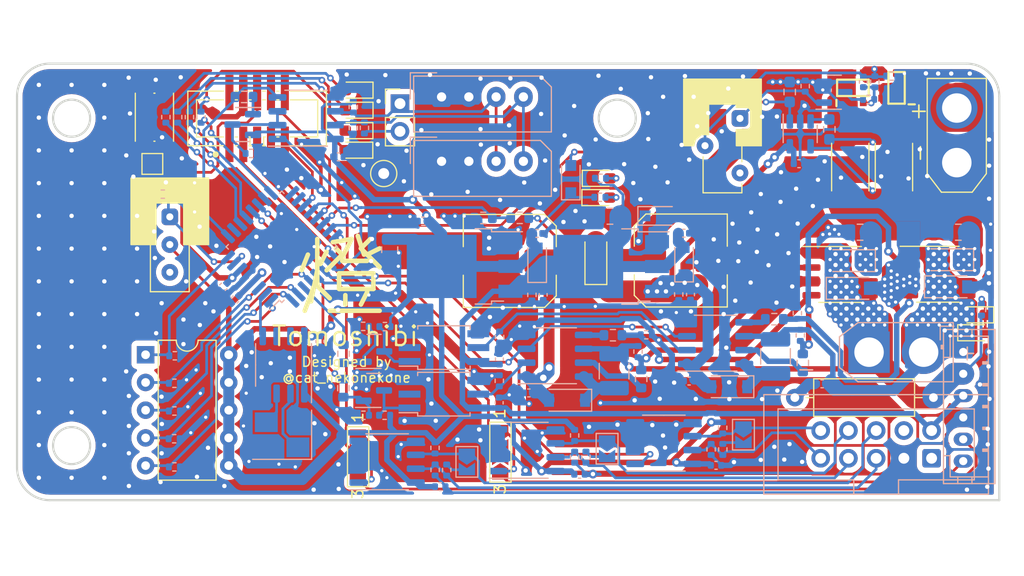
<source format=kicad_pcb>
(kicad_pcb (version 20211014) (generator pcbnew)
  (layers (0 "F.Cu" signal) (31 "B.Cu" signal) (34 "B.Paste" user) (35 "F.Paste" user) (36 "B.SilkS" user "B.Silkscreen") (37 "F.SilkS" user "F.Silkscreen") (38 "B.Mask" user) (39 "F.Mask" user) (44 "Edge.Cuts" user))
  (net 0 "")
  (net 1 "/S-S")
  (net 2 "Net-(C1-Pad2)")
  (net 3 "GND")
  (net 4 "+5V")
  (net 5 "VCC")
  (net 6 "OSC_IN")
  (net 7 "NRST")
  (net 8 "+3.3V")
  (net 9 "VDD")
  (net 10 "Vdrive")
  (net 11 "Net-(C27-Pad1)")
  (net 12 "Motor_A")
  (net 13 "Net-(C28-Pad1)")
  (net 14 "Motor_B")
  (net 15 "Net-(C29-Pad1)")
  (net 16 "Net-(D3-Pad2)")
  (net 17 "Net-(D4-Pad2)")
  (net 18 "Net-(D5-Pad2)")
  (net 19 "Net-(D6-Pad2)")
  (net 20 "Net-(D10-Pad2)")
  (net 21 "Net-(D13-Pad2)")
  (net 22 "Current_Sence")
  (net 23 "Net-(D17-Pad2)")
  (net 24 "/7.4VBAT")
  (net 26 "TCK")
  (net 27 "TMS")
  (net 29 "MainRX1_STLinkTX")
  (net 30 "MainTX1_STLinkRX")
  (net 32 "RS485_A")
  (net 33 "RS485_B")
  (net 36 "Maxon_RS422_invA")
  (net 37 "Encoder_A")
  (net 38 "Maxon_RS422_A")
  (net 39 "Encoder_B")
  (net 40 "Maxon_RS422_invB")
  (net 41 "Maxon_RS422_B")
  (net 42 "Net-(JP1-Pad2)")
  (net 43 "Net-(JP2-Pad2)")
  (net 44 "Net-(JP3-Pad2)")
  (net 45 "Net-(JP4-Pad2)")
  (net 46 "主電源スイッチ")
  (net 47 "Net-(Q2-Pad3)")
  (net 48 "Net-(Q14-Pad1)")
  (net 49 "Net-(Q14-Pad3)")
  (net 50 "Net-(Q15-Pad1)")
  (net 51 "Net-(Q15-Pad3)")
  (net 52 "Net-(Q16-Pad1)")
  (net 53 "Net-(Q16-Pad3)")
  (net 54 "Net-(Q18-Pad2)")
  (net 55 "Net-(Q18-Pad4)")
  (net 56 "Net-(Q19-Pad2)")
  (net 57 "Net-(Q19-Pad4)")
  (net 58 "DIP_SW0")
  (net 59 "DIP_SW1")
  (net 60 "DIP_SW2")
  (net 61 "Slide_SW0")
  (net 62 "DIP_SW3")
  (net 63 "DIP_SW4")
  (net 64 "V_Measure")
  (net 65 "LED0")
  (net 66 "LED1")
  (net 67 "LED2")
  (net 68 "MonitorLED0")
  (net 69 "PWM_A")
  (net 70 "PWM_B")
  (net 71 "Net-(R44-Pad1)")
  (net 72 "MainTX2_RS485RX")
  (net 73 "Net-(R58-Pad2)")
  (net 74 "Net-(R59-Pad2)")
  (net 75 "Net-(R63-Pad1)")
  (net 76 "Net-(R64-Pad1)")
  (net 77 "Net-(R65-Pad1)")
  (net 78 "Net-(R66-Pad1)")
  (net 81 "Net-(U13-Pad2)")
  (net 83 "Net-(U13-Pad3)")
  (net 87 "MainRX2_RS485TX")
  (net 90 "SHDN")
  (net 91 "Maxon_RS422_invI")
  (net 92 "Maxon_RS422_I")
  (net 94 "Akitsuki_A")
  (net 95 "Akitsuki_B")
  (net 96 "Maxon_A")
  (net 97 "Maxon_B")
  (net 98 "Maxon_I")
  (footprint "Slide_Switch:SW_Slide_SPDT_White" (layer "F.Cu") (at 145.6 64.19)
    (fp_text reference "SW3" hide)
    (fp_text value "SW_SPDT_White")
  )
  (footprint "BoxHeader_1.27mm:BoxHeader_2x05_P1.27mm_Vertical_SMD" (layer "F.Cu") (at 102.96 61.69 90)
    (fp_text reference "J3" hide)
    (fp_text value "Conn_01x10_Male")
  )
  (footprint "Connector_AMASS:AMASS_XT30U-M_1x02_P5.0mm_Vertical" (layer "F.Cu") (at 167.07 65.74 90)
    (fp_text reference "J1" hide)
    (fp_text value "Conn_01x02_Male")
  )
  (footprint "Capacitor_SMD:C_Elec_8x10.2" (layer "F.Cu") (at 126.11 74.75 180)
    (fp_text reference "C14" hide)
    (fp_text value "470uF")
  )
  (footprint "Jumper:SolderJumper-3_P2.0mm_Open_TrianglePad1.0x1.5mm_NumberLabels" (layer "F.Cu") (at 112.19 92.69 -90)
    (fp_text reference "JP5" hide)
    (fp_text value "SolderJumper_3_Bridged12")
  )
  (footprint "LED_SMD:LED_0603_1608Metric_Pad1.05x0.95mm_HandSolder" (layer "F.Cu") (at 111.9 64.6 180)
    (fp_text reference "D5" hide)
    (fp_text value "Red")
  )
  (footprint "Jumper:SolderJumper-3_P2.0mm_Open_TrianglePad1.0x1.5mm_NumberLabels" (layer "F.Cu") (at 125.23 92.27 -90)
    (fp_text reference "JP6" hide)
    (fp_text value "SolderJumper_3_Bridged12")
  )
  (footprint "TestPoint:TestPoint_THTPad_D2.0mm_Drill1.0mm" (layer "F.Cu") (at 114.56 66.74)
    (fp_text reference "TP5" hide)
    (fp_text value "TestPoint")
  )
  (footprint "LED_SMD:LED_0603_1608Metric_Pad1.05x0.95mm_HandSolder" (layer "F.Cu") (at 134.380001 68.946385)
    (fp_text reference "D13" hide)
    (fp_text value "Green")
  )
  (footprint "TSOP6F:SSM6J808R" (layer "F.Cu") (at 161.550001 58.890001 180)
    (fp_text reference "Q1" hide)
    (fp_text value "SSM6J808R" hide)
  )
  (footprint "Resistor_SMD:R_2512_6332Metric" (layer "F.Cu") (at 157.31 66.15 90)
    (fp_text reference "R39" hide)
    (fp_text value "20mR")
  )
  (footprint "LED_SMD:LED_0603_1608Metric_Pad1.05x0.95mm_HandSolder" (layer "F.Cu") (at 111.92 59.1 180)
    (fp_text reference "D6" hide)
    (fp_text value "Yellow")
  )
  (footprint "Capacitor_SMD:C_Elec_8x10.2" (layer "F.Cu") (at 141.78 74.71)
    (fp_text reference "C13" hide)
    (fp_text value "470uF")
  )
  (footprint "LED_SMD:LED_0603_1608Metric_Pad1.05x0.95mm_HandSolder" (layer "F.Cu") (at 168.82 81.33)
    (fp_text reference "D17" hide)
    (fp_text value "Red")
  )
  (footprint "TSOP6F:SSM6J808R" (layer "F.Cu") (at 157.55 58.89 90)
    (fp_text reference "Q3" hide)
    (fp_text value "SSM6J808R" hide)
  )
  (footprint "Resistor_SMD:R_2512_6332Metric" (layer "F.Cu") (at 161.31 66.15 90)
    (fp_text reference "R46" hide)
    (fp_text value "20mR")
  )
  (footprint "Diode_SMD:D_SOD-123" (layer "F.Cu") (at 134 74.66 90)
    (fp_text reference "D2" hide)
    (fp_text value "SS2040FL")
  )
  (footprint "TestPoint:TestPoint_Pad_1.5x1.5mm" (layer "F.Cu") (at 93.36 65.86)
    (fp_text reference "H2" hide)
    (fp_text value "MountingHole_Pad")
  )
  (footprint "Package_SO:SOP-8_3.9x4.9mm_P1.27mm" (layer "F.Cu") (at 156.38 75.988797)
    (fp_text reference "Q18" hide)
    (fp_text value "μPA2753GR")
  )
  (footprint "LED_SMD:LED_0603_1608Metric_Pad1.05x0.95mm_HandSolder" (layer "F.Cu") (at 111.92 60.94 180)
    (fp_text reference "D3" hide)
    (fp_text value "Red")
  )
  (footprint "Slide_Switch:3P_SPDT_SlideSwitch" (layer "F.Cu") (at 94.96 73.25)
    (fp_text reference "SW2" hide)
    (fp_text value "SW_SPDT")
  )
  (footprint "Connector_PinHeader_2.54mm:PinHeader_1x02_P2.54mm_Vertical" (layer "F.Cu") (at 116.05 60.335)
    (fp_text reference "JP3" hide)
    (fp_text value "Jumper_2_Open")
  )
  (footprint "LED_SMD:LED_0603_1608Metric_Pad1.05x0.95mm_HandSolder" (layer "F.Cu") (at 168.7975 79.69 180)
    (fp_text reference "D18" hide)
    (fp_text value "Red")
  )
  (footprint "LED_SMD:LED_0603_1608Metric_Pad1.05x0.95mm_HandSolder" (layer "F.Cu") (at 111.91 62.81 180)
    (fp_text reference "D4" hide)
    (fp_text value "Red")
  )
  (footprint "Resistor_THT:R_Axial_DIN0309_L9.0mm_D3.2mm_P12.70mm_Horizontal" (layer "F.Cu") (at 164.93 87.27 180)
    (fp_text reference "R67" hide)
    (fp_text value "MPR")
  )
  (footprint "Package_DIP:DIP-10_W7.62mm" (layer "F.Cu") (at 92.74 83.345)
    (fp_text reference "SW1" hide)
    (fp_text value "SW_DIP_x05")
  )
  (footprint "LED_SMD:LED_0603_1608Metric_Pad1.05x0.95mm_HandSolder" (layer "F.Cu") (at 134.410001 67.183884)
    (fp_text reference "D10" hide)
    (fp_text value "Green")
  )
  (footprint "Package_SO:SOP-8_3.9x4.9mm_P1.27mm" (layer "F.Cu") (at 165.33 75.97)
    (fp_text reference "Q19" hide)
    (fp_text value "μPA2753GR")
  )
  (footprint "Button_Switch_SMD:SW_Push_1P1T_NO_Vertical_Wuerth_434133025816" (layer "F.Cu") (at 93.55 61.58 90)
    (fp_text reference "SW4" hide)
    (fp_text value "SW_SPST")
  )
  (footprint "Diode_SMD:D_SOD-123" (layer "B.Cu") (at 157.36 74.72 180)
    (fp_text reference "D19" hide)
    (fp_text value "SS2040FL")
  )
  (footprint "Resistor_SMD:R_0402_1005Metric" (layer "B.Cu") (at 95.42 83.44 180)
    (fp_text reference "R1" hide)
    (fp_text value "10k")
  )
  (footprint "Package_SO:SOP-8_3.9x4.9mm_P1.27mm" (layer "B.Cu") (at 130.269072 83.435315)
    (fp_text reference "U10" hide)
    (fp_text value "IR2302")
  )
  (footprint "Capacitor_SMD:C_0805_2012Metric" (layer "B.Cu") (at 115.11 73.72 -90)
    (fp_text reference "C7" hide)
    (fp_text value "10uF")
  )
  (footprint "Resistor_SMD:R_0402_1005Metric" (layer "B.Cu") (at 94.6 61.57 -90)
    (fp_text reference "R16" hide)
    (fp_text value "1k")
  )
  (footprint "Capacitor_SMD:C_0402_1005Metric" (layer "B.Cu") (at 125.16 83.75 90)
    (fp_text reference "C23" hide)
    (fp_text value "0.1uF")
  )
  (footprint "Package_SO:SOP-8_3.9x4.9mm_P1.27mm" (layer "B.Cu") (at 144.97 82.285)
    (fp_text reference "U11" hide)
    (fp_text value "IR2302")
  )
  (footprint "Diode_SMD:D_SOD-323_HandSoldering" (layer "B.Cu") (at 142.082 74.772 90)
    (fp_text reference "D8" hide)
    (fp_text value "1N5819WS")
  )
  (footprint "Connector_Molex:Molex_SPOX_5267-04A_1x04_P2.50mm_Vertical" (layer "B.Cu") (at 119.86 59.72)
    (fp_text reference "J5" hide)
    (fp_text value "Conn_01x04_Male")
  )
  (footprint "Resistor_SMD:R_0402_1005Metric" (layer "B.Cu") (at 134.3675 68.916385 180)
    (fp_text reference "R34" hide)
    (fp_text value "1k")
  )
  (footprint "Resistor_SMD:R_0402_1005Metric" (layer "B.Cu") (at 132.055 92.728249 -90)
    (fp_text reference "R38" hide)
    (fp_text value "2.2k")
  )
  (footprint "Resistor_SMD:R_0402_1005Metric" (layer "B.Cu") (at 133.090525 92.728249 -90)
    (fp_text reference "R43" hide)
    (fp_text value "120")
  )
  (footprint "Package_SO:SOP-8_3.9x4.9mm_P1.27mm" (layer "B.Cu") (at 140.23 91.44)
    (fp_text reference "U12" hide)
    (fp_text value "MAX3485")
  )
  (footprint "Capacitor_SMD:C_0402_1005Metric" (layer "B.Cu") (at 125.14 87.745 90)
    (fp_text reference "C22" hide)
    (fp_text value "0.1uF")
  )
  (footprint "Capacitor_SMD:C_0402_1005Metric" (layer "B.Cu") (at 129.17 77.850001 -90)
    (fp_text reference "C3" hide)
    (fp_text value "1uF")
  )
  (footprint "Resistor_SMD:R_0402_1005Metric" (layer "B.Cu") (at 95.38 93.62 180)
    (fp_text reference "R6" hide)
    (fp_text value "10k")
  )
  (footprint "Resistor_SMD:R_0402_1005Metric" (layer "B.Cu") (at 144.56 92.02 -90)
    (fp_text reference "R74" hide)
    (fp_text value "2.2k")
  )
  (footprint "Resistor_SMD:R_0603_1608Metric_Pad0.98x0.95mm_HandSolder" (layer "B.Cu") (at 151.76 59.2675 90)
    (fp_text reference "R45" hide)
    (fp_text value "3.3k")
  )
  (footprint "Capacitor_SMD:C_0402_1005Metric" (layer "B.Cu") (at 158.51 58.35 -90)
    (fp_text reference "C1" hide)
    (fp_text value "1uF")
  )
  (footprint "Capacitor_SMD:C_0402_1005Metric" (layer "B.Cu") (at 108.71 82.12 -90)
    (fp_text reference "C8" hide)
    (fp_text value "0.1uF")
  )
  (footprint "Connector_Molex:Molex_SPOX_5267-04A_1x04_P2.50mm_Vertical" (layer "B.Cu") (at 119.86 65.62)
    (fp_text reference "J6" hide)
    (fp_text value "Conn_01x04_Male")
  )
  (footprint "Package_SO:SO-6_4.4x3.6mm_P1.27mm" (layer "B.Cu") (at 120.079999 82.690001)
    (fp_text reference "U9" hide)
    (fp_text value "TLP2361")
  )
  (footprint "Resistor_SMD:R_0402_1005Metric" (layer "B.Cu") (at 97.82 61.58 -90)
    (fp_text reference "R15" hide)
    (fp_text value "1k")
  )
  (footprint "Package_TO_SOT_SMD:TO-252-3_TabPin2" (layer "B.Cu") (at 135.4 75.259999 180)
    (fp_text reference "U2" hide)
    (fp_text value "AZ1084CD-5.0")
  )
  (footprint "Diode_SMD:D_SOD-123" (layer "B.Cu") (at 131.36 87.515 180)
    (fp_text reference "D15" hide)
    (fp_text value "SS2040FL")
  )
  (footprint "Resistor_SMD:R_0603_1608Metric" (layer "B.Cu") (at 150.35 80.085)
    (fp_text reference "R66" hide)
    (fp_text value "47")
  )
  (footprint "Resistor_SMD:R_0402_1005Metric" (layer "B.Cu") (at 152.46 79.535 -90)
    (fp_text reference "R71" hide)
    (fp_text value "10k")
  )
  (footprint "Resistor_SMD:R_0603_1608Metric" (layer "B.Cu") (at 110.88 83.255 -90)
    (fp_text reference "R41" hide)
    (fp_text value "47")
  )
  (footprint "Diode_SMD:D_SOD-323_HandSoldering" (layer "B.Cu") (at 128.62 74.82 90)
    (fp_text reference "D7" hide)
    (fp_text value "1N5819WS")
  )
  (footprint "Resistor_SMD:R_0402_1005Metric" (layer "B.Cu") (at 96.76 61.57 -90)
    (fp_text reference "R14" hide)
    (fp_text value "1k")
  )
  (footprint "Resistor_SMD:R_0402_1005Metric" (layer "B.Cu") (at 132.055 90.738249 -90)
    (fp_text reference "R37" hide)
    (fp_text value "2.2k")
  )
  (footprint "Resistor_SMD:R_0402_1005Metric" (layer "B.Cu") (at 141.59 77.82 90)
    (fp_text reference "R17" hide)
    (fp_text value "10k")
  )
  (footprint "Connector_AMASS:AMASS_XT30U-F_1x02_P5.0mm_Vertical" (layer "B.Cu") (at 159.03 83.11)
    (fp_text reference "J4" hide)
    (fp_text value "Conn_01x02_Female")
  )
  (footprint "Crystal:Crystal_SMD_3225-4Pin_3.2x2.5mm_HandSoldering" (layer "B.Cu") (at 105.25 90.678928 180)
    (fp_text reference "Y1" hide)
    (fp_text value "16MHz")
  )
  (footprint "Diode_SMD:D_SOD-123" (layer "B.Cu") (at 157.36 77.26)
    (fp_text reference "D20" hide)
    (fp_text value "SS2040FL")
  )
  (footprint "Resistor_SMD:R_0402_1005Metric" (layer "B.Cu") (at 125.18 81.72 90)
    (fp_text reference "R59" hide)
    (fp_text value "10k")
  )
  (footprint "Resistor_SMD:R_0402_1005Metric" (layer "B.Cu") (at 161.11 57.81)
    (fp_text reference "R7" hide)
    (fp_text value "10k")
  )
  (footprint "Resistor_SMD:R_0402_1005Metric" (layer "B.Cu") (at 159.56 58.33 -90)
    (fp_text reference "R8" hide)
    (fp_text value "100k")
  )
  (footprint "Resistor_SMD:R_0402_1005Metric" (layer "B.Cu") (at 120.33 93.91 -90)
    (fp_text reference "R42" hide)
    (fp_text value "120")
  )
  (footprint "Resistor_SMD:R_0402_1005Metric" (layer "B.Cu") (at 112.68 80.745)
    (fp_text reference "R48" hide)
    (fp_text value "10k")
  )
  (footprint "Resistor_SMD:R_0402_1005Metric" (layer "B.Cu") (at 102.41 64.9)
    (fp_text reference "R54" hide)
    (fp_text value "20k")
  )
  (footprint "Resistor_SMD:R_0402_1005Metric" (layer "B.Cu") (at 169.33 79.24 -90)
    (fp_text reference "R72" hide)
    (fp_text value "10k")
  )
  (footprint "Resistor_SMD:R_0402_1005Metric" (layer "B.Cu") (at 128.14 77.86 90)
    (fp_text reference "R19" hide)
    (fp_text value "10k")
  )
  (footprint "Package_TO_SOT_SMD:SOT-23-5" (layer "B.Cu") (at 152.72 63.1075 -90)
    (fp_text reference "U6" hide)
    (fp_text value "LT6106")
  )
  (footprint "Connector_IDC:IDC-Header_2x05_P2.54mm_Vertical" (layer "B.Cu") (at 164.76 92.83 90)
    (fp_text reference "J7" hide)
    (fp_text value "Conn_01x10_Male")
  )
  (footprint "Package_TO_SOT_SMD:TO-252-3_TabPin2" (layer "B.Cu") (at 121.97 75.25 180)
    (fp_text reference "U1" hide)
    (fp_text value "AZ1084CD-3.3")
  )
  (footprint "Capacitor_SMD:C_0402_1005Metric" (layer "B.Cu") (at 142.06 72.21)
    (fp_text reference "C6" hide)
    (fp_text value "1uF")
  )
  (footprint "Capacitor_SMD:C_0402_1005Metric" (layer "B.Cu") (at 110.41 65.21)
    (fp_text reference "C24" hide)
    (fp_text value "0.1uF")
  )
  (footprint "Package_SO:SOP-8_3.9x4.9mm_P1.27mm" (layer "B.Cu") (at 105.38 84.278929 90)
    (fp_text reference "U13" hide)
    (fp_text value "NJU6319AE")
  )
  (footprint "Capacitor_SMD:C_0805_2012Metric" (layer "B.Cu") (at 167.21 72.12 180)
    (fp_text reference "C17" hide)
    (fp_text value "10uF")
  )
  (footprint "Resistor_SMD:R_0603_1608Metric" (layer "B.Cu") (at 110.86 86.405 -90)
    (fp_text reference "R40" hide)
    (fp_text value "47")
  )
  (footprint "Resistor_SMD:R_0402_1005Metric" (layer "B.Cu") (at 145.62 90.04 -90)
    (fp_text reference "R73" hide)
    (fp_text value "2.2k")
  )
  (footprint "Jumper:SolderJumper-2_P1.3mm_Open_TrianglePad1.0x1.5mm" (layer "B.Cu") (at 122.18 93.16 -90)
    (fp_text reference "JP1" hide)
    (fp_text value "Jumper_2_Open")
  )
  (footprint "Capacitor_SMD:C_0805_2012Metric" (layer "B.Cu") (at 158.21 72.12 180)
    (fp_text reference "C18" hide)
    (fp_text value "10uF")
  )
  (footprint "Resistor_SMD:R_0402_1005Metric" (layer "B.Cu") (at 95.68 61.57 -90)
    (fp_text reference "R13" hide)
    (fp_text value "1k")
  )
  (footprint "Resistor_SMD:R_0402_1005Metric" (layer "B.Cu") (at 111.77 60.64 -90)
    (fp_text reference "R56" hide)
    (fp_text value "2.2k")
  )
  (footprint "Resistor_SMD:R_0603_1608Metric" (layer "B.Cu") (at 101.759048 59.72 180)
    (fp_text reference "R49" hide)
    (fp_text value "7.5k")
  )
  (footprint "Package_SO:SOP-8_3.9x4.9mm_P1.27mm" (layer "B.Cu") (at 127.675 92.098249)
    (fp_text reference "U5" hide)
    (fp_text value "MAX3485")
  )
  (footprint "Resistor_SMD:R_0603_1608Metric" (layer "B.Cu") (at 123.685 70.81 180)
    (fp_text reference "R12" hide)
    (fp_text value "10k")
  )
  (footprint "Package_SO:SOP-8_3.9x4.9mm_P1.27mm" (layer "B.Cu") (at 107.45 61.67)
    (fp_text reference "U7" hide)
    (fp_text value "MAX3485")
  )
  (footprint "Resistor_SMD:R_0603_1608Metric" (layer "B.Cu") (at 135.56 81.555)
    (fp_text reference "R64" hide)
    (fp_text value "47")
  )
  (footprint "Resistor_SMD:R_0402_1005Metric" (layer "B.Cu") (at 112.7 88.89)
    (fp_text reference "R47" hide)
    (fp_text value "10k")
  )
  (footprint "Capacitor_SMD:C_0402_1005Metric" (layer "B.Cu") (at 99.86 77.12 -135)
    (fp_text reference "C11" hide)
    (fp_text value "0.1uF")
  )
  (footprint "Resistor_SMD:R_0603_1608Metric" (layer "B.Cu") (at 127.02 70.8 180)
    (fp_text reference "R11" hide)
    (fp_text value "33k")
  )
  (footprint "Capacitor_SMD:C_0402_1005Metric" (layer "B.Cu") (at 154.73 86.01)
    (fp_text reference "C29" hide)
    (fp_text value "1uF")
  )
  (footprint "Diode_SMD:D_SOD-323_HandSoldering" (layer "B.Cu") (at 131.7 67.25 90)
    (fp_text reference "D14" hide)
    (fp_text value "1N5819WS")
  )
  (footprint "Capacitor_SMD:C_0402_1005Metric" (layer "B.Cu") (at 145.01 93.48)
    (fp_text reference "C30" hide)
    (fp_text value "0.1uF")
  )
  (footprint "Package_TO_SOT_SMD:SOT-23" (layer "B.Cu") (at 113.67 83.04)
    (fp_text reference "Q15" hide)
    (fp_text value "BSS138")
  )
  (footprint "Package_SO:SO-6_4.4x3.6mm_P1.27mm" (layer "B.Cu") (at 120.07 86.955)
    (fp_text reference "U8" hide)
    (fp_text value "TLP2361")
  )
  (footprint "Diode_SMD:D_SOD-123" (layer "B.Cu") (at 166.36 77.12)
    (fp_text reference "D22" hide)
    (fp_text value "SS2040FL")
  )
  (footprint "Resistor_SMD:R_0402_1005Metric" (layer "B.Cu") (at 145.63 92.02 -90)
    (fp_text reference "R75" hide)
    (fp_text value "120")
  )
  (footprint "Capacitor_SMD:C_0805_2012Metric" (layer "B.Cu") (at 135.29 70.65 180)
    (fp_text reference "C2" hide)
    (fp_text value "10uF")
  )
  (footprint "Capacitor_SMD:C_0402_1005Metric" (layer "B.Cu") (at 142.67 77.83 -90)
    (fp_text reference "C4" hide)
    (fp_text value "1uF")
  )
  (footprint "Capacitor_SMD:C_0402_1005Metric" (layer "B.Cu") (at 100.94 78.29 -135)
    (fp_text reference "C12" hide)
    (fp_text value "1uF")
  )
  (footprint "Jumper:SolderJumper-2_P1.3mm_Open_TrianglePad1.0x1.5mm" (layer "B.Cu") (at 135.025 91.958249 -90)
    (fp_text reference "JP2" hide)
    (fp_text value "Jumper_2_Open")
  )
  (footprint "Capacitor_SMD:C_0402_1005Metric" (layer "B.Cu") (at 132.505 94.298249)
    (fp_text reference "C21" hide)
    (fp_text value "0.1uF")
  )
  (footprint "Package_TO_SOT_SMD:SOT-23" (layer "B.Cu") (at 113.65 86.615)
    (fp_text reference "Q14" hide)
    (fp_text value "BSS138")
  )
  (footprint "Capacitor_SMD:C_0402_1005Metric" (layer "B.Cu") (at 119.734476 95.427895)
    (fp_text reference "C20" hide)
    (fp_text value "0.1uF")
  )
  (footprint "Capacitor_SMD:C_0402_1005Metric" (layer "B.Cu") (at 142.54 85.755 180)
    (fp_text reference "C26" hide)
    (fp_text value "0.1uF")
  )
  (footprint "Resistor_SMD:R_0402_1005Metric" (layer "B.Cu") (at 111.78 62.57 -90)
    (fp_text reference "R57" hide)
    (fp_text value "2.2k")
  )
  (footprint "Resistor_SMD:R_0402_1005Metric" (layer "B.Cu") (at 137.86 83.055 -90)
    (fp_text reference "R68" hide)
    (fp_text value "10k")
  )
  (footprint "Jumper:SolderJumper-2_P1.3mm_Open_TrianglePad1.0x1.5mm" (layer "B.Cu") (at 147.52 90.67 -90)
    (fp_text reference "JP4" hide)
    (fp_text value "Jumper_2_Open")
  )
  (footprint "Resistor_SMD:R_0603_1608Metric_Pad0.98x0.95mm_HandSolder" (layer "B.Cu") (at 155.39 62.6975 -90)
    (fp_text reference "R44" hide)
    (fp_text value "39")
  )
  (footprint "Resistor_SMD:R_0402_1005Metric" (layer "B.Cu") (at 114.64 88.89 180)
    (fp_text reference "R50" hide)
    (fp_text value "470")
  )
  (footprint "Resistor_SMD:R_0402_1005Metric" (layer "B.Cu") (at 95.38 88.5 180)
    (fp_text reference "R3" hide)
    (fp_text value "10k")
  )
  (footprint "Resistor_SMD:R_0402_1005Metric" (layer "B.Cu") (at 95.38 85.96 180)
    (fp_text reference "R2" hide)
    (fp_text value "10k")
  )
  (footprint "Package_TO_SOT_SMD:SOT-23" (layer "B.Cu") (at 155.84 59.29)
    (fp_text reference "Q2" hide)
    (fp_text value "BSS138")
  )
  (footprint "Resistor_SMD:R_0402_1005Metric" (layer "B.Cu") (at 112.79 62.56 90)
    (fp_text reference "R60" hide)
    (fp_text value "120")
  )
  (footprint "Resistor_SMD:R_0402_1005Metric" (layer "B.Cu") (at 153.18 58.73 90)
    (fp_text reference "R10" hide)
    (fp_text value "10k")
  )
  (footprint "Capacitor_SMD:C_1210_3225Metric_Pad1.33x2.70mm_HandSolder" (layer "B.Cu") (at 150.46 83.495 90)
    (fp_text reference "C28" hide)
    (fp_text value "C")
  )
  (footprint "Diode_SMD:D_SOD-323_HandSoldering" (layer "B.Cu") (at 139.75 70.62)
    (fp_text reference "D1" hide)
    (fp_text value "1N5819WS")
  )
  (footprint "Resistor_SMD:R_0402_1005Metric" (layer "B.Cu") (at 94.32 68.63 180)
    (fp_text reference "R4" hide)
    (fp_text value "10k")
  )
  (footprint "Resistor_SMD:R_0402_1005Metric" (layer "B.Cu") (at 119.26 91.88 -90)
    (fp_text reference "R35" hide)
    (fp_text value "2.2k")
  )
  (footprint "Connector_JST:JST_PH_B6B-PH-K_1x06_P2.00mm_Vertical" (layer "B.Cu") (at 167.66 83.09 -90)
    (fp_text reference "J8" hide)
    (fp_text value "Conn_01x06_Male")
  )
  (footprint "Package_TO_SOT_SMD:SOT-23" (layer "B.Cu") (at 101.64 62.25 180)
    (fp_text reference "Q16" hide)
    (fp_text value "S8050")
  )
  (footprint "Resistor_SMD:R_0402_1005Metric" (layer "B.Cu") (at 119.27 93.9 -90)
    (fp_text reference "R36" hide)
    (fp_text value "2.2k")
  )
  (footprint "Resistor_SMD:R_0402_1005Metric" (layer "B.Cu") (at 134.42 67.173884 180)
    (fp_text reference "R31" hide)
    (fp_text value "1k")
  )
  (footprint "Resistor_SMD:R_0402_1005Metric" (layer "B.Cu") (at 125.15 85.735 -90)
    (fp_text reference "R58" hide)
    (fp_text value "10k")
  )
  (footprint "Resistor_SMD:R_0603_1608Metric" (layer "B.Cu") (at 152.96 84.095 90)
    (fp_text reference "R65" hide)
    (fp_text value "47")
  )
  (footprint "Capacitor_SMD:C_1210_3225Metric_Pad1.33x2.70mm_HandSolder" (layer "B.Cu") (at 135.67 84.845 90)
    (fp_text reference "C27" hide)
    (fp_text value "C")
  )
  (footprint "Package_QFP:LQFP-32_7x7mm_P0.8mm" (layer "B.Cu") (at 105.218361 73.454675 45)
    (fp_text reference "U3" hide)
    (fp_text value "STM32G030K6T6")
  )
  (footprint "Diode_SMD:D_SOD-123" (layer "B.Cu") (at 146.22 86.275 180)
    (fp_text reference "D16" hide)
    (fp_text value "SS2040FL")
  )
  (footprint "Package_SO:SOP-8_3.9x4.9mm_P1.27mm" (layer "B.Cu") (at 114.87 93.15)
    (fp_text reference "U4" hide)
    (fp_text value "MAX3485")
  )
  (footprint "Resistor_SMD:R_0402_1005Metric" (layer "B.Cu") (at 95.36 91.04 180)
    (fp_text reference "R5" hide)
    (fp_text value "10k")
  )
  (footprint "Resistor_SMD:R_0402_1005Metric" (layer "B.Cu") (at 152.73 81.565 -90)
    (fp_text reference "R70" hide)
    (fp_text value "10k")
  )
  (footprint "Resistor_SMD:R_0402_1005Metric" (layer "B.Cu") (at 114.67 80.765 180)
    (fp_text reference "R51" hide)
    (fp_text value "470")
  )
  (footprint "Resistor_SMD:R_0402_1005Metric" (layer "B.Cu") (at 138.62 81.51 180)
    (fp_text reference "R69" hide)
    (fp_text value "10k")
  )
  (footprint "Resistor_SMD:R_0402_1005Metric" (layer "B.Cu") (at 158.99 59.95 180)
    (fp_text reference "R9" hide)
    (fp_text value "10k")
  )
  (footprint "Capacitor_SMD:C_0402_1005Metric" (layer "B.Cu") (at 128.62 72.23)
    (fp_text reference "C5" hide)
    (fp_text value "1uF")
  )
  (footprint "Resistor_SMD:R_0603_1608Metric" (layer "B.Cu") (at 138.15 85.565 90)
    (fp_text reference "R63" hide)
    (fp_text value "47")
  )
  (footprint "Capacitor_SMD:C_0402_1005Metric" (layer "B.Cu") (at 152.61 65.8375 180)
    (fp_text reference "C19" hide)
    (fp_text value "0.1uF")
  )
  (footprint "Capacitor_SMD:C_0402_1005Metric" (layer "B.Cu") (at 127.86 86.845 180)
    (fp_text reference "C25" hide)
    (fp_text value "0.1uF")
  )
  (footprint "Diode_SMD:D_SOD-123" (layer "B.Cu") (at 166.36 74.64 180)
    (fp_text reference "D21" hide)
    (fp_text value "SS2040FL")
  )
  (footprint "Resistor_SMD:R_0402_1005Metric" (layer "B.Cu") (at 118.19 71.11)
    (fp_text reference "R18" hide)
    (fp_text value "10k")
  )
  (gr_line (start 80.96 59.67) (end 80.96 93.67) (layer "Edge.Cuts") (width 0.2))
  (gr_arc (start 83.96 96.67) (mid 81.83868 95.79132) (end 80.96 93.67) (layer "Edge.Cuts") (width 0.2))
  (gr_line (start 170.96 96.67) (end 170.96 59.67) (layer "Edge.Cuts") (width 0.2))
  (gr_circle (center 85.96 61.67) (end 87.66 61.67) (layer "Edge.Cuts") (width 0.2) (fill none))
  (gr_arc (start 80.96 59.67) (mid 81.83868 57.54868) (end 83.96 56.67) (layer "Edge.Cuts") (width 0.2))
  (gr_arc (start 167.96 56.67) (mid 170.08132 57.54868) (end 170.96 59.67) (layer "Edge.Cuts") (width 0.2))
  (gr_circle (center 85.96 91.67) (end 87.66 91.67) (layer "Edge.Cuts") (width 0.2) (fill none))
  (gr_line (start 83.96 96.67) (end 170.96 96.67) (layer "Edge.Cuts") (width 0.2))
  (gr_circle (center 135.96 61.67) (end 137.66 61.67) (layer "Edge.Cuts") (width 0.2) (fill none))
  (gr_line (start 167.96 56.67) (end 83.96 56.67) (layer "Edge.Cuts") (width 0.2))
  (gr_text "燈" (at 110.9 76.56) (layer "F.SilkS") (effects (font (size 6 6) (thickness 0.42))))
  (gr_text "Designed by\n@cat_nekonekone" (at 111.15 84.72) (layer "F.SilkS") (effects (font (size 0.9 0.9) (thickness 0.13))))
  (gr_text "Tomoshibi" (at 111.02 81.64) (layer "F.SilkS") (effects (font (size 1.8 1.8) (thickness 0.21))))
  (segment (start 159.629999 58.000001) (end 160.21 58.000001) (width 0.5) (layer "F.Cu") (net 1))
  (segment (start 158.5 57.502) (end 158.46 57.542) (width 0.5) (layer "F.Cu") (net 1))
  (segment (start 158.71 57.17) (end 159.52 57.17) (width 0.5) (layer "F.Cu") (net 1))
  (segment (start 158.5 57.502) (end 158.5 57.38) (width 0.5) (layer "F.Cu") (net 1))
  (segment (start 158.5 57.38) (end 158.71 57.17) (width 0.5) (layer "F.Cu") (net 1))
  (segment (start 160.162001 57.940001) (end 158.938001 57.940001) (width 0.5) (layer "F.Cu") (net 1))
  (segment (start 158.938001 57.940001) (end 158.5 57.502) (width 0.5) (layer "F.Cu") (net 1))
  (segment (start 160.21 57.17) (end 160.46 57.42) (width 0.5) (layer "F.Cu") (net 1))
  (segment (start 159.46 58.17) (end 159.629999 58.000001) (width 0.5) (layer "F.Cu") (net 1))
  (segment (start 160.46 57.642002) (end 160.162001 57.940001) (width 0.5) (layer "F.Cu") (net 1))
  (segment (start 158.71 58.17) (end 159.46 58.17) (width 0.5) (layer "F.Cu") (net 1))
  (segment (start 160.46 57.42) (end 160.46 57.642002) (width 0.5) (layer "F.Cu") (net 1))
  (segment (start 158.46 57.92) (end 158.71 58.17) (width 0.5) (layer "F.Cu") (net 1))
  (segment (start 158.46 57.542) (end 158.46 57.92) (width 0.5) (layer "F.Cu") (net 1))
  (segment (start 159.52 57.17) (end 160.21 57.17) (width 0.5) (layer "F.Cu") (net 1))
  (via (at 159.52 57.17) (size 0.6) (drill 0.3) (layers "F.Cu" "B.Cu") (net 1))
  (segment (start 159.56 57.21) (end 159.52 57.17) (width 0.25) (layer "B.Cu") (net 1))
  (segment (start 144 63.08) (end 144 64.19) (width 0.25) (layer "B.Cu") (net 1))
  (segment (start 160.54 57.87) (end 160.6 57.81) (width 0.25) (layer "B.Cu") (net 1))
  (segment (start 158.16 57.52) (end 149.56 57.52) (width 0.25) (layer "B.Cu") (net 1))
  (segment (start 149.56 57.52) (end 144 63.08) (width 0.25) (layer "B.Cu") (net 1))
  (segment (start 158.51 57.87) (end 158.16 57.52) (width 0.25) (layer "B.Cu") (net 1))
  (segment (start 159.56 57.82) (end 159.56 57.21) (width 0.25) (layer "B.Cu") (net 1))
  (segment (start 158.51 57.87) (end 160.54 57.87) (width 0.25) (layer "B.Cu") (net 1))
  (segment (start 159.232553 60.28067) (end 159.229883 60.278) (width 0.25) (layer "F.Cu") (net 2))
  (segment (start 159.229883 60.278) (end 158.5 60.278) (width 0.25) (layer "F.Cu") (net 2))
  (via (at 159.232553 60.28067) (size 0.6) (drill 0.3) (layers "F.Cu" "B.Cu") (net 2))
  (segment (start 159.5 59.95) (end 159.5 58.9) (width 0.25) (layer "B.Cu") (net 2))
  (segment (start 159.5 58.9) (end 159.56 58.84) (width 0.25) (layer "B.Cu") (net 2))
  (segment (start 159.5 60.013223) (end 159.5 59.95) (width 0.25) (layer "B.Cu") (net 2))
  (segment (start 159.232553 60.28067) (end 159.5 60.013223) (width 0.25) (layer "B.Cu") (net 2))
  (segment (start 158.51 58.83) (end 159.55 58.83) (width 0.25) (layer "B.Cu") (net 2))
  (segment (start 159.55 58.83) (end 159.56 58.84) (width 0.25) (layer "B.Cu") (net 2))
  (segment (start 105.18 70.41) (end 103.96 69.19) (width 0.5) (layer "F.Cu") (net 3))
  (segment (start 153.85 94.28) (end 152.9 93.33) (width 0.25) (layer "F.Cu") (net 3))
  (segment (start 161.08 88.92) (end 164.16 88.92) (width 0.25) (layer "F.Cu") (net 3))
  (segment (start 160.81 75.12) (end 160.81 75.22) (width 0.5) (layer "F.Cu") (net 3))
  (segment (start 108.19 73.44) (end 110.4 75.65) (width 0.5) (layer "F.Cu") (net 3))
  (segment (start 94.625 59.53) (end 95.779647 60.684647) (width 0.5) (layer "F.Cu") (net 3))
  (segment (start 163.06 76.17) (end 163.31 76.42) (width 0.5) (layer "F.Cu") (net 3))
  (segment (start 166.26 93.68) (end 166.26 91.48) (width 0.25) (layer "F.Cu") (net 3))
  (segment (start 164.18 88.9) (end 163.88 88.9) (width 0.25) (layer "F.Cu") (net 3))
  (segment (start 100.11 69.19) (end 97.69 71.61) (width 0.5) (layer "F.Cu") (net 3))
  (segment (start 160.46 78.22) (end 160.46 76.42) (width 0.5) (layer "F.Cu") (net 3))
  (segment (start 160.855 94.195) (end 160.855 89.145) (width 0.25) (layer "F.Cu") (net 3))
  (segment (start 152.9 93.33) (end 152.9 93.16) (width 0.25) (layer "F.Cu") (net 3))
  (segment (start 95.779647 60.684647) (end 98.05 60.684647) (width 0.5) (layer "F.Cu") (net 3))
  (segment (start 155.94 94.28) (end 153.85 94.28) (width 0.25) (layer "F.Cu") (net 3))
  (segment (start 166.26 91.48) (end 166.1 91.32) (width 0.25) (layer "F.Cu") (net 3))
  (segment (start 133.535001 67.183884) (end 134.451117 68.1) (width 0.25) (layer "F.Cu") (net 3))
  (segment (start 158.3 88.74) (end 158.505 88.945) (width 0.25) (layer "F.Cu") (net 3))
  (segment (start 161.43 77.4) (end 161.61 77.22) (width 0.5) (layer "F.Cu") (net 3))
  (segment (start 162.22 92.83) (end 160.77 94.28) (width 0.25) (layer "F.Cu") (net 3))
  (segment (start 163.8 91.47) (end 165.95 91.47) (width 0.25) (layer "F.Cu") (net 3))
  (segment (start 152.9 93.16) (end 152.9 92.04) (width 0.25) (layer "F.Cu") (net 3))
  (segment (start 98.91 61.54) (end 98.05 60.68) (width 0.5) (layer "F.Cu") (net 3))
  (segment (start 126.06 87.02) (end 126.06 89.14) (width 0.25) (layer "F.Cu") (net 3))
  (segment (start 110.4 75.65) (end 112.17 77.42) (width 0.5) (layer "F.Cu") (net 3))
  (segment (start 152.9 92.04) (end 153.285 91.655) (width 0.25) (layer "F.Cu") (net 3))
  (segment (start 162.76 76.17) (end 162.675 76.085) (width 0.5) (layer "F.Cu") (net 3))
  (segment (start 160.86 78.62) (end 160.46 78.22) (width 0.5) (layer "F.Cu") (net 3))
  (segment (start 160.81 75.22) (end 161.61 76.02) (width 0.5) (layer "F.Cu") (net 3))
  (segment (start 126.06 89.14) (end 126.36 89.44) (width 0.25) (layer "F.Cu") (net 3))
  (segment (start 162.675 76.085) (end 161.675 76.085) (width 0.5) (layer "F.Cu") (net 3))
  (segment (start 161.81 77.02) (end 161.61 77.22) (width 0.5) (layer "F.Cu") (net 3))
  (segment (start 103.68 66.73) (end 103.68 66.779339) (width 0.5) (layer "F.Cu") (net 3))
  (segment (start 161.43 78.49) (end 161.43 77.4) (width 0.5) (layer "F.Cu") (net 3))
  (segment (start 163.31 77.02) (end 162.21 77.02) (width 0.5) (layer "F.Cu") (net 3))
  (segment (start 112.17 77.42) (end 112.17 77.89) (width 0.5) (layer "F.Cu") (net 3))
  (segment (start 163.72 94.33) (end 165.61 94.33) (width 0.25) (layer "F.Cu") (net 3))
  (segment (start 161.31 78.67) (end 161.46 78.52) (width 0.5) (layer "F.Cu") (net 3))
  (segment (start 161.675 76.085) (end 161.61 76.02) (width 0.5) (layer "F.Cu") (net 3))
  (segment (start 136.94 68.1) (end 137.43 67.61) (width 0.25) (layer "F.Cu") (net 3))
  (segment (start 101.69 60.94) (end 101.09 61.54) (width 0.5) (layer "F.Cu") (net 3))
  (segment (start 164.16 88.92) (end 164.18 88.9) (width 0.25) (layer "F.Cu") (net 3))
  (segment (start 158.505 94.065) (end 158.29 94.28) (width 0.25) (layer "F.Cu") (net 3))
  (segment (start 153.285 91.655) (end 161.045 91.655) (width 0.25) (layer "F.Cu") (net 3))
  (segment (start 134.451117 68.1) (end 136.94 68.1) (width 0.25) (layer "F.Cu") (net 3))
  (segment (start 166.1 90.65) (end 167.66 89.09) (width 0.25) (layer "F.Cu") (net 3))
  (segment (start 167.66 89.09) (end 167.47 88.9) (width 0.25) (layer "F.Cu") (net 3))
  (segment (start 160.46 75.47) (end 160.81 75.12) (width 0.5) (layer "F.Cu") (net 3))
  (segment (start 160.855 89.145) (end 161.08 88.92) (width 0.25) (layer "F.Cu") (net 3))
  (segment (start 160.46 76.42) (end 160.46 75.47) (width 0.5) (layer "F.Cu") (net 3))
  (segment (start 158.505 88.945) (end 158.505 94.065) (width 0.25) (layer "F.Cu") (net 3))
  (segment (start 160.86 78.67) (end 161.31 78.67) (width 0.5) (layer "F.Cu") (net 3))
  (segment (start 155.94 94.28) (end 155.94 89.09) (width 0.25) (layer "F.Cu") (net 3))
  (segment (start 160.77 94.28) (end 160.855 94.195) (width 0.25) (layer "F.Cu") (net 3))
  (segment (start 165.95 91.47) (end 166.1 91.32) (width 0.25) (layer "F.Cu") (net 3))
  (segment (start 163.49 89.29) (end 163.49 91.16) (width 0.25) (layer "F.Cu") (net 3))
  (segment (start 103.68 66.779339) (end 110.42 73.519339) (width 0.5) (layer "F.Cu") (net 3))
  (segment (start 158.29 94.28) (end 155.94 94.28) (width 0.25) (layer "F.Cu") (net 3))
  (segment (start 126.36 89.89) (end 127.46 90.99) (width 0.25) (layer "F.Cu") (net 3))
  (segment (start 110.42 73.519339) (end 110.42 75.63) (width 0.5) (layer "F.Cu") (net 3))
  (segment (start 167.47 88.9) (end 164.18 88.9) (width 0.25) (layer "F.Cu") (net 3))
  (segment (start 145.5545 94.2755) (end 146.65 93.18) (width 0.5) (layer "F.Cu") (net 3))
  (segment (start 162.76 76.17) (end 163.06 76.17) (width 0.5) (layer "F.Cu") (net 3))
  (segment (start 162.21 77.02) (end 161.81 77.02) (width 0.5) (layer "F.Cu") (net 3))
  (segment (start 162.22 92.83) (end 163.72 94.33) (width 0.25) (layer "F.Cu") (net 3))
  (segment (start 161.045 91.655) (end 162.22 92.83) (width 0.25) (layer "F.Cu") (net 3))
  (segment (start 161.46 78.52) (end 161.43 78.49) (width 0.5) (layer "F.Cu") (net 3))
  (segment (start 156.29 88.74) (end 158.3 88.74) (width 0.25) (layer "F.Cu") (net 3))
  (segment (start 103.96 69.19) (end 100.11 69.19) (width 0.5) (layer "F.Cu") (net 3))
  (segment (start 163.88 88.9) (end 163.49 89.29) (width 0.25) (layer "F.Cu") (net 3))
  (segment (start 163.49 91.16) (end 163.8 91.47) (width 0.25) (layer "F.Cu") (net 3))
  (segment (start 160.77 94.28) (end 158.29 94.28) (width 0.25) (layer "F.Cu") (net 3))
  (segment (start 101.69 59.315) (end 101.69 60.94) (width 0.5) (layer "F.Cu") (net 3))
  (segment (start 165.61 94.33) (end 166.26 93.68) (width 0.25) (layer "F.Cu") (net 3))
  (segment (start 166.1 91.32) (end 166.1 90.65) (width 0.25) (layer "F.Cu") (net 3))
  (segment (start 101.09 61.54) (end 98.91 61.54) (width 0.5) (layer "F.Cu") (net 3))
  (segment (start 160.86 78.67) (end 160.86 78.62) (width 0.5) (layer "F.Cu") (net 3))
  (segment (start 133.73 94.2755) (end 145.5545 94.2755) (width 0.5) (layer "F.Cu") (net 3))
  (segment (start 155.94 89.09) (end 156.29 88.74) (width 0.25) (layer "F.Cu") (net 3))
  (segment (start 126.36 89.44) (end 126.36 89.89) (width 0.25) (layer "F.Cu") (net 3))
  (segment (start 110.42 75.63) (end 110.4 75.65) (width 0.5) (layer "F.Cu") (net 3))
  (via (at 91.21 92.37) (size 0.8) (drill 0.4) (layers "F.Cu" "B.Cu") (net 3))
  (via (at 82.96 67.62) (size 0.8) (drill 0.4) (layers "F.Cu" "B.Cu") (net 3))
  (via (at 115.9 75.24) (size 0.6) (drill 0.3) (layers "F.Cu" "B.Cu") (net 3))
  (via (at 133.95 78.91) (size 0.6) (drill 0.3) (layers "F.Cu" "B.Cu") (net 3))
  (via (at 112.7 65.97) (size 0.8) (drill 0.4) (layers "F.Cu" "B.Cu") (net 3))
  (via (at 126.11 63.97) (size 0.8) (drill 0.4) (layers "F.Cu" "B.Cu") (net 3))
  (via (at 85.96 88.62) (size 0.8) (drill 0.4) (layers "F.Cu" "B.Cu") (net 3))
  (via (at 129.08 90.51) (size 0.6) (drill 0.3) (layers "F.Cu" "B.Cu") (net 3))
  (via (at 145.71 77.12) (size 0.8) (drill 0.4) (layers "F.Cu" "B.Cu") (net 3))
  (via (at 166.56 57.58) (size 0.8) (drill 0.4) (layers "F.Cu" "B.Cu") (net 3))
  (via (at 150.61 72.31) (size 0.8) (drill 0.4) (layers "F.Cu" "B.Cu") (net 3))
  (via (at 140.57 67.55) (size 0.8) (drill 0.4) (layers "F.Cu" "B.Cu") (net 3))
  (via (at 146.23 87.41) (size 0.8) (drill 0.4) (layers "F.Cu" "B.Cu") (net 3))
  (via (at 139.17 89.79) (size 0.8) (drill 0.4) (layers "F.Cu" "B.Cu") (net 3))
  (via (at 115.93 74.01) (size 0.6) (drill 0.3) (layers "F.Cu" "B.Cu") (net 3))
  (via (at 103.38 85.4) (size 0.8) (drill 0.4) (layers "F.Cu" "B.Cu") (net 3))
  (via (at 125.22 69.16) (size 0.8) (drill 0.4) (layers "F.Cu" "B.Cu") (net 3))
  (via (at 88.96 94.62) (size 0.8) (drill 0.4) (layers "F.Cu" "B.Cu") (net 3))
  (via (at 104.15 73.42) (size 0.8) (drill 0.4) (layers "F.Cu" "B.Cu") (net 3))
  (via (at 147.14 73.06) (size 0.8) (drill 0.4) (layers "F.Cu" "B.Cu") (net 3))
  (via (at 141.86 64.12) (size 0.8) (drill 0.4) (layers "F.Cu" "B.Cu") (net 3))
  (via (at 142.55 65.47) (size 0.8) (drill 0.4) (layers "F.Cu" "B.Cu") (net 3))
  (via (at 115.11 70.66) (size 0.6) (drill 0.3) (layers "F.Cu" "B.Cu") (net 3))
  (via (at 82.96 82.62) (size 0.8) (drill 0.4) (layers "F.Cu" "B.Cu") (net 3))
  (via (at 113.48 72.74) (size 0.8) (drill 0.4) (layers "F.Cu" "B.Cu") (net 3))
  (via (at 115.89 92.68) (size 0.6) (drill 0.3) (layers "F.Cu" "B.Cu") (net 3))
  (via (at 115.23 85.21) (size 0.6) (drill 0.3) (layers "F.Cu" "B.Cu") (net 3))
  (via (at 152.35 68.13) (size 0.8) (drill 0.4) (layers "F.Cu" "B.Cu") (net 3))
  (via (at 128.98 61.28) (size 0.8) (drill 0.4) (layers "F.Cu" "B.Cu") (net 3))
  (via (at 128.87 69.48) (size 0.8) (drill 0.4) (layers "F.Cu" "B.Cu") (net 3))
  (via (at 128.63 92.21) (size 0.6) (drill 0.3) (layers "F.Cu" "B.Cu") (net 3))
  (via (at 161.61 76.62) (size 0.6) (drill 0.3) (layers "F.Cu" "B.Cu") (net 3))
  (via (at 155.87 71.87) (size 0.6) (drill 0.3) (layers "F.Cu" "B.Cu") (net 3))
  (via (at 114.85 94.61) (size 0.6) (drill 0.3) (layers "F.Cu" "B.Cu") (net 3))
  (via (at 118.75 83.36) (size 0.6) (drill 0.3) (layers "F.Cu" "B.Cu") (net 3))
  (via (at 170.03 69.05) (size 0.8) (drill 0.4) (layers "F.Cu" "B.Cu") (net 3))
  (via (at 145.53 62.87) (size 0.8) (drill 0.4) (layers "F.Cu" "B.Cu") (net 3))
  (via (at 168.26 57.58) (size 0.8) (drill 0.4) (layers "F.Cu" "B.Cu") (net 3))
  (via (at 107.03 64.06) (size 0.6) (drill 0.3) (layers "F.Cu" "B.Cu") (net 3))
  (via (at 95.96 57.92) (size 0.8) (drill 0.4) (layers "F.Cu" "B.Cu") (net 3))
  (via (at 162.21 77.02) (size 0.6) (drill 0.3) (layers "F.Cu" "B.Cu") (net 3))
  (via (at 90.97 65.08) (size 0.8) (drill 0.4) (layers "F.Cu" "B.Cu") (net 3))
  (via (at 82.96 76.62) (size 0.8) (drill 0.4) (layers "F.Cu" "B.Cu") (net 3))
  (via (at 152.9 93.16) (size 0.8) (drill 0.4) (layers "F.Cu" "B.Cu") (net 3))
  (via (at 150.91 58.34) (size 0.6) (drill 0.3) (layers "F.Cu" "B.Cu") (net 3))
  (via (at 169.97 93.78) (size 0.8) (drill 0.4) (layers "F.Cu" "B.Cu") (net 3))
  (via (at 160.46 78.22) (size 0.6) (drill 0.3) (layers "F.Cu" "B.Cu") (net 3))
  (via (at 160.72 64.76) (size 0.8) (drill 0.4) (layers "F.Cu" "B.Cu") (net 3))
  (via (at 114.38 93.97) (size 0.6) (drill 0.3) (layers "F.Cu" "B.Cu") (net 3))
  (via (at 108.69 65.7) (size 0.6) (drill 0.3) (layers "F.Cu" "B.Cu") (net 3))
  (via (at 160.46 76.42) (size 0.6) (drill 0.3) (layers "F.Cu" "B.Cu") (net 3))
  (via (at 161.06 75.67) (size 0.6) (drill 0.3) (layers "F.Cu" "B.Cu") (net 3))
  (via (at 139.76 81.99) (size 0.6) (drill 0.3) (layers "F.Cu" "B.Cu") (net 3))
  (via (at 165.36 57.58) (size 0.8) (drill 0.4) (layers "F.Cu" "B.Cu") (net 3))
  (via (at 162.27 57.58) (size 0.6) (drill 0.3) (layers "F.Cu" "B.Cu") (net 3))
  (via (at 160.46 77.02) (size 0.6) (drill 0.3) (layers "F.Cu" "B.Cu") (net 3))
  (via (at 154.96 65.62) (size 0.8) (drill 0.4) (layers "F.Cu" "B.Cu") (net 3))
  (via (at 97.76 86.88) (size 0.6) (drill 0.3) (layers "F.Cu" "B.Cu") (net 3))
  (via (at 91.96 73.62) (size 0.8) (drill 0.4) (layers "F.Cu" "B.Cu") (net 3))
  (via (at 115.65 77.7) (size 0.6) (drill 0.3) (layers "F.Cu" "B.Cu") (net 3))
  (via (at 170.03 66.02) (size 0.8) (drill 0.4) (layers "F.Cu" "B.Cu") (net 3))
  (via (at 114 64.06) (size 0.8) (drill 0.4) (layers "F.Cu" "B.Cu") (net 3))
  (via (at 163.31 77.02) (size 0.6) (drill 0.3) (layers "F.Cu" "B.Cu") (net 3))
  (via (at 170.02 76.8) (size 0.8) (drill 0.4) (layers "F.Cu" "B.Cu") (net 3))
  (via (at 148.23 70.3) (size 0.8) (drill 0.4) (layers "F.Cu" "B.Cu") (net 3))
  (via (at 136.59 65.88) (size 0.8) (drill 0.4) (layers "F.Cu" "B.Cu") (net 3))
  (via (at 138.76 61.21) (size 0.8) (drill 0.4) (layers "F.Cu" "B.Cu") (net 3))
  (via (at 126.06 87.02) (size 0.6) (drill 0.3) (layers "F.Cu" "B.Cu") (net 3))
  (via (at 151.99 77.09) (size 0.8) (drill 0.4) (layers "F.Cu" "B.Cu") (net 3))
  (via (at 85.96 82.62) (size 0.8) (drill 0.4) (layers "F.Cu" "B.Cu") (net 3))
  (via (at 148.82 71.87) (size 0.8) (drill 0.4) (layers "F.Cu" "B.Cu") (net 3))
  (via (at 82.96 88.62) (size 0.8) (drill 0.4) (layers "F.Cu" "B.Cu") (net 3))
  (via (at 164.24 57.56) (size 0.8) (drill 0.4) (layers "F.Cu" "B.Cu") (net 3))
  (via (at 154.79 59.08) (size 0.6) (drill 0.3) (layers "F.Cu" "B.Cu") (net 3))
  (via (at 106.59 71.87) (size 0.6) (drill 0.3) (layers "F.Cu" "B.Cu") (net 3))
  (via (at 139.96 79.37) (size 0.8) (drill 0.4) (layers "F.Cu" "B.Cu") (net 3))
  (via (at 127.02 80.72) (size 0.6) (drill 0.3) (layers "F.Cu" "B.Cu") (net 3))
  (via (at 102.89 72.54) (size 0.8) (drill 0.4) (layers "F.Cu" "B.Cu") (net 3))
  (via (at 154.8 72.33) (size 0.6) (drill 0.3) (layers "F.Cu" "B.Cu") (net 3))
  (via (at 138.08 69.1) (size 0.8) (drill 0.4) (layers "F.Cu" "B.Cu") (net 3))
  (via (at 126.99 78.91) (size 0.6) (drill 0.3) (layers "F.Cu" "B.Cu") (net 3))
  (via (at 170.03 63.63) (size 0.8) (drill 0.4) (layers "F.Cu" "B.Cu") (net 3))
  (via (at 105.18 70.41) (size 0.6) (drill 0.3) (layers "F.Cu" "B.Cu") (net 3))
  (via (at 143.16 87.39) (size 0.8) (drill 0.4) (layers "F.Cu" "B.Cu") (net 3))
  (via (at 96.21 82.37) (size 0.8) (drill 0.4) (layers "F.Cu" "B.Cu") (net 3))
  (via (at 82.96 58.62) (size 0.8) (drill 0.4) (layers "F.Cu" "B.Cu") (net 3))
  (via (at 156.46 67.12) (size 0.8) (drill 0.4) (layers "F.Cu" "B.Cu") (net 3))
  (via (at 101.96 86.87) (size 0.6) (drill 0.3) (layers "F.Cu" "B.Cu") (net 3))
  (via (at 124.29 79.89) (size 0.8) (drill 0.4) (layers "F.Cu" "B.Cu") (net 3))
  (via (at 142.71 79.37) (size 0.8) (drill 0.4) (layers "F.Cu" "B.Cu") (net 3))
  (via (at 132.01 60.55) (size 0.8) (drill 0.4) (layers "F.Cu" "B.Cu") (net 3))
  (via (at 127.56 93.95) (size 0.8) (drill 0.4) (layers "F.Cu" "B.Cu") (net 3))
  (via (at 101.96 84.37) (size 0.8) (drill 0.4) (layers "F.Cu" "B.Cu") (net 3))
  (via (at 158.41 65.22) (size 0.8) (drill 0.4) (layers "F.Cu" "B.Cu") (net 3))
  (via (at 140.34 91.85) (size 0.8) (drill 0.4) (layers "F.Cu" "B.Cu") (net 3))
  (via (at 146.65 93.18) (size 0.8) (drill 0.4) (layers "F.Cu" "B.Cu") (net 3))
  (via (at 110.44 95.64) (size 0.8) (drill 0.4) (layers "F.Cu" "B.Cu") (net 3))
  (via (at 94.21 78.62) (size 0.8) (drill 0.4) (layers "F.Cu" "B.Cu") (net 3))
  (via (at 118.8 57.7) (size 0.8) (drill 0.4) (layers "F.Cu" "B.Cu") (net 3))
  (via (at 146.13 58.95) (size 0.8) (drill 0.4) (layers "F.Cu" "B.Cu") (net 3))
  (via (at 82.96 79.62) (size 0.8) (drill 0.4) (layers "F.Cu" "B.Cu") (net 3))
  (via (at 128.37 78.92) (size 0.6) (drill 0.3) (layers "F.Cu" "B.Cu") (net 3))
  (via (at 116.65 64.65) (size 0.8) (drill 0.4) (layers "F.Cu" "B.Cu") (net 3))
  (via (at 90.96 84.87) (size 0.8) (drill 0.4) (layers "F.Cu" "B.Cu") (net 3))
  (via (at 124.2 73.61) (size 0.8) (drill 0.4) (layers "F.Cu" "B.Cu") (net 3))
  (via (at 169.91 91.56) (size 0.8) (drill 0.4) (layers "F.Cu" "B.Cu") (net 3))
  (via (at 110.71 67.57) (size 0.6) (drill 0.3) (layers "F.Cu" "B.Cu") (net 3))
  (via (at 152.53 58.34) (size 0.6) (drill 0.3) (layers "F.Cu" "B.Cu") (net 3))
  (via (at 169.86 95.44) (size 0.8) (drill 0.4) (layers "F.Cu" "B.Cu") (net 3))
  (via (at 170.15 73.77) (size 0.6) (drill 0.3) (layers "F.Cu" "B.Cu") (net 3))
  (via (at 102.96 74.39) (size 0.8) (drill 0.4) (layers "F.Cu" "B.Cu") (net 3))
  (via (at 160.14 67) (size 0.8) (drill 0.4) (layers "F.Cu" "B.Cu") (net 3))
  (via (at 150.35 91.78) (size 0.8) (drill 0.4) (layers "F.Cu" "B.Cu") (net 3))
  (via (at 122.84 84.88) (size 0.6) (drill 0.3) (layers "F.Cu" "B.Cu") (net 3))
  (via (at 141.36 89.75) (size 0.8) (drill 0.4) (layers "F.Cu" "B.Cu") (net 3))
  (via (at 88.96 64.62) (size 0.8) (drill 0.4) (layers "F.Cu" "B.Cu") (net 3))
  (via (at 163.31 76.42) (size 0.6) (drill 0.3) (layers "F.Cu" "B.Cu") (net 3))
  (via (at 144.3 61.2) (size 0.8) (drill 0.4) (layers "F.Cu" "B.Cu") (net 3))
  (via (at 112.99 86.51) (size 0.6) (drill 0.3) (layers "F.Cu" "B.Cu") (net 3))
  (via (at 108.8 68.24) (size 0.8) (drill 0.4) (layers "F.Cu" "B.Cu") (net 3))
  (via (at 82.96 91.62) (size 0.8) (drill 0.4) (layers "F.Cu" "B.Cu") (net 3))
  (via (at 137.55 87.52) (size 0.8) (drill 0.4) (layers "F.Cu" "B.Cu") (net 3))
  (via (at 88.96 76.62) (size 0.8) (drill 0.4) (layers "F.Cu" "B.Cu") (net 3))
  (via (at 141.37 79.48) (size 0.6) (drill 0.3) (layers "F.Cu" "B.Cu") (net 3))
  (via (at 97.45 94.53) (size 0.8) (drill 0.4) (layers "F.Cu" "B.Cu") (net 3))
  (via (at 97.69 71.61) (size 0.8) (drill 0.4) (layers "F.Cu" "B.Cu") (net 3))
  (via (at 146.52 71.34) (size 0.8) (drill 0.4) (layers "F.Cu" "B.Cu") (net 3))
  (via (at 85.96 79.62) (size 0.8) (drill 0.4) (layers "F.Cu" "B.Cu") (net 3))
  (via (at 116.47 89.4) (size 0.8) (drill 0.4) (layers "F.Cu" "B.Cu") (net 3))
  (via (at 121.93 70.64) (size 0.6) (drill 0.3) (layers "F.Cu" "B.Cu") (net 3))
  (via (at 133.36 65.9) (size 0.8) (drill 0.4) (layers "F.Cu" "B.Cu") (net 3))
  (via (at 82.96 61.62) (size 0.8) (drill 0.4) (layers "F.Cu" "B.Cu") (net 3))
  (via (at 151.74 91.53) (size 0.8) (drill 0.4) (layers "F.Cu" "B.Cu") (net 3))
  (via (at 96.88 90.49) (size 0.6) (drill 0.3) (layers "F.Cu" "B.Cu") (net 3))
  (via (at 112.33 80.1) (size 0.6) (drill 0.3) (layers "F.Cu" "B.Cu") (net 3))
  (via (at 161.06 76.87) (size 0.6) (drill 0.3) (layers "F.Cu" "B.Cu") (net 3))
  (via (at 91.21 95.37) (size 0.8) (drill 0.4) (layers "F.Cu" "B.Cu") (net 3))
  (via (at 88.96 91.62) (size 0.8) (drill 0.4) (layers "F.Cu" "B.Cu") (net 3))
  (via (at 161.06 78.07) (size 0.6) (drill 0.3) (layers "F.Cu" "B.Cu") (net 3))
  (via (at 140.16 59.71) (size 0.8) (drill 0.4) (layers "F.Cu" "B.Cu") (net 3))
  (via (at 123.42 91.18) (size 0.8) (drill 0.4) (layers "F.Cu" "B.Cu") (net 3))
  (via (at 102.21 93.12) (size 0.6) (drill 0.3) (layers "F.Cu" "B.Cu") (net 3))
  (via (at 93.67 58.15) (size 0.8) (drill 0.4) (layers "F.Cu" "B.Cu") (net 3))
  (via (at 119.33 89.39) (size 0.8) (drill 0.4) (layers "F.Cu" "B.Cu") (net 3))
  (via (at 145.71 79.62) (size 0.8) (drill 0.4) (layers "F.Cu" "B.Cu") (net 3))
  (via (at 94.21 92.37) (size 0.8) (drill 0.4) (layers "F.Cu" "B.Cu") (net 3))
  (via (at 94.23 89.69) (size 0.8) (drill 0.4) (layers "F.Cu" "B.Cu") (net 3))
  (via (at 123.46 64.09) (size 0.8) (drill 0.4) (layers "F.Cu" "B.Cu") (net 3))
  (via (at 85.96 58.62) (size 0.8) (drill 0.4) (layers "F.Cu" "B.Cu") (net 3))
  (via (at 139.43 85.8) (size 0.8) (drill 0.4) (layers "F.Cu" "B.Cu") (net 3))
  (via (at 160.46 77.62) (size 0.6) (drill 0.3) (layers "F.Cu" "B.Cu") (net 3))
  (via (at 144.8 72.77) (size 0.8) (drill 0.4) (layers "F.Cu" "B.Cu") (net 3))
  (via (at 91.21 87.12) (size 0.8) (drill 0.4) (layers "F.Cu" "B.Cu") (net 3))
  (via (at 148.18 76.73) (size 0.8) (drill 0.4) (layers "F.Cu" "B.Cu") (net 3))
  (via (at 82.96 73.62) (size 0.8) (drill 0.4) (layers "F.Cu" "B.Cu") (net 3))
  (via (at 170.07 87.39) (size 0.8) (drill 0.4) (layers "F.Cu" "B.Cu") (net 3))
  (via (at 146.21 85.87) (size 0.8) (drill 0.4) (layers "F.Cu" "B.Cu") (net 3))
  (via (at 94.6 67.55) (size 0.8) (drill 0.4) (layers "F.Cu" "B.Cu") (net 3))
  (via (at 132.96 71.12) (size 0.8) (drill 0.4) (layers "F.Cu" "B.Cu") (net 3))
  (via (at 116.41 67.45) (size 0.8) (drill 0.4) (layers "F.Cu" "B.Cu") (net 3))
  (via (at 109.67 86.26) (size 0.8) (drill 0.4) (layers "F.Cu" "B.Cu") (net 3))
  (via (at 97.23 67.59) (size 0.6) (drill 0.3) (layers "F.Cu" "B.Cu") (net 3))
  (via (at 93.53 72.05) (size 0.8) (drill 0.4) (layers "F.Cu" "B.Cu") (net 3))
  (via (at 114.09 60.11) (size 0.8) (drill 0.4) (layers "F.Cu" "B.Cu") (net 3))
  (via (at 96.49 85.64) (size 0.6) (drill 0.3) (layers "F.Cu" "B.Cu") (net 3))
  (via (at 161.06 77.47) (size 0.6) (drill 0.3) (layers "F.Cu" "B.Cu") (net 3))
  (via (at 170.03 83.07) (size 0.8) (drill 0.4) (layers "F.Cu" "B.Cu") (net 3))
  (via (at 108.14 95.71) (size 0.8) (drill 0.4) (layers "F.Cu" "B.Cu") (net 3))
  (via (at 85.96 76.62) (size 0.8) (drill 0.4) (layers "F.Cu" "B.Cu") (net 3))
  (via (at 102.46 83.12) (size 0.8) (drill 0.4) (layers "F.Cu" "B.Cu") (net 3))
  (via (at 88.96 67.62) (size 0.8) (drill 0.4) (layers "F.Cu" "B.Cu") (net 3))
  (via (at 85.96 64.62) (size 0.8) (drill 0.4) (layers "F.Cu" "B.Cu") (net 3))
  (via (at 156.27 72.31) (size 0.6) (drill 0.3) (layers "F.Cu" "B.Cu") (net 3))
  (via (at 143.28 62.41) (size 0.8) (drill 0.4) (layers "F.Cu" "B.Cu") (net 3))
  (via (at 133.37 89.95) (size 0.8) (drill 0.4) (layers "F.Cu" "B.Cu") (net 3))
  (via (at 113.06 70.68) (size 0.6) (drill 0.3) (layers "F.Cu" "B.Cu") (net 3))
  (via (at 140.15 90.75) (size 0.8) (drill 0.4) (layers "F.Cu" "B.Cu") (net 3))
  (via (at 94.2 87.19) (size 0.8) (drill 0.4) (layers "F.Cu" "B.Cu") (net 3))
  (via (at 116.16 91.56) (size 0.6) (drill 0.3) (layers "F.Cu" "B.Cu") (net 3))
  (via (at 82.96 94.62) (size 0.8) (drill 0.4) (layers "F.Cu" "B.Cu") (net 3))
  (via (at 110.41 93.39) (size 0.8) (drill 0.4) (layers "F.Cu" "B.Cu") (net 3))
  (via (at 123.43 62.67) (size 0.8) (drill 0.4) (layers "F.Cu" "B.Cu") (net 3))
  (via (at 88.96 61.62) (size 0.8) (drill 0.4) (layers "F.Cu" "B.Cu") (net 3))
  (via (at 105.96 84.87) (size 0.8) (drill 0.4) (layers "F.Cu" "B.Cu") (net 3))
  (via (at 143.21 74.87) (size 0.8) (drill 0.4) (layers "F.Cu" "B.Cu") (net 3))
  (via (at 110.27 88.37) (size 0.6) (drill 0.3) (layers "F.Cu" "B.Cu") (net 3))
  (via (at 146.77 78.39) (size 0.8) (drill 0.4) (layers "F.Cu" "B.Cu") (net 3))
  (via (at 105.96 83.62) (size 0.8) (drill 0.4) (layers "F.Cu" "B.Cu") (net 3))
  (via (at 85.96 67.62) (size 0.8) (drill 0.4) (layers "F.Cu" "B.Cu") (net 3))
  (via (at 161.61 77.22) (size 0.6) (drill 0.3) (layers "F.Cu" "B.Cu") (net 3))
  (via (at 126.88 71.89) (size 0.6) (drill 0.3) (layers "F.Cu" "B.Cu") (net 3))
  (via (at 112.08 82.97) (size 0.6) (drill 0.3) (layers "F.Cu" "B.Cu") (net 3))
  (via (at 162.21 76.42) (size 0.6) (drill 0.3) (layers "F.Cu" "B.Cu") (net 3))
  (via (at 88.96 73.62) (size 0.8) (drill 0.4) (layers "F.Cu" "B.Cu") (net 3))
  (via (at 116.14 80.73) (size 0.6) (drill 0.3) (layers "F.Cu" "B.Cu") (net 3))
  (via (at 131.14 63.25) (size 0.8) (drill 0.4) (layers "F.Cu" "B.Cu") (net 3))
  (via (at 134.42 87.76) (size 0.6) (drill 0.3) (layers "F.Cu" "B.Cu") (net 3))
  (via (at 139.45 66.12) (size 0.8) (drill 0.4) (layers "F.Cu" "B.Cu") (net 3))
  (via (at 107.01 67.16) (size 0.8) (drill 0.4) (layers "F.Cu" "B.Cu") (net 3))
  (via (at 112.17 77.89) (size 0.6) (drill 0.3) (layers "F.Cu" "B.Cu") (net 3))
  (via (at 97.71 80.62) (size 0.8) (drill 0.4) (layers "F.Cu" "B.Cu") (net 3))
  (via (at 108.22 83.43) (size 0.6) (drill 0.3) (layers "F.Cu" "B.Cu") (net 3))
  (via (at 112.11 84.96) (size 0.6) (drill 0.3) (layers "F.Cu" "B.Cu") (net 3))
  (via (at 123.3 90.19) (size 0.8) (drill 0.4) (layers "F.Cu" "B.Cu") (net 3))
  (via (at 124.47 85.27) (size 0.6) (drill 0.3) (layers "F.Cu" "B.Cu") (net 3))
  (via (at 93.59 74.48) (size 0.8) (drill 0.4) (layers "F.Cu" "B.Cu") (net 3))
  (via (at 108.19 73.44) (size 0.6) (drill 0.3) (layers "F.Cu" "B.Cu") (net 3))
  (via (at 88.96 79.62) (size 0.8) (drill 0.4) (layers "F.Cu" "B.Cu") (net 3))
  (via (at 91.96 79.62) (size 0.8) (drill 0.4) (layers "F.Cu" "B.Cu") (net 3))
  (via (at 152.49 71.33) (size 0.8) (drill 0.4) (layers "F.Cu" "B.Cu") (net 3))
  (via (at 138.8 63.58) (size 0.8) (drill 0.4) (layers "F.Cu" "B.Cu") (net 3))
  (via (at 141.17 85.9) (size 0.8) (drill 0.4) (layers "F.Cu" "B.Cu") (net 3))
  (via (at 161.06 76.27) (size 0.6) (drill 0.3) (layers "F.Cu" "B.Cu") (net 3))
  (via (at 99.23 73.36) (size 0.8) (drill 0.4) (layers "F.Cu" "B.Cu") (net 3))
  (via (at 161.46 78.52) (size 0.6) (drill 0.3) (layers "F.Cu" "B.Cu") (net 3))
  (via (at 150.59 61.52) (size 0.8) (drill 0.4) (layers "F.Cu" "B.Cu") (net 3))
  (via (at 155.41 72.28) (size 0.6) (drill 0.3) (layers "F.Cu" "B.Cu") (net 3))
  (via (at 98.96 79.37) (size 0.8) (drill 0.4) (layers "F.Cu" "B.Cu") (net 3))
  (via (at 162.65 67.19) (size 0.8) (drill 0.4) (layers "F.Cu" "B.Cu") (net 3))
  (via (at 117.49 79.41) (size 0.6) (drill 0.3) (layers "F.Cu" "B.Cu") (net 3))
  (via (at 88.96 88.62) (size 0.8) (drill 0.4) (layers "F.Cu" "B.Cu") (net 3))
  (via (at 160.86 78.67) (size 0.6) (drill 0.3) (layers "F.Cu" "B.Cu") (net 3))
  (via (at 120.07 70.63) (size 0.6) (drill 0.3) (layers "F.Cu" "B.Cu") (net 3))
  (via (at 150.96 66.62) (size 0.8) (drill 0.4) (layers "F.Cu" "B.Cu") (net 3))
  (via (at 129.02 57.96) (size 0.8) (drill 0.4) (layers "F.Cu" "B.Cu") (net 3))
  (via (at 103.68 66.73) (size 0.6) (drill 0.3) (layers "F.Cu" "B.Cu") (net 3))
  (via (at 123.43 58.05) (size 0.8) (drill 0.4) (layers "F.Cu" "B.Cu") (net 3))
  (via (at 98.21 78.62) (size 0.8) (drill 0.4) (layers "F.Cu" "B.Cu") (net 3))
  (via (at 150.2 58.35) (size 0.6) (drill 0.3) (layers "F.Cu" "B.Cu") (net 3))
  (via (at 170.17 71.38) (size 0.6) (drill 0.3) (layers "F.Cu" "B.Cu") (net 3))
  (via (at 162.76 76.77) (size 0.6) (drill 0.3) (layers "F.Cu" "B.Cu") (net 3))
  (via (at 137.43 67.61) (size 0.8) (drill 0.4) (layers "F.Cu" "B.Cu") (net 3))
  (via (at 122.25 68.42) (size 0.8) (drill 0.4) (layers "F.Cu" "B.Cu") (net 3))
  (via (at 133.73 94.2755) (size 0.8) (drill 0.4) (layers "F.Cu" "B.Cu") (net 3))
  (via (at 127.88 87.83) (size 0.6) (drill 0.3) (layers "F.Cu" "B.Cu") (net 3))
  (via (at 126.25 81.95) (size 0.6) (drill 0.3) (layers "F.Cu" "B.Cu") (net 3))
  (via (at 149.82 75.14) (size 0.8) (drill 0.4) (layers "F.Cu" "B.Cu") (net 3))
  (via (at 151.26 92.95) (size 0.8) (drill 0.4) (layers "F.Cu" "B.Cu") (net 3))
  (via (at 91.96 70.62) (size 0.8) (drill 0.4) (layers "F.Cu" "B.Cu") (net 3))
  (via (at 131.1 78.93) (size 0.6) (drill 0.3) (layers "F.Cu" "B.Cu") (net 3))
  (via (at 149.23 61.54) (size 0.8) (drill 0.4) (layers "F.Cu" "B.Cu") (net 3))
  (via (at 139.05 57.92) (size 0.8) (drill 0.4) (layers "F.Cu" "B.Cu") (net 3))
  (via (at 132.13 70.17) (size 0.8) (drill 0.4) (layers "F.Cu" "B.Cu") (net 3))
  (via (at 145.22 74.74) (size 0.8) (drill 0.4) (layers "F.Cu" "B.Cu") (net 3))
  (via (at 105.69 66.38) (size 0.8) (drill 0.4) (layers "F.Cu" "B.Cu") (net 3))
  (via (at 151.65 74.03) (size 0.8) (drill 0.4) (layers "F.Cu" "B.Cu") (net 3))
  (via (at 98.46 91.87) (size 0.8) (drill 0.4) (layers "F.Cu" "B.Cu") (net 3))
  (via (at 127.432692 67.564566) (size 0.8) (drill 0.4) (layers "F.Cu" "B.Cu") (net 3))
  (via (at 150.63 86.63) (size 0.8) (drill 0.4) (layers "F.Cu" "B.Cu") (net 3))
  (via (at 131.03 71.18) (size 0.8) (drill 0.4) (layers "F.Cu" "B.Cu") (net 3))
  (via (at 113.2 77.87) (size 0.6) (drill 0.3) (layers "F.Cu" "B.Cu") (net 3))
  (via (at 135.98 89.75) (size 0.8) (drill 0.4) (layers "F.Cu" "B.Cu") (net 3))
  (via (at 130.27 68.23) (size 0.8) (drill 0.4) (layers "F.Cu" "B.Cu") (net 3))
  (via (at 154.35 67.31) (size 0.8) (drill 0.4) (layers "F.Cu" "B.Cu") (net 3))
  (via (at 127.46 90.99) (size 0.6) (drill 0.3) (layers "F.Cu" "B.Cu") (net 3))
  (via (at 88.96 70.62) (size 0.8) (drill 0.4) (layers "F.Cu" "B.Cu") (net 3))
  (via (at 99.96 95.37) (size 0.8) (drill 0.4) (layers "F.Cu" "B.Cu") (net 3))
  (via (at 91.31 61.24) (size 0.8) (drill 0.4) (layers "F.Cu" "B.Cu") (net 3))
  (via (at 98.25 89.07) (size 0.6) (drill 0.3) (layers "F.Cu" "B.Cu") (net 3))
  (via (at 88.96 58.62) (size 0.8) (drill 0.4) (layers "F.Cu" "B.Cu") (net 3))
  (via (at 118.92 68.65) (size 0.8) (drill 0.4) (layers "F.Cu" "B.Cu") (net 3))
  (via (at 118.66 85.6) (size 0.8) (drill 0.4) (layers "F.Cu" "B.Cu") (net 3))
  (via (at 85.96 94.62) (size 0.8) (drill 0.4) (layers "F.Cu" "B.Cu") (net 3))
  (via (at 94.25 63.42) (size 0.8) (drill 0.4) (layers "F.Cu" "B.Cu") (net 3))
  (via (at 85.96 70.62) (size 0.8) (drill 0.4) (layers "F.Cu" "B.Cu") (net 3))
  (via (at 148.75 73.92) (size 0.8) (drill 0.4) (layers "F.Cu" "B.Cu") (net 3))
  (via (at 162.76 76.17) (size 0.6) (drill 0.3) (layers "F.Cu" "B.Cu") (net 3))
  (via (at 149.11 92.98) (size 0.8) (drill 0.4) (layers "F.Cu" "B.Cu") (net 3))
  (via (at 133.98 63.62) (size 0.8) (drill 0.4) (layers "F.Cu" "B.Cu") (net 3))
  (via (at 91.96 76.62) (size 0.8) (drill 0.4) (layers "F.Cu" "B.Cu") (net 3))
  (via (at 96.46 76.62) (size 0.8) (drill 0.4) (layers "F.Cu" "B.Cu") (net 3))
  (via (at 125.47 79.04) (size 0.8) (drill 0.4) (layers "F.Cu" "B.Cu") (net 3))
  (via (at 129.35 65.55) (size 0.8) (drill 0.4) (layers "F.Cu" "B.Cu") (net 3))
  (via (at 82.96 64.62) (size 0.8) (drill 0.4) (layers "F.Cu" "B.Cu") (net 3))
  (via (at 114.71 57.72) (size 0.8) (drill 0.4) (layers "F.Cu" "B.Cu") (net 3))
  (via (at 96.61 88.11) (size 0.6) (drill 0.3) (layers "F.Cu" "B.Cu") (net 3))
  (via (at 96.06 65.35) (size 0.8) (drill 0.4) (layers "F.Cu" "B.Cu") (net 3))
  (via (at 150.55 78.57) (size 0.8) (drill 0.4) (layers "F.Cu" "B.Cu") (net 3))
  (via (at 115.43 81.87) (size 0.6) (drill 0.3) (layers "F.Cu" "B.Cu") (net 3))
  (via (at 170 75.86) (size 0.8) (drill 0.4) (layers "F.Cu" "B.Cu") (net 3))
  (via (at 155.29 71.68) (size 0.6) (drill 0.3) (layers "F.Cu" "B.Cu") (net 3))
  (via (at 150.92 69.34) (size 0.8) (drill 0.4) (layers "F.Cu" "B.Cu") (net 3))
  (via (at 147.48 57.85) (size 0.8) (drill 0.4) (layers "F.Cu" "B.Cu") (net 3))
  (via (at 149.23 87.41) (size 0.8) (drill 0.4) (layers "F.Cu" "B.Cu") (net 3))
  (via (at 147.05 74.77) (size 0.8) (drill 0.4) (layers "F.Cu" "B.Cu") (net 3))
  (via (at 118.01 62.76) (size 0.8) (drill 0.4) (layers "F.Cu" "B.Cu") (net 3))
  (via (at 121.32 91.12) (size 0.8) (drill 0.4) (layers "F.Cu" "B.Cu") (net 3))
  (via (at 118.93 87.82) (size 0.8) (drill 0.4) (layers "F.Cu" "B.Cu") (net 3))
  (via (at 116.97 70.68) (size 0.6) (drill 0.3) (layers "F.Cu" "B.Cu") (net 3))
  (via (at 153.88 69.72) (size 0.8) (drill 0.4) (layers "F.Cu" "B.Cu") (net 3))
  (via (at 169.19 86.07) (size 0.8) (drill 0.4) (layers "F.Cu" "B.Cu") (net 3))
  (via (at 91.62 67.03) (size 0.8) (drill 0.4) (layers "F.Cu" "B.Cu") (net 3))
  (via (at 108.5 86.43) (size 0.8) (drill 0.4) (layers "F.Cu" "B.Cu") (net 3))
  (via (at 169.91 90.13) (size 0.8) (drill 0.4) (layers "F.Cu" "B.Cu") (net 3))
  (via (at 108.21 89.62) (size 0.8) (drill 0.4) (layers "F.Cu" "B.Cu") (net 3))
  (via (at 160.81 75.12) (size 0.6) (drill 0.3) (layers "F.Cu" "B.Cu") (net 3))
  (via (at 112.02 86.38) (size 0.6) (drill 0.3) (layers "F.Cu" "B.Cu") (net 3))
  (via (at 136.28 58.98) (size 0.8) (drill 0.4) (layers "F.Cu" "B.Cu") (net 3))
  (via (at 153.12 60.53) (size 0.8) (drill 0.4) (layers "F.Cu" "B.Cu") (net 3))
  (via (at 128.36 80.77) (size 0.6) (drill 0.3) (layers "F.Cu" "B.Cu") (net 3))
  (via (at 142.16 57.81) (size 0.8) (drill 0.4) (layers "F.Cu" "B.Cu") (net 3))
  (via (at 108.47 85.03) (size 0.6) (drill 0.3) (layers "F.Cu" "B.Cu") (net 3))
  (via (at 104.96 93.37) (size 0.6) (drill 0.3) (layers "F.Cu" "B.Cu") (net 3))
  (via (at 97.23 70.26) (size 0.6) (drill 0.3) (layers "F.Cu" "B.Cu") (net 3))
  (via (at 124.22 72.62) (size 0.8) (drill 0.4) (layers "F.Cu" "B.Cu") (net 3))
  (via (at 104.21 84.12) (size 0.8) (drill 0.4) (layers "F.Cu" "B.Cu") (net 3))
  (via (at 161.61 76.02) (size 0.6) (drill 0.3) (layers "F.Cu" "B.Cu") (net 3))
  (via (at 85.96 85.62) (size 0.8) (drill 0.4) (layers "F.Cu" "B.Cu") (net 3))
  (via (at 126.05 62.32) (size 0.8) (drill 0.4) (layers "F.Cu" "B.Cu") (net 3))
  (via (at 134.24 57.78) (size 0.8) (drill 0.4) (layers "F.Cu" "B.Cu") (net 3))
  (via (at 85.96 73.62) (size 0.8) (drill 0.4) (layers "F.Cu" "B.Cu") (net 3))
  (via (at 153.87 58.37) (size 0.6) (drill 0.3) (layers "F.Cu" "B.Cu") (net 3))
  (via (at 106.46 93.62) (size 0.6) (drill 0.3) (layers "F.Cu" "B.Cu") (net 3))
  (via (at 114.32 84.3) (size 0.6) (drill 0.3) (layers "F.Cu" "B.Cu") (net 3))
  (via (at 168 95.71) (size 0.8) (drill 0.4) (layers "F.Cu" "B.Cu") (net 3))
  (via (at 104.91 67.94) (size 0.6) (drill 0.3) (layers "F.Cu" "B.Cu") (net 3))
  (via (at 112.14 81.42) (size 0.6) (drill 0.3) (layers "F.Cu" "B.Cu") (net 3))
  (via (at 82.96 85.62) (size 0.8) (drill 0.4) (layers "F.Cu" "B.Cu") (net 3))
  (via (at 105.47 74.85) (size 0.8) (drill 0.4) (layers "F.Cu" "B.Cu") (net 3))
  (via (at 109.21 90.62) (size 0.8) (drill 0.4) (layers "F.Cu" "B.Cu") (net 3))
  (via (at 163.68 64.52) (size 0.8) (drill 0.4) (layers "F.Cu" "B.Cu") (net 3))
  (via (at 126.17 58.02) (size 0.8) (drill 0.4) (layers "F.Cu" "B.Cu") (net 3))
  (via (at 149.11 68.62) (size 0.8) (drill 0.4) (layers "F.Cu" "B.Cu") (net 3))
  (via (at 121.09 70.64) (size 0.6) (drill 0.3) (layers "F.Cu" "B.Cu") (net 3))
  (via (at 118.57 80.44) (size 0.6) (drill 0.3) (layers "F.Cu" "B.Cu") (net 3))
  (via (at 88.96 85.62) (size 0.8) (drill 0.4) (layers "F.Cu" "B.Cu") (net 3))
  (via (at 91.19 57.96) (size 0.8) (drill 0.4) (layers "F.Cu" "B.Cu") (net 3))
  (via (at 111.91 68.81) (size 0.6) (drill 0.3) (layers "F.Cu" "B.Cu") (net 3))
  (via (at 164.36 66.97) (size 0.8) (drill 0.4) (layers "F.Cu" "B.Cu") (net 3))
  (via (at 97.37 84.74) (size 0.6) (drill 0.3) (layers "F.Cu" "B.Cu") (net 3))
  (via (at 145.95 82.7) (size 0.8) (drill 0.4) (layers "F.Cu" "B.Cu") (net 3))
  (via (at 114.14 85.29) (size 0.6) (drill 0.3) (layers "F.Cu" "B.Cu") (net 3))
  (via (at 101.71 89.87) (size 0.6) (drill 0.3) (layers "F.Cu" "B.Cu") (net 3))
  (via (at 169.98 84.41) (size 0.8) (drill 0.4) (layers "F.Cu" "B.Cu") (net 3))
  (via (at 88.96 82.62) (size 0.8) (drill 0.4) (layers "F.Cu" "B.Cu") (net 3))
  (via (at 96.21 80.12) (size 0.8) (drill 0.4) (layers "F.Cu" "B.Cu") (net 3))
  (via (at 93.71 81.37) (size 0.8) (drill 0.4) (layers "F.Cu" "B.Cu") (net 3))
  (via (at 113.4 74.76) (size 0.8) (drill 0.4) (layers "F.Cu" "B.Cu") (net 3))
  (via (at 91.21 89.87) (size 0.8) (drill 0.4) (layers "F.Cu" "B.Cu") (net 3))
  (via (at 82.96 70.62) (size 0.8) (drill 0.4) (layers "F.Cu" "B.Cu") (net 3))
  (via (at 139.85 87.38) (size 0.8) (drill 0.4) (layers "F.Cu" "B.Cu") (net 3))
  (via (at 94.11 95.01) (size 0.8) (drill 0.4) (layers "F.Cu" "B.Cu") (net 3))
  (via (at 111.17 57.67) (size 0.8) (drill 0.4) (layers "F.Cu" "B.Cu") (net 3))
  (via (at 142.96 59.71) (size 0.8) (drill 0.4) (layers "F.Cu" "B.Cu") (net 3))
  (segment (start 103.945 88.12) (end 103.945 86.135) (width 0.25) (layer "B.Cu") (net 3))
  (segment (start 127.56 93.73) (end 126.563249 92.733249) (width 0.25) (layer "B.Cu") (net 3))
  (segment (start 103.475 88.105) (end 103.475 86.903929) (width 0.25) (layer "B.Cu") (net 3))
  (segment (start 160.86 78.62) (end 160.46 78.22) (width 0.5) (layer "B.Cu") (net 3))
  (segment (start 105.96 90.37) (end 105.863198 90.466802) (width 0.25) (layer "B.Cu") (net 3))
  (segment (start 99.691178 77.63) (end 99.520589 77.459411) (width 0.5) (layer "B.Cu") (net 3))
  (segment (start 120.79 95.98) (end 159.07 95.98) (width 0.25) (layer "B.Cu") (net 3))
  (segment (start 144.56 92.53) (end 145.49 93.46) (width 0.25) (layer "B.Cu") (net 3))
  (segment (start 120.214476 95.427895) (end 120.214476 95.354476) (width 0.25) (layer "B.Cu") (net 3))
  (segment (start 166.21 92.47) (end 166.505 92.175) (width 0.25) (layer "B.Cu") (net 3))
  (segment (start 102.21 90.87) (end 102.21 88.37) (width 0.25) (layer "B.Cu") (net 3))
  (segment (start 100.962082 77.22) (end 100.834802 77.22) (width 0.5) (layer "B.Cu") (net 3))
  (segment (start 136.375 80.035) (end 137.921828 80.035) (width 0.5) (layer "B.Cu") (net 3))
  (segment (start 146.35 93.48) (end 145.49 93.48) (width 0.5) (layer "B.Cu") (net 3))
  (segment (start 120.237895 95.427895) (end 120.79 95.98) (width 0.25) (layer "B.Cu") (net 3))
  (segment (start 163.585 91.465) (end 165.795 91.465) (width 0.25) (layer "B.Cu") (net 3))
  (segment (start 166.505 92.175) (end 166.66 92.02) (width 0.25) (layer "B.Cu") (net 3))
  (segment (start 106.62784 87.78784) (end 106.66 87.75568) (width 0.25) (layer "B.Cu") (net 3))
  (segment (start 100.600589 78.540589) (end 100.26 78.2) (width 0.5) (layer "B.Cu") (net 3))
  (segment (start 153.12 60.53) (end 153.5725 60.9825) (width 0.25) (layer "B.Cu") (net 3))
  (segment (start 153.5825 60.9725) (end 157.044252 60.9725) (width 0.25) (layer "B.Cu") (net 3))
  (segment (start 161.86 62.7) (end 163.68 64.52) (width 0.25) (layer "B.Cu") (net 3))
  (segment (start 106.66 85.82) (end 106.66 86.32) (width 0.25) (layer "B.Cu") (net 3))
  (segment (start 170.03 83.07) (end 170.2 82.9) (width 0.5) (layer "B.Cu") (net 3))
  (segment (start 108.21 92.485) (end 108.21 90.37) (width 0.25) (layer "B.Cu") (net 3))
  (segment (start 128.36 80.77) (end 128.95 80.18) (width 0.5) (layer "B.Cu") (net 3))
  (segment (start 154.59 63.127005) (end 155.017005 62.7) (width 0.25) (layer "B.Cu") (net 3))
  (segment (start 100.424802 77.63) (end 99.691178 77.63) (width 0.5) (layer "B.Cu") (net 3))
  (segment (start 104.71 90.87) (end 102.21 90.87) (width 0.25) (layer "B.Cu") (net 3))
  (segment (start 133.707251 94.298249) (end 133.73 94.2755) (width 0.5) (layer "B.Cu") (net 3))
  (segment (start 102.96 74.91) (end 102.56 75.31) (width 0.5) (layer "B.Cu") (net 3))
  (segment (start 166.21 93.92) (end 166.21 92.47) (width 0.25) (layer "B.Cu") (net 3))
  (segment (start 106.328018 88.087662) (end 106.62784 87.78784) (width 0.25) (layer "B.Cu") (net 3))
  (segment (start 162.22 92.83) (end 163.585 91.465) (width 0.25) (layer "B.Cu") (net 3))
  (segment (start 103.945 86.135) (end 104.46 85.62) (width 0.25) (layer "B.Cu") (net 3))
  (segment (start 150.59 61.52) (end 150.59 62.64) (width 0.25) (layer "B.Cu") (net 3))
  (segment (start 108.075 92.62) (end 108.21 92.485) (width 0.25) (layer "B.Cu") (net 3))
  (segment (start 105.21 92.87) (end 105.21 91.37) (width 0.25) (layer "B.Cu") (net 3))
  (segment (start 100.834802 77.22) (end 100.424802 77.63) (width 0.5) (layer "B.Cu") (net 3))
  (segment (start 101.983347 76.198735) (end 100.962082 77.22) (width 0.5) (layer "B.Cu") (net 3))
  (segment (start 106.7 89.528928) (end 105.812662 90.416266) (width 0.25) (layer "B.Cu") (net 3))
  (segment (start 152.72 65.4675) (end 153.09 65.8375) (width 0.25) (layer "B.Cu") (net 3))
  (segment (start 160.46 76.42) (end 160.81 76.07) (width 0.5) (layer "B.Cu") (net 3))
  (segment (start 150.59 62.64) (end 151.08 63.13) (width 0.25) (layer "B.Cu") (net 3))
  (segment (start 139.61 81.99) (end 139.13 81.51) (width 0.5) (layer "B.Cu") (net 3))
  (segment (start 120.214476 95.354476) (end 119.27 94.41) (width 0.25) (layer "B.Cu") (net 3))
  (segment (start 104.026072 88.303928) (end 102.425 88.303928) (width 0.25) (layer "B.Cu") (net 3))
  (segment (start 104.12 87.945) (end 104.285 87.945) (width 0.25) (layer "B.Cu") (net 3))
  (segment (start 128.95 80.18) (end 136.23 80.18) (width 0.5) (layer "B.Cu") (net 3))
  (segment (start 151.08 63.13) (end 154.59 63.13) (width 0.25) (layer "B.Cu") (net 3))
  (segment (start 145.49 93.46) (end 145.49 93.48) (width 0.25) (layer "B.Cu") (net 3))
  (segment (start 132.985 94.298249) (end 133.707251 94.298249) (width 0.5) (layer "B.Cu") (net 3))
  (segment (start 161.46 78.52) (end 162.96 77.02) (width 0.5) (layer "B.Cu") (net 3))
  (segment (start 160.86 78.67) (end 161.31 78.67) (width 0.5) (layer "B.Cu") (net 3))
  (segment (start 102.21 88.37) (end 102.46 88.12) (width 0.25) (layer "B.Cu") (net 3))
  (segment (start 161.31 78.67) (end 161.46 78.52) (width 0.5) (layer "B.Cu") (net 3))
  (segment (start 106.7 89.528928) (end 105.927662 88.75659) (width 0.25) (layer "B.Cu") (net 3))
  (segment (start 106.7 89.528928) (end 105.875536 88.704464) (width 0.25) (layer "B.Cu") (net 3))
  (segment (start 104.877532 90.753928) (end 105.325 91.201396) (width 0.25) (layer "B.Cu") (net 3))
  (segment (start 160.86 78.67) (end 160.86 78.62) (width 0.5) (layer "B.Cu") (net 3))
  (segment (start 120.214476 95.427895) (end 120.237895 95.427895) (width 0.25) (layer "B.Cu") (net 3))
  (segment (start 168 95.71) (end 166.21 93.92) (width 0.25) (layer "B.Cu") (net 3))
  (segment (start 103.945 88.12) (end 104.12 87.945) (width 0.25) (layer "B.Cu") (net 3))
  (segment (start 159.07 95.98) (end 162.22 92.83) (width 0.25) (layer "B.Cu") (net 3))
  (segment (start 106.62784 87.95216) (end 106.62784 87.78784) (width 0.25) (layer "B.Cu") (net 3))
  (segment (start 155.017005 62.7) (end 157.35 62.7) (width 0.25) (layer "B.Cu") (net 3))
  (segment (start 162.96 77.02) (end 163.31 77.02) (width 0.5) (layer "B.Cu") (net 3))
  (segment (start 106.96 93.12) (end 105.46 93.12) (width 0.25) (layer "B.Cu") (net 3))
  (segment (start 104.12 86.032178) (end 104.12 87.945) (width 0.25) (layer "B.Cu") (net 3))
  (segment (start 105.325 91.201396) (end 105.325 93.053928) (width 0.25) (layer "B.Cu") (net 3))
  (segment (start 157.044252 60.9725) (end 157.060876 60.989124) (width 0.25) (layer "B.Cu") (net 3))
  (segment (start 105.863198 90.466802) (end 106.000324 90.603928) (width 0.25) (layer "B.Cu") (net 3))
  (segment (start 105.21 91.37) (end 104.71 90.87) (width 0.25) (layer "B.Cu") (net 3))
  (segment (start 170.2 76.98) (end 170.02 76.8) (width 0.5) (layer "B.Cu") (net 3))
  (segment (start 146.65 93.18) (end 146.35 93.48) (width 0.5) (layer "B.Cu") (net 3))
  (segment (start 105.927662 88.75659) (end 105.927662 88.337662) (width 0.25) (layer "B.Cu") (net 3))
  (segment (start 154.79 59.08) (end 155.151751 59.08) (width 0.25) (layer "B.Cu") (net 3))
  (segment (start 132.055 93.238249) (end 132.088249 93.238249) (width 0.25) (layer "B.Cu") (net 3))
  (segment (start 104.46 85.62) (end 104.21 85.62) (width 0.25) (layer "B.Cu") (net 3))
  (segment (start 106.66 86.052178) (end 106.361751 85.753929) (width 0.25) (layer "B.Cu") (net 3))
  (segment (start 108.075 90.603928) (end 108.075 92.62) (width 0.25) (layer "B.Cu") (net 3))
  (segment (start 108.21 90.37) (end 105.96 90.37) (width 0.25) (layer "B.Cu") (net 3))
  (segment (start 102.96 74.39) (end 102.96 74.91) (width 0.5) (layer "B.Cu") (net 3))
  (segment (start 105.875536 88.704464) (end 105.775 88.603928) (width 0.25) (layer "B.Cu") (net 3))
  (segment (start 166.66 92.02) (end 169.45 92.02) (width 0.25) (layer "B.Cu") (net 3))
  (segment (start 105.325 93.053928) (end 106.96 93.053928) (width 0.25) (layer "B.Cu") (net 3))
  (segment (start 127.015 78.885) (end 139.475 78.885) (width 0.5) (layer "B.Cu") (net 3))
  (segment (start 103.46 88.12) (end 103.945 88.12) (width 0.25) (layer "B.Cu") (net 3))
  (segment (start 165.795 91.465) (end 166.505 92.175) (width 0.25) (layer "B.Cu") (net 3))
  (segment (start 100.26 78.2) (end 100.26 77.794802) (width 0.5) (layer "B.Cu") (net 3))
  (segment (start 105.927662 88.337662) (end 106.177662 88.087662) (width 0.25) (layer "B.Cu") (net 3))
  (segment (start 157.35 62.7) (end 161.86 62.7) (width 0.25) (layer "B.Cu") (net 3))
  (segment (start 102.56 75.31) (end 102.56 75.68) (width 0.5) (layer "B.Cu") (net 3))
  (segment (start 141 83.36) (end 141 85.52) (width 0.5) (layer "B.Cu") (net 3))
  (segment (start 106.96 93.053928) (end 106.96 93.12) (width 0.25) (layer "B.Cu") (net 3))
  (segment (start 155.151751 59.08) (end 157.060876 60.989124) (width 0.25) (layer "B.Cu") (net 3))
  (segment (start 104.285 87.945) (end 104.295 87.955) (width 0.25) (layer "B.Cu") (net 3))
  (segment (start 102.425 88.303928) (end 102.425 90.753928) (width 0.25) (layer "B.Cu") (net 3))
  (segment (start 139.76 81.99) (end 139.76 82.12) (width 0.5) (layer "B.Cu") (net 3))
  (segment (start 106.361751 85.753929) (end 104.398249 85.753929) (width 0.25) (layer "B.Cu") (net 3))
  (segment (start 126.99 78.91) (end 127.015 78.885) (width 0.5) (layer "B.Cu") (net 3))
  (segment (start 102.425 90.753928) (end 104.877532 90.753928) (width 0.25) (layer "B.Cu") (net 3))
  (segment (start 139.13 81.243172) (end 139.13 81.51) (width 0.5) (layer "B.Cu") (net 3))
  (segment (start 106.66 86.32) (end 106.66 86.052178) (width 0.25) (layer "B.Cu") (net 3))
  (segment (start 157.35 61.278249) (end 157.35 62.7) (width 0.25) (layer "B.Cu") (net 3))
  (segment (start 102.46 88.12) (end 103.46 88.12) (width 0.25) (layer "B.Cu") (net 3))
  (segment (start 105.812662 90.416266) (end 105.863198 90.466802) (width 0.25) (layer "B.Cu") (net 3))
  (segment (start 106.46 85.62) (end 106.66 85.82) (width 0.25) (layer "B.Cu") (net 3))
  (segment (start 105.775 88.603928) (end 105.775 88.490324) (width 0.25) (layer "B.Cu") (net 3))
  (segment (start 137.921828 80.035) (end 139.13 81.243172) (width 0.5) (layer "B.Cu") (net 3))
  (segment (start 100.600589 78.629411) (end 100.600589 78.540589) (width 0.5) (layer "B.Cu") (net 3))
  (segment (start 126.563249 92.733249) (end 125.05 92.733249) (width 0.25) (layer "B.Cu") (net 3))
  (segment (start 104.398249 85.753929) (end 104.12 86.032178) (width 0.25) (layer "B.Cu") (net 3))
  (segment (start 132.088249 93.238249) (end 132.985 94.135) (width 0.25) (layer "B.Cu") (net 3))
  (segment (start 136.23 80.18) (end 136.375 80.035) (width 0.5) (layer "B.Cu") (net 3))
  (segment (start 103.945 85.885) (end 103.945 86.135) (width 0.25) (layer "B.Cu") (net 3))
  (segment (start 104.46 85.62) (end 106.46 85.62) (width 0.25) (layer "B.Cu") (net 3))
  (segment (start 105.875536 88.704464) (end 106.62784 87.95216) (width 0.25) (layer "B.Cu") (net 3))
  (segment (start 139.76 81.99) (end 139.61 81.99) (width 0.5) (layer "B.Cu") (net 3))
  (segment (start 152.72 61.97) (end 152.72 65.4675) (width 0.25) (layer "B.Cu") (net 3))
  (segment (start 105.46 93.12) (end 105.21 92.87) (width 0.25) (layer "B.Cu") (net 3))
  (segment (start 160.81 76.07) (end 160.81 75.12) (width 0.5) (layer "B.Cu") (net 3))
  (segment (start 157.060876 60.989124) (end 157.35 61.278249) (width 0.25) (layer "B.Cu") (net 3))
  (segment (start 154.59 63.13) (end 154.59 63.127005) (width 0.25) (layer "B.Cu") (net 3))
  (segment (start 106.000324 90.603928) (end 108.075 90.603928) (width 0.25) (layer "B.Cu") (net 3))
  (segment (start 104.295 88.035) (end 104.026072 88.303928) (width 0.25) (layer "B.Cu") (net 3))
  (segment (start 127.56 93.95) (end 127.56 93.73) (width 0.25) (layer "B.Cu") (net 3))
  (segment (start 104.295 87.955) (end 104.295 88.035) (width 0.25) (layer "B.Cu") (net 3))
  (segment (start 170.2 82.9) (end 170.2 76.98) (width 0.5) (layer "B.Cu") (net 3))
  (segment (start 103.46 88.12) (end 103.475 88.105) (width 0.25) (layer "B.Cu") (net 3))
  (segment (start 106.66 87.75568) (end 106.66 86.32) (width 0.25) (layer "B.Cu") (net 3))
  (segment (start 105.775 88.490324) (end 105.927662 88.337662) (width 0.25) (layer "B.Cu") (net 3))
  (segment (start 106.177662 88.087662) (end 106.328018 88.087662) (width 0.25) (layer "B.Cu") (net 3))
  (segment (start 100.26 77.794802) (end 100.424802 77.63) (width 0.5) (layer "B.Cu") (net 3))
  (segment (start 104.21 85.62) (end 103.945 85.885) (width 0.25) (layer "B.Cu") (net 3))
  (segment (start 153.5725 60.9825) (end 153.5825 60.9725) (width 0.25) (layer "B.Cu") (net 3))
  (segment (start 169.45 92.02) (end 169.91 91.56) (width 0.25) (layer "B.Cu") (net 3))
  (segment (start 139.76 82.12) (end 141 83.36) (width 0.5) (layer "B.Cu") (net 3))
  (segment (start 132.985 94.135) (end 132.985 94.298249) (width 0.25) (layer "B.Cu") (net 3))
  (segment (start 101.983347 76.124003) (end 101.983347 76.198735) (width 0.5) (layer "B.Cu") (net 3))
  (segment (start 139.475 78.885) (end 139.96 79.37) (width 0.5) (layer "B.Cu") (net 3))
  (segment (start 122.185 79.915) (end 124.57 77.53) (width 0.5) (layer "B.Cu") (net 4))
  (segment (start 140.344001 75.259999) (end 139.6 75.259999) (width 1) (layer "B.Cu") (net 4))
  (segment (start 121.77 83.449998) (end 121.77 80.33) (width 0.5) (layer "B.Cu") (net 4))
  (segment (start 127.15 76.55) (end 126.17 77.53) (width 1) (layer "B.Cu") (net 4))
  (segment (start 123.229999 83.960001) (end 122.300001 83.960001) (width 0.5) (layer "B.Cu") (net 4))
  (segment (start 135.571116 67.818884) (end 135.601116 67.848884) (width 0.25) (layer "B.Cu") (net 4))
  (segment (start 144.154669 88.743249) (end 126.263479 88.743249) (width 0.5) (layer "B.Cu") (net 4))
  (segment (start 129.430001 75.259999) (end 128.47 76.22) (width 2) (layer "B.Cu") (net 4))
  (segment (start 144.985331 88.743249) (end 144.922082 88.68) (width 0.5) (layer "B.Cu") (net 4))
  (segment (start 123.499998 84.23) (end 123.229999 83.960001) (width 0.5) (layer "B.Cu") (net 4))
  (segment (start 135.658884 67.848884) (end 136.485 68.675) (width 0.25) (layer "B.Cu") (net 4))
  (segment (start 135.571116 67.818884) (end 135.628884 67.818884) (width 0.25) (layer "B.Cu") (net 4))
  (segment (start 144.217918 88.68) (end 144.154669 88.743249) (width 0.5) (layer "B.Cu") (net 4))
  (segment (start 163.213249 88.743249) (end 144.985331 88.743249) (width 0.5) (layer "B.Cu") (net 4))
  (segment (start 164.76 90.29) (end 164.76 89.99) (width 0.5) (layer "B.Cu") (net 4))
  (segment (start 131.709998 76.850001) (end 129.17 76.850001) (width 2) (layer "B.Cu") (net 4))
  (segment (start 136.485 70.405) (end 136.485 68.8) (width 0.25) (layer "B.Cu") (net 4))
  (segment (start 128.62 76.07) (end 128.14 76.55) (width 1) (layer "B.Cu") (net 4))
  (segment (start 124.57 77.53) (end 126.17 77.53) (width 0.5) (layer "B.Cu") (net 4))
  (segment (start 136.24 70.65) (end 136.485 70.405) (width 0.25) (layer "B.Cu") (net 4))
  (segment (start 126.17 77.53) (end 126.349999 77.350001) (width 1) (layer "B.Cu") (net 4))
  (segment (start 124.605 88.225) (end 125.14 88.225) (width 0.5) (layer "B.Cu") (net 4))
  (segment (start 121.77 87.725) (end 122.27 88.225) (width 0.5) (layer "B.Cu") (net 4))
  (segment (start 121.77 83.449998) (end 121.77 87.725) (width 0.5) (layer "B.Cu") (net 4))
  (segment (start 142.082 73.522) (end 141.56 73) (width 1) (layer "B.Cu") (net 4))
  (segment (start 126.349999 77.350001) (end 129.17 77.350001) (width 1) (layer "B.Cu") (net 4))
  (segment (start 164.76 89.99) (end 167.66 87.09) (width 0.5) (layer "B.Cu") (net 4))
  (segment (start 128.14 76.55) (end 127.15 76.55) (width 1) (layer "B.Cu") (net 4))
  (segment (start 136.24 70.65) (end 136.24 72.319999) (width 2) (layer "B.Cu") (net 4))
  (segment (start 134.555 67.818884) (end 135.571116 67.818884) (width 0.25) (layer "B.Cu") (net 4))
  (segment (start 133.91 67.173884) (end 134.555 67.818884) (width 0.25) (layer "B.Cu") (net 4))
  (segment (start 133.3 75.259999) (end 129.430001 75.259999) (width 2) (layer "B.Cu") (net 4))
  (segment (start 128.47 76.22) (end 128.47 76.55) (width 2) (layer "B.Cu") (net 4))
  (segment (start 139.6 75.259999) (end 133.3 75.259999) (width 1) (layer "B.Cu") (net 4))
  (segment (start 135.601116 67.848884) (end 135.658884 67.848884) (width 0.25) (layer "B.Cu") (net 4))
  (segment (start 121.77 80.33) (end 122.185 79.915) (width 0.5) (layer "B.Cu") (net 4))
  (segment (start 123.22 88.225) (end 124.605 88.225) (width 0.5) (layer "B.Cu") (net 4))
  (segment (start 136.24 72.319999) (end 133.3 75.259999) (width 2) (layer "B.Cu") (net 4))
  (segment (start 133.3 75.259999) (end 131.709998 76.850001) (width 2) (layer "B.Cu") (net 4))
  (segment (start 144.922082 88.68) (end 144.217918 88.68) (width 0.5) (layer "B.Cu") (net 4))
  (segment (start 125.16 84.23) (end 123.499998 84.23) (width 0.5) (layer "B.Cu") (net 4))
  (segment (start 164.76 90.29) (end 163.213249 88.743249) (width 0.5) (layer "B.Cu") (net 4))
  (segment (start 126.263479 88.743249) (end 125.74523 88.225) (width 0.5) (layer "B.Cu") (net 4))
  (segment (start 141.56 73) (end 141.56 72.21) (width 1) (layer "B.Cu") (net 4))
  (segment (start 122.300001 83.960001) (end 121.779999 83.439999) (width 0.5) (layer "B.Cu") (net 4))
  (segment (start 121.779999 83.439999) (end 121.77 83.449998) (width 0.5) (layer "B.Cu") (net 4))
  (segment (start 125.74523 88.225) (end 125.14 88.225) (width 0.5) (layer "B.Cu") (net 4))
  (segment (start 122.27 88.225) (end 123.22 88.225) (width 0.5) (layer "B.Cu") (net 4))
  (segment (start 142.082 73.522) (end 140.344001 75.259999) (width 1) (layer "B.Cu") (net 4))
  (segment (start 132.44 74.75) (end 134 76.31) (width 2) (layer "F.Cu") (net 5))
  (segment (start 140.99 76.86) (end 140.99 74.6315) (width 0.5) (layer "F.Cu") (net 5))
  (segment (start 139.924999 76.774999) (end 139.515001 76.774999) (width 1) (layer "F.Cu") (net 5))
  (segment (start 138.750001 77.539999) (end 139.6 77.539999) (width 2) (layer "F.Cu") (net 5))
  (segment (start 139.6 77.539999) (end 142.710001 77.539999) (width 2) (layer "F.Cu") (net 5))
  (segment (start 129.71 74.75) (end 129.71 84.52) (width 1) (layer "F.Cu") (net 5))
  (segment (start 129.71 84.93) (end 129.18 85.46) (width 1) (layer "F.Cu") (net 5))
  (segment (start 140.99 74.6315) (end 149.76575 65.85575) (width 0.5) (layer "F.Cu") (net 5))
  (segment (start 139.924999 76.774999) (end 143.104999 76.774999) (width 1) (layer "F.Cu") (net 5))
  (segment (start 139.515001 76.774999) (end 138.750001 77.539999) (width 1) (layer "F.Cu") (net 5))
  (segment (start 142.710001 77.539999) (end 143.29 76.96) (width 2) (layer "F.Cu") (net 5))
  (segment (start 129.71 84.52) (end 129.71 84.93) (width 1) (layer "F.Cu") (net 5))
  (segment (start 129.71 74.75) (end 132.44 74.75) (width 2) (layer "F.Cu") (net 5))
  (segment (start 149.76575 65.85575) (end 150.37 65.2515) (width 0.5) (layer "F.Cu") (net 5))
  (segment (start 143.104999 76.774999) (end 143.29 76.96) (width 1) (layer "F.Cu") (net 5))
  (segment (start 134 76.31) (end 135.229999 77.539999) (width 2) (layer "F.Cu") (net 5))
  (segment (start 135.229999 77.539999) (end 138.750001 77.539999) (width 2) (layer "F.Cu") (net 5))
  (via (at 129.18 85.46) (size 1) (drill 0.6) (layers "F.Cu" "B.Cu") (net 5))
  (via (at 139.924999 76.774999) (size 0.8) (drill 0.4) (layers "F.Cu" "B.Cu") (net 5))
  (via (at 139.6 77.539999) (size 0.8) (drill 0.4) (layers "F.Cu" "B.Cu") (net 5))
  (via (at 150.37 65.2515) (size 0.8) (drill 0.4) (layers "F.Cu" "B.Cu") (net 5))
  (via (at 149.76575 65.85575) (size 0.8) (drill 0.4) (layers "F.Cu" "B.Cu") (net 5))
  (via (at 129.71 84.52) (size 1) (drill 0.6) (layers "F.Cu" "B.Cu") (net 5))
  (via (at 140.420001 77.539999) (size 0.8) (drill 0.4) (layers "F.Cu" "B.Cu") (net 5))
  (via (at 138.750001 77.539999) (size 0.8) (drill 0.4) (layers "F.Cu" "B.Cu") (net 5))
  (via (at 143.29 76.96) (size 0.8) (drill 0.4) (layers "F.Cu" "B.Cu") (net 5))
  (via (at 140.99 76.86) (size 0.8) (drill 0.4) (layers "F.Cu" "B.Cu") (net 5))
  (via (at 142.14 76.75) (size 0.8) (drill 0.4) (layers "F.Cu" "B.Cu") (net 5))
  (segment (start 129.71 84.52) (end 129.71 84.93) (width 1) (layer "B.Cu") (net 5))
  (segment (start 144.077939 86.275) (end 143.04 85.237061) (width 1) (layer "B.Cu") (net 5))
  (segment (start 143.29 76.96) (end 144.28 77.95) (width 1) (layer "B.Cu") (net 5))
  (segment (start 141.144 76.96) (end 140.877 77.227) (width 1) (layer "B.Cu") (net 5))
  (segment (start 141.544001 76.559999) (end 140.14 76.559999) (width 1) (layer "B.Cu") (net 5))
  (segment (start 140.14 76.559999) (end 139.924999 76.774999) (width 1) (layer "B.Cu") (net 5))
  (segment (start 142.98 77.33) (end 139.809999 77.33) (width 1) (layer "B.Cu") (net 5))
  (segment (start 142.7775 84.6225) (end 142.345 84.19) (width 1) (layer "B.Cu") (net 5))
  (segment (start 143.29 76.96) (end 143.02 76.96) (width 1) (layer "B.Cu") (net 5))
  (segment (start 143.29 76.96) (end 142.16 76.96) (width 1) (layer "B.Cu") (net 5))
  (segment (start 149.76575 65.85575) (end 150.37 65.2515) (width 0.5) (layer "B.Cu") (net 5))
  (segment (start 144.28 83.12) (end 142.7775 84.6225) (width 1) (layer "B.Cu") (net 5))
  (segment (start 129.71 87.406243) (end 128.109379 85.805621) (width 1) (layer "B.Cu") (net 5))
  (segment (start 128.109379 85.805621) (end 128.36 86.056242) (width 1) (layer "B.Cu") (net 5))
  (segment (start 141.212 76.892) (end 142.082 76.022) (width 1) (layer "B.Cu") (net 5))
  (segment (start 140.564001 77.539999) (end 140.877 77.227) (width 1) (layer "B.Cu") (net 5))
  (segment (start 128.877939 86.845) (end 128.36 86.845) (width 1) (layer "B.Cu") (net 5))
  (segment (start 152.13 65.8375) (end 152.13 64.605) (width 0.5) (layer "B.Cu") (net 5))
  (segment (start 144.28 77.95) (end 144.28 83.12) (width 1) (layer "B.Cu") (net 5))
  (segment (start 140.420001 77.539999) (end 140.564001 77.539999) (width 1) (layer "B.Cu") (net 5))
  (segment (start 129.547939 87.515) (end 128.877939 86.845) (width 1) (layer "B.Cu") (net 5))
  (segment (start 129.71 87.515) (end 129.71 87.406243) (width 1) (layer "B.Cu") (net 5))
  (segment (start 150.37 65.2515) (end 151.3765 64.245) (width 0.5) (layer "B.Cu") (net 5))
  (segment (start 139.6 77.539999) (end 140.420001 77.539999) (width 1) (layer "B.Cu") (net 5))
  (segment (start 140.877 77.227) (end 141.212 76.892) (width 1) (layer "B.Cu") (net 5))
  (segment (start 151.3765 64.245) (end 151.77 64.245) (width 0.5) (layer "B.Cu") (net 5))
  (segment (start 139.924999 76.774999) (end 139.6 77.099999) (width 1) (layer "B.Cu") (net 5))
  (segment (start 139.809999 77.33) (end 139.6 77.539999) (width 1) (layer "B.Cu") (net 5))
  (segment (start 128.956242 85.46) (end 128.36 86.056242) (width 1) (layer "B.Cu") (net 5))
  (segment (start 144.57 86.275) (end 144.43 86.275) (width 1) (layer "B.Cu") (net 5))
  (segment (start 144.57 86.275) (end 144.077939 86.275) (width 1) (layer "B.Cu") (net 5))
  (segment (start 144.43 86.275) (end 142.7775 84.6225) (width 1) (layer "B.Cu") (net 5))
  (segment (start 152.13 64.605) (end 151.77 64.245) (width 0.5) (layer "B.Cu") (net 5))
  (segment (start 128.109379 85.805621) (end 127.644072 85.340315) (width 1) (layer "B.Cu") (net 5))
  (segment (start 143.04 85.237061) (end 143.04 85.577061) (width 1) (layer "B.Cu") (net 5))
  (segment (start 129.71 84.93) (end 129.18 85.46) (width 1) (layer "B.Cu") (net 5))
  (segment (start 142.352 76.022) (end 143.29 76.96) (width 1) (layer "B.Cu") (net 5))
  (segment (start 143.29 77.02) (end 142.98 77.33) (width 1) (layer "B.Cu") (net 5))
  (segment (start 129.71 87.515) (end 129.547939 87.515) (width 1) (layer "B.Cu") (net 5))
  (segment (start 128.36 86.056242) (end 128.36 86.667061) (width 1) (layer "B.Cu") (net 5))
  (segment (start 142.082 76.022) (end 142.352 76.022) (width 1) (layer "B.Cu") (net 5))
  (segment (start 139.6 77.099999) (end 139.6 77.539999) (width 1) (layer "B.Cu") (net 5))
  (segment (start 142.082 76.022) (end 141.544001 76.559999) (width 1) (layer "B.Cu") (net 5))
  (segment (start 129.18 85.46) (end 128.956242 85.46) (width 1) (layer "B.Cu") (net 5))
  (segment (start 142.16 76.96) (end 141.144 76.96) (width 1) (layer "B.Cu") (net 5))
  (segment (start 103.265759 78.235704) (end 103.680404 77.821059) (width 0.25) (layer "B.Cu") (net 6))
  (segment (start 103.475 81.653929) (end 103.265759 81.444688) (width 0.25) (layer "B.Cu") (net 6))
  (segment (start 103.265759 81.444688) (end 103.265759 78.235704) (width 0.25) (layer "B.Cu") (net 6))
  (segment (start 102.025 62.115) (end 99.725 62.115) (width 0.25) (layer "F.Cu") (net 7))
  (segment (start 92.475 59.505) (end 92.475 63.655) (width 0.5) (layer "F.Cu") (net 7))
  (segment (start 99.419339 76.3) (end 100.68 76.3) (width 0.5) (layer "F.Cu") (net 7))
  (segment (start 99.369874 62.470126) (end 99.369874 66.008013) (width 0.25) (layer "F.Cu") (net 7))
  (segment (start 102.96 61.18) (end 102.025 62.115) (width 0.25) (layer "F.Cu") (net 7))
  (segment (start 96.172 73.052661) (end 99.419339 76.3) (width 0.5) (layer "F.Cu") (net 7))
  (segment (start 98.747761 66.630126) (end 95.450126 66.630126) (width 0.25) (layer "F.Cu") (net 7))
  (segment (start 96.172 67.352) (end 96.172 73.052661) (width 0.5) (layer "F.Cu") (net 7))
  (segment (start 102.96 59.315) (end 102.96 61.18) (width 0.25) (layer "F.Cu") (net 7))
  (segment (start 92.475 63.655) (end 96.172 67.352) (width 0.5) (layer "F.Cu") (net 7))
  (segment (start 99.725 62.115) (end 99.369874 62.470126) (width 0.25) (layer "F.Cu") (net 7))
  (segment (start 99.369874 66.008013) (end 98.747761 66.630126) (width 0.25) (layer "F.Cu") (net 7))
  (segment (start 95.450126 66.630126) (end 92.475 63.655) (width 0.25) (layer "F.Cu") (net 7))
  (via (at 100.68 76.3) (size 0.8) (drill 0.4) (layers "F.Cu" "B.Cu") (net 7))
  (segment (start 100.68 76.3) (end 100.199411 76.780589) (width 0.5) (layer "B.Cu") (net 7))
  (segment (start 101.417662 75.558318) (end 101.417662 75.562338) (width 0.5) (layer "B.Cu") (net 7))
  (segment (start 101.417662 75.562338) (end 100.68 76.3) (width 0.5) (layer "B.Cu") (net 7))
  (segment (start 100.36 83.345) (end 100.36 78.87) (width 0.5) (layer "F.Cu") (net 8))
  (segment (start 107.28 80.97) (end 107.95 81.64) (width 0.5) (layer "F.Cu") (net 8))
  (segment (start 100.36 78.87) (end 103.41 75.82) (width 0.5) (layer "F.Cu") (net 8))
  (segment (start 117.23 69.1355) (end 118.465808 70.371308) (width 0.5) (layer "F.Cu") (net 8))
  (segment (start 140.89 93.21) (end 140.72 93.21) (width 0.5) (layer "F.Cu") (net 8))
  (segment (start 102.735 80.97) (end 107.28 80.97) (width 0.5) (layer "F.Cu") (net 8))
  (segment (start 100.36 83.345) (end 102.735 80.97) (width 0.5) (layer "F.Cu") (net 8))
  (segment (start 141.3745 93.21) (end 140.72 93.21) (width 0.5) (layer "F.Cu") (net 8))
  (segment (start 144.57 89.53) (end 140.89 93.21) (width 0.5) (layer "F.Cu") (net 8))
  (segment (start 118.465808 70.371308) (end 118.465808 70.5845) (width 0.5) (layer "F.Cu") (net 8))
  (segment (start 129.023249 94.003249) (end 129.816498 93.21) (width 0.5) (layer "F.Cu") (net 8))
  (segment (start 94.96 73.25) (end 94.96 73.47) (width 0.25) (layer "F.Cu") (net 8))
  (segment (start 109.721016 79.868984) (end 110.37 79.22) (width 0.5) (layer "F.Cu") (net 8))
  (segment (start 129.816498 93.21) (end 140.72 93.21) (width 0.5) (layer "F.Cu") (net 8))
  (segment (start 94.96 73.47) (end 100.36 78.87) (width 0.25) (layer "F.Cu") (net 8))
  (segment (start 109.721016 80.678984) (end 109.721016 79.868984) (width 0.5) (layer "F.Cu") (net 8))
  (via (at 109.721016 80.678984) (size 0.8) (drill 0.4) (layers "F.Cu" "B.Cu") (net 8))
  (via (at 103.41 75.82) (size 0.8) (drill 0.4) (layers "F.Cu" "B.Cu") (net 8))
  (via (at 144.57 89.53) (size 0.8) (drill 0.4) (layers "F.Cu" "B.Cu") (net 8))
  (via (at 117.23 69.1355) (size 0.8) (drill 0.4) (layers "F.Cu" "B.Cu") (net 8))
  (via (at 107.95 81.64) (size 0.8) (drill 0.4) (layers "F.Cu" "B.Cu") (net 8))
  (via (at 110.37 79.22) (size 0.8) (drill 0.4) (layers "F.Cu" "B.Cu") (net 8))
  (via (at 141.3745 93.21) (size 0.8) (drill 0.4) (layers "F.Cu" "B.Cu") (net 8))
  (via (at 129.023249 94.003249) (size 0.8) (drill 0.4) (layers "F.Cu" "B.Cu") (net 8))
  (via (at 118.465808 70.5845) (size 0.8) (drill 0.4) (layers "F.Cu" "B.Cu") (net 8))
  (segment (start 126.17 75.25) (end 119.87 75.25) (width 1) (layer "B.Cu") (net 8))
  (segment (start 109.203249 62.93) (end 108.925 62.651751) (width 0.25) (layer "B.Cu") (net 8))
  (segment (start 101.288133 77.950589) (end 102.549033 76.689689) (width 0.5) (layer "B.Cu") (net 8))
  (segment (start 142.855 93.345) (end 144.395 93.345) (width 0.5) (layer "B.Cu") (net 8))
  (segment (start 118.7 70.818692) (end 118.7 71.11) (width 0.5) (layer "B.Cu") (net 8))
  (segment (start 131.446006 68.916385) (end 133.8575 68.916385) (width 0.25) (layer "B.Cu") (net 8))
  (segment (start 126.94 75.25) (end 126.17 75.25) (width 1) (layer "B.Cu") (net 8))
  (segment (start 126.42 91.4) (end 126.42 89.889721) (width 0.5) (layer "B.Cu") (net 8))
  (segment (start 129.023249 94.003249) (end 126.42 91.4) (width 0.5) (layer "B.Cu") (net 8))
  (segment (start 118.418528 90.495) (end 115.685 90.495) (width 0.5) (layer "B.Cu") (net 8))
  (segment (start 115.15 89.96) (end 115.685 90.495) (width 0.5) (layer "B.Cu") (net 8))
  (segment (start 128.12 73.07) (end 128.12 72.23) (width 1) (layer "B.Cu") (net 8))
  (segment (start 110.075 63.575) (end 110.075 64.625) (width 0.5) (layer "B.Cu") (net 8))
  (segment (start 117.39 72.77) (end 119.87 75.25) (width 1) (layer "B.Cu") (net 8))
  (segment (start 125.79514 89.26486) (end 125.525279 88.995) (width 0.5) (layer "B.Cu") (net 8))
  (segment (start 121.805 88.995) (end 119.87 87.06) (width 0.5) (layer "B.Cu") (net 8))
  (segment (start 130.3 94.003249) (end 129.023249 94.003249) (width 0.5) (layer "B.Cu") (net 8))
  (segment (start 102.5775 63.2) (end 102.8475 62.93) (width 0.25) (layer "B.Cu") (net 8))
  (segment (start 115.685 90.495) (end 110.876071 90.495) (width 0.5) (layer "B.Cu") (net 8))
  (segment (start 110.37 79.22) (end 115.9 79.22) (width 0.5) (layer "B.Cu") (net 8))
  (segment (start 110.075 64.625) (end 110.075 65.065) (width 0.5) (layer "B.Cu") (net 8))
  (segment (start 116.925 95.055) (end 117.495 95.055) (width 0.5) (layer "B.Cu") (net 8))
  (segment (start 131.73 94.003249) (end 132.025 94.298249) (width 0.5) (layer "B.Cu") (net 8))
  (segment (start 141.3745 93.21) (end 141.5095 93.345) (width 0.5) (layer "B.Cu") (net 8))
  (segment (start 118.465808 70.5845) (end 118.7 70.818692) (width 0.5) (layer "B.Cu") (net 8))
  (segment (start 128.62 73.57) (end 128.12 73.07) (width 1) (layer "B.Cu") (net 8))
  (segment (start 119.26 91.336472) (end 118.418528 90.495) (width 0.5) (layer "B.Cu") (net 8))
  (segment (start 128.14 72.222391) (end 131.446006 68.916385) (width 0.25) (layer "B.Cu") (net 8))
  (segment (start 115.685 90.495) (end 114.85 91.33) (width 0.5) (layer "B.Cu") (net 8))
  (segment (start 130.3 94.003249) (end 131.73 94.003249) (width 0.5) (layer "B.Cu") (net 8))
  (segment (start 110.075 65.539386) (end 110.075 64.625) (width 0.5) (layer "B.Cu") (net 8))
  (segment (start 114.85 91.33) (end 114.85 92.98) (width 0.5) (layer "B.Cu") (net 8))
  (segment (start 119.26 91.37) (end 119.26 91.336472) (width 0.5) (layer "B.Cu") (net 8))
  (segment (start 128.14 72.23) (end 128.14 72.222391) (width 0.25) (layer "B.Cu") (net 8))
  (segment (start 119.254476 95.427895) (end 117.867895 95.427895) (width 0.5) (layer "B.Cu") (net 8))
  (segment (start 108.925 60.688249) (end 109.223249 60.39) (width 0.25) (layer "B.Cu") (net 8))
  (segment (start 115.9 79.22) (end 116.08 79.04) (width 0.5) (layer "B.Cu") (net 8))
  (segment (start 109.223249 60.39) (end 111.51 60.39) (width 0.25) (layer "B.Cu") (net 8))
  (segment (start 100.36 93.505) (end 101.635 94.78) (width 1) (layer "B.Cu") (net 8))
  (segment (start 125.525279 88.995) (end 121.805 88.995) (width 0.5) (layer "B.Cu") (net 8))
  (segment (start 107.95 81.64) (end 107.298929 81.64) (width 0.5) (layer "B.Cu") (net 8))
  (segment (start 101.279411 77.950589) (end 101.288133 77.950589) (width 0.5) (layer "B.Cu") (net 8))
  (segment (start 119.87 75.25) (end 119.87 72.28) (width 1) (layer "B.Cu") (net 8))
  (segment (start 117.23 69.1355) (end 113.671114 69.1355) (width 0.5) (layer "B.Cu") (net 8))
  (segment (start 132.055 90.228249) (end 131.27 89.443249) (width 0.5) (layer "B.Cu") (net 8))
  (segment (start 102.8475 62.93) (end 109.43 62.93) (width 0.25) (layer "B.Cu") (net 8))
  (segment (start 101.635 94.78) (end 107.098928 94.78) (width 1) (layer "B.Cu") (net 8))
  (segment (start 109.671016 80.678984) (end 109.721016 80.678984) (width 0.5) (layer "B.Cu") (net 8))
  (segment (start 117.867895 95.427895) (end 117.495 95.055) (width 0.5) (layer "B.Cu") (net 8))
  (segment (start 109.43 62.93) (end 110.075 63.575) (width 0.25) (layer "B.Cu") (net 8))
  (segment (start 116.08 79.04) (end 119.87 75.25) (width 0.5) (layer "B.Cu") (net 8))
  (segment (start 114.85 92.98) (end 116.925 95.055) (width 0.5) (layer "B.Cu") (net 8))
  (segment (start 107.098928 94.78) (end 110.72 91.158928) (width 1) (layer "B.Cu") (net 8))
  (segment (start 115.18 79.94) (end 116.08 79.04) (width 0.25) (layer "B.Cu") (net 8))
  (segment (start 125.973529 89.443249) (end 125.79514 89.26486) (width 0.5) (layer "B.Cu") (net 8))
  (segment (start 100.36 93.505) (end 100.36 83.345) (width 1) (layer "B.Cu") (net 8))
  (segment (start 119.87 87.06) (end 119.87 75.25) (width 0.5) (layer "B.Cu") (net 8))
  (segment (start 115.18 80.765) (end 115.18 79.94) (width 0.25) (layer "B.Cu") (net 8))
  (segment (start 115.11 72.77) (end 117.39 72.77) (width 1) (layer "B.Cu") (net 8))
  (segment (start 144.395 93.345) (end 144.53 93.48) (width 0.5) (layer "B.Cu") (net 8))
  (segment (start 128.62 73.57) (end 126.94 75.25) (width 1) (layer "B.Cu") (net 8))
  (segment (start 119.43 91.37) (end 121.805 88.995) (width 0.5) (layer "B.Cu") (net 8))
  (segment (start 109.43 62.93) (end 109.203249 62.93) (width 0.25) (layer "B.Cu") (net 8))
  (segment (start 110.876071 90.495) (end 107.285 86.903929) (width 0.5) (layer "B.Cu") (net 8))
  (segment (start 113.671114 69.1355) (end 110.075 65.539386) (width 0.5) (layer "B.Cu") (net 8))
  (segment (start 145.62 89.53) (end 144.57 89.53) (width 0.5) (layer "B.Cu") (net 8))
  (segment (start 126.42 89.889721) (end 125.79514 89.26486) (width 0.5) (layer "B.Cu") (net 8))
  (segment (start 110.72 91.158928) (end 110.72 90.742918) (width 1) (layer "B.Cu") (net 8))
  (segment (start 110.075 65.065) (end 109.93 65.21) (width 0.5) (layer "B.Cu") (net 8))
  (segment (start 111.51 60.39) (end 111.77 60.13) (width 0.25) (layer "B.Cu") (net 8))
  (segment (start 108.71 81.64) (end 107.95 81.64) (width 0.5) (layer "B.Cu") (net 8))
  (segment (start 115.15 88.89) (end 115.15 89.96) (width 0.5) (layer "B.Cu") (net 8))
  (segment (start 131.27 89.443249) (end 125.973529 89.443249) (width 0.5) (layer "B.Cu") (net 8))
  (segment (start 108.925 62.651751) (end 108.925 60.688249) (width 0.25) (layer "B.Cu") (net 8))
  (segment (start 141.5095 93.345) (end 142.855 93.345) (width 0.5) (layer "B.Cu") (net 8))
  (segment (start 119.87 72.28) (end 118.7 71.11) (width 1) (layer "B.Cu") (net 8))
  (segment (start 103.41 75.828722) (end 102.549033 76.689689) (width 0.5) (layer "B.Cu") (net 8))
  (segment (start 107.285 86.903929) (end 107.285 81.653929) (width 0.5) (layer "B.Cu") (net 8))
  (segment (start 108.71 81.64) (end 109.671016 80.678984) (width 0.5) (layer "B.Cu") (net 8))
  (segment (start 107.298929 81.64) (end 107.285 81.653929) (width 0.5) (layer "B.Cu") (net 8))
  (segment (start 103.41 75.82) (end 103.41 75.828722) (width 0.5) (layer "B.Cu") (net 8))
  (segment (start 119.26 91.37) (end 119.43 91.37) (width 0.5) (layer "B.Cu") (net 8))
  (segment (start 138.18 74.71) (end 138.18 72.935312) (width 2) (layer "F.Cu") (net 9))
  (segment (start 135.7 74.71) (end 134 73.01) (width 2) (layer "F.Cu") (net 9))
  (segment (start 138.18 72.935312) (end 147.463312 63.652) (width 2) (layer "F.Cu") (net 9))
  (segment (start 156.8455 63.652) (end 157.31 63.1875) (width 2) (layer "F.Cu") (net 9))
  (segment (start 138.18 74.71) (end 135.7 74.71) (width 2) (layer "F.Cu") (net 9))
  (segment (start 156.99 60.95) (end 156.99 60.278) (width 2) (layer "F.Cu") (net 9))
  (segment (start 134 73.01) (end 130.82 73.01) (width 0.25) (layer "F.Cu") (net 9))
  (segment (start 157.55 60.278) (end 157.55 57.502) (width 0.5) (layer "F.Cu") (net 9))
  (segment (start 147.463312 63.652) (end 156.8455 63.652) (width 2) (layer "F.Cu") (net 9))
  (segment (start 130.82 73.01) (end 128.644607 70.834607) (width 0.25) (layer "F.Cu") (net 9))
  (via (at 137.900498 72.935312) (size 0.8) (drill 0.4) (layers "F.Cu" "B.Cu") (net 9))
  (via (at 128.644607 70.834607) (size 0.6) (drill 0.3) (layers "F.Cu" "B.Cu") (net 9))
  (via (at 159.38 63.87) (size 0.6) (drill 0.3) (layers "F.Cu" "B.Cu") (net 9))
  (segment (start 127.879607 70.834607) (end 127.845 70.8) (width 0.25) (layer "B.Cu") (net 9))
  (segment (start 138.05 72.78581) (end 138.05 71.07) (width 0.5) (layer "B.Cu") (net 9))
  (segment (start 159.12 63.61) (end 159.38 63.87) (width 0.25) (layer "B.Cu") (net 9))
  (segment (start 138.05 71.07) (end 138.5 70.62) (width 0.5) (layer "B.Cu") (net 9))
  (segment (start 155.39 63.61) (end 159.12 63.61) (width 0.25) (layer "B.Cu") (net 9))
  (segment (start 137.900498 72.935312) (end 138.05 72.78581) (width 0.5) (layer "B.Cu") (net 9))
  (segment (start 128.644607 70.834607) (end 127.879607 70.834607) (width 0.25) (layer "B.Cu") (net 9))
  (segment (start 159.71 75.62) (end 159.71 74.62) (width 0.5) (layer "F.Cu") (net 10))
  (via (at 167.21 75.12) (size 0.6) (drill 0.3) (layers "F.Cu" "B.Cu") (net 10))
  (via (at 158.21 75.12) (size 0.6) (drill 0.3) (layers "F.Cu" "B.Cu") (net 10))
  (via (at 168.71 73.62) (size 0.6) (drill 0.3) (layers "F.Cu" "B.Cu") (net 10))
  (via (at 167.21 74.12) (size 0.6) (drill 0.3) (layers "F.Cu" "B.Cu") (net 10))
  (via (at 167.71 75.62) (size 0.6) (drill 0.3) (layers "F.Cu" "B.Cu") (net 10))
  (via (at 168.21 75.12) (size 0.6) (drill 0.3) (layers "F.Cu" "B.Cu") (net 10))
  (via (at 158.71 74.62) (size 0.6) (drill 0.3) (layers "F.Cu" "B.Cu") (net 10))
  (via (at 168.21 74.12) (size 0.6) (drill 0.3) (layers "F.Cu" "B.Cu") (net 10))
  (via (at 158.21 74.12) (size 0.6) (drill 0.3) (layers "F.Cu" "B.Cu") (net 10))
  (via (at 167.71 73.62) (size 0.6) (drill 0.3) (layers "F.Cu" "B.Cu") (net 10))
  (via (at 168.71 75.62) (size 0.6) (drill 0.3) (layers "F.Cu" "B.Cu") (net 10))
  (via (at 159.21 75.12) (size 0.6) (drill 0.3) (layers "F.Cu" "B.Cu") (net 10))
  (via (at 159.36 68.32) (size 0.6) (drill 0.3) (layers "F.Cu" "B.Cu") (net 10))
  (via (at 159.71 75.62) (size 0.6) (drill 0.3) (layers "F.Cu" "B.Cu") (net 10))
  (via (at 167.71 74.62) (size 0.6) (drill 0.3) (layers "F.Cu" "B.Cu") (net 10))
  (via (at 159.71 73.62) (size 0.6) (drill 0.3) (layers "F.Cu" "B.Cu") (net 10))
  (via (at 159.21 74.12) (size 0.6) (drill 0.3) (layers "F.Cu" "B.Cu") (net 10))
  (via (at 158.71 73.62) (size 0.6) (drill 0.3) (layers "F.Cu" "B.Cu") (net 10))
  (via (at 158.71 75.62) (size 0.6) (drill 0.3) (layers "F.Cu" "B.Cu") (net 10))
  (via (at 168.71 74.62) (size 0.6) (drill 0.3) (layers "F.Cu" "B.Cu") (net 10))
  (via (at 159.71 74.62) (size 0.6) (drill 0.3) (layers "F.Cu" "B.Cu") (net 10))
  (segment (start 159.71 75.62) (end 158.71 75.62) (width 1) (layer "B.Cu") (net 10))
  (segment (start 168.71 75.62) (end 168.71 73.62) (width 1) (layer "B.Cu") (net 10))
  (segment (start 159.36 68.32) (end 159.36 68.3) (width 0.25) (layer "B.Cu") (net 10))
  (segment (start 167.21 74.12) (end 167.71 73.62) (width 1) (layer "B.Cu") (net 10))
  (segment (start 159.71 75.62) (end 159.71 73.62) (width 1) (layer "B.Cu") (net 10))
  (segment (start 158.71 73.62) (end 159.71 73.62) (width 1) (layer "B.Cu") (net 10))
  (segment (start 167.21 75.12) (end 167.21 74.12) (width 1) (layer "B.Cu") (net 10))
  (segment (start 159.21 72.17) (end 159.16 72.12) (width 2) (layer "B.Cu") (net 10))
  (segment (start 168.21 72.17) (end 168.16 72.12) (width 2) (layer "B.Cu") (net 10))
  (segment (start 159.21 75.12) (end 159.21 72.17) (width 2) (layer "B.Cu") (net 10))
  (segment (start 167.71 75.62) (end 167.21 75.12) (width 1) (layer "B.Cu") (net 10))
  (segment (start 158.21 75.12) (end 158.71 75.62) (width 1) (layer "B.Cu") (net 10))
  (segment (start 155.49 64.4225) (end 153.8475 64.4225) (width 0.25) (layer "B.Cu") (net 10))
  (segment (start 167.71 73.62) (end 168.71 73.62) (width 1) (layer "B.Cu") (net 10))
  (segment (start 153.8475 64.4225) (end 153.67 64.245) (width 0.25) (layer "B.Cu") (net 10))
  (segment (start 168.71 75.62) (end 167.71 75.62) (width 1) (layer "B.Cu") (net 10))
  (segment (start 155.49 64.43) (end 155.49 64.4225) (width 0.25) (layer "B.Cu") (net 10))
  (segment (start 159.36 68.3) (end 155.49 64.43) (width 0.25) (layer "B.Cu") (net 10))
  (segment (start 168.21 75.12) (end 168.21 72.17) (width 2) (layer "B.Cu") (net 10))
  (segment (start 158.21 74.12) (end 158.71 73.62) (width 1) (layer "B.Cu") (net 10))
  (segment (start 158.21 74.12) (end 158.21 75.12) (width 1) (layer "B.Cu") (net 10))
  (segment (start 135.67 86.4075) (end 134.1175 86.4075) (width 1) (layer "B.Cu") (net 11))
  (segment (start 134.1175 86.4075) (end 133.01 87.515) (width 1) (layer "B.Cu") (net 11))
  (segment (start 133.961257 86.4075) (end 132.894072 85.340315) (width 1) (layer "B.Cu") (net 11))
  (segment (start 134.1175 86.4075) (end 133.961257 86.4075) (width 1) (layer "B.Cu") (net 11))
  (segment (start 164.93 87.27) (end 163.19 87.27) (width 2) (layer "F.Cu") (net 12))
  (segment (start 164.93 86.999416) (end 166.839416 85.09) (width 2) (layer "F.Cu") (net 12))
  (segment (start 166.839416 85.09) (end 167.66 85.09) (width 2) (layer "F.Cu") (net 12))
  (segment (start 164.93 87.27) (end 164.93 86.999416) (width 2) (layer "F.Cu") (net 12))
  (segment (start 159.03 83.11) (end 157.5 84.64) (width 0.5) (layer "F.Cu") (net 12))
  (segment (start 157.5 84.64) (end 137.2545 84.64) (width 0.5) (layer "F.Cu") (net 12))
  (segment (start 137.2545 84.64) (end 137.06 84.4455) (width 0.5) (layer "F.Cu") (net 12))
  (segment (start 163.19 87.27) (end 159.03 83.11) (width 2) (layer "F.Cu") (net 12))
  (via (at 156.96 78.12) (size 0.8) (drill 0.4) (layers "F.Cu" "B.Cu") (net 12))
  (via (at 157.46 76.62) (size 0.6) (drill 0.3) (layers "F.Cu" "B.Cu") (net 12))
  (via (at 157.46 80.62) (size 0.6) (drill 0.3) (layers "F.Cu" "B.Cu") (net 12))
  (via (at 159.96 80.12) (size 0.8) (drill 0.4) (layers "F.Cu" "B.Cu") (net 12))
  (via (at 155.46 79.62) (size 0.6) (drill 0.3) (layers "F.Cu" "B.Cu") (net 12))
  (via (at 155.46 76.62) (size 0.6) (drill 0.3) (layers "F.Cu" "B.Cu") (net 12))
  (via (at 155.46 73.62) (size 0.6) (drill 0.3) (layers "F.Cu" "B.Cu") (net 12))
  (via (at 156.96 76.12) (size 0.8) (drill 0.4) (layers "F.Cu" "B.Cu") (net 12))
  (via (at 155.96 76.12) (size 0.8) (drill 0.4) (layers "F.Cu" "B.Cu") (net 12))
  (via (at 159.46 79.62) (size 0.6) (drill 0.3) (layers "F.Cu" "B.Cu") (net 12))
  (via (at 137.06 84.4455) (size 0.8) (drill 0.4) (layers "F.Cu" "B.Cu") (net 12))
  (via (at 159.46 78.62) (size 0.6) (drill 0.3) (layers "F.Cu" "B.Cu") (net 12))
  (via (at 156.46 77.62) (size 0.6) (drill 0.3) (layers "F.Cu" "B.Cu") (net 12))
  (via (at 158.96 79.12) (size 0.8) (drill 0.4) (layers "F.Cu" "B.Cu") (net 12))
  (via (at 156.46 73.62) (size 0.6) (drill 0.3) (layers "F.Cu" "B.Cu") (net 12))
  (via (at 156.96 75.12) (size 0.8) (drill 0.4) (layers "F.Cu" "B.Cu") (net 12))
  (via (at 156.46 80.62) (size 0.6) (drill 0.3) (layers "F.Cu" "B.Cu") (net 12))
  (via (at 156.46 76.62) (size 0.6) (drill 0.3) (layers "F.Cu" "B.Cu") (net 12))
  (via (at 155.96 74.12) (size 0.8) (drill 0.4) (layers "F.Cu" "B.Cu") (net 12))
  (via (at 159.46 80.62) (size 0.6) (drill 0.3) (layers "F.Cu" "B.Cu") (net 12))
  (via (at 158.46 78.62) (size 0.6) (drill 0.3) (layers "F.Cu" "B.Cu") (net 12))
  (via (at 155.96 77.12) (size 0.8) (drill 0.4) (layers "F.Cu" "B.Cu") (net 12))
  (via (at 155.46 77.62) (size 0.6) (drill 0.3) (layers "F.Cu" "B.Cu") (net 12))
  (via (at 156.46 78.62) (size 0.6) (drill 0.3) (layers "F.Cu" "B.Cu") (net 12))
  (via (at 160.46 79.62) (size 0.6) (drill 0.3) (layers "F.Cu" "B.Cu") (net 12))
  (via (at 156.46 75.62) (size 0.6) (drill 0.3) (layers "F.Cu" "B.Cu") (net 12))
  (via (at 158.46 80.62) (size 0.6) (drill 0.3) (layers "F.Cu" "B.Cu") (net 12))
  (via (at 155.46 75.62) (size 0.6) (drill 0.3) (layers "F.Cu" "B.Cu") (net 12))
  (via (at 155.96 75.12) (size 0.8) (drill 0.4) (layers "F.Cu" "B.Cu") (net 12))
  (via (at 155.96 80.12) (size 0.6) (drill 0.3) (layers "F.Cu" "B.Cu") (net 12))
  (via (at 156.46 74.62) (size 0.6) (drill 0.3) (layers "F.Cu" "B.Cu") (net 12))
  (via (at 156.96 79.12) (size 0.8) (drill 0.4) (layers "F.Cu" "B.Cu") (net 12))
  (via (at 158.96 80.12) (size 0.8) (drill 0.4) (layers "F.Cu" "B.Cu") (net 12))
  (via (at 158.46 79.62) (size 0.6) (drill 0.3) (layers "F.Cu" "B.Cu") (net 12))
  (via (at 155.96 78.12) (size 0.8) (drill 0.4) (layers "F.Cu" "B.Cu") (net 12))
  (via (at 155.96 79.12) (size 0.8) (drill 0.4) (layers "F.Cu" "B.Cu") (net 12))
  (via (at 157.96 79.12) (size 0.8) (drill 0.4) (layers "F.Cu" "B.Cu") (net 12))
  (via (at 160.46 80.62) (size 0.6) (drill 0.3) (layers "F.Cu" "B.Cu") (net 12))
  (via (at 157.96 78.12) (size 0.8) (drill 0.4) (layers "F.Cu" "B.Cu") (net 12))
  (via (at 155.46 74.62) (size 0.6) (drill 0.3) (layers "F.Cu" "B.Cu") (net 12))
  (via (at 155.46 78.62) (size 0.6) (drill 0.3) (layers "F.Cu" "B.Cu") (net 12))
  (via (at 157.46 78.62) (size 0.6) (drill 0.3) (layers "F.Cu" "B.Cu") (net 12))
  (via (at 156.96 77.12) (size 0.8) (drill 0.4) (layers "F.Cu" "B.Cu") (net 12))
  (via (at 156.46 79.62) (size 0.6) (drill 0.3) (layers "F.Cu" "B.Cu") (net 12))
  (via (at 159.96 79.12) (size 0.8) (drill 0.4) (layers "F.Cu" "B.Cu") (net 12))
  (via (at 157.96 80.12) (size 0.8) (drill 0.4) (layers "F.Cu" "B.Cu") (net 12))
  (via (at 157.96 77.12) (size 0.6) (drill 0.3) (layers "F.Cu" "B.Cu") (net 12))
  (via (at 157.46 77.62) (size 0.6) (drill 0.3) (layers "F.Cu" "B.Cu") (net 12))
  (via (at 156.96 80.12) (size 0.8) (drill 0.4) (layers "F.Cu" "B.Cu") (net 12))
  (via (at 157.46 79.62) (size 0.6) (drill 0.3) (layers "F.Cu" "B.Cu") (net 12))
  (via (at 156.96 74.12) (size 0.8) (drill 0.4) (layers "F.Cu" "B.Cu") (net 12))
  (segment (start 135.67 83.2825) (end 135.897 83.2825) (width 0.5) (layer "B.Cu") (net 12))
  (segment (start 135.897 83.2825) (end 137.06 84.4455) (width 0.5) (layer "B.Cu") (net 12))
  (segment (start 169.29 79.79) (end 169.29 83.46) (width 0.25) (layer "B.Cu") (net 12))
  (segment (start 132.894072 82.800315) (end 135.187815 82.800315) (width 0.5) (layer "B.Cu") (net 12))
  (segment (start 166.839416 85.09) (end 164.93 86.999416) (width 2) (layer "B.Cu") (net 12))
  (segment (start 167.66 85.09) (end 166.839416 85.09) (width 2) (layer "B.Cu") (net 12))
  (segment (start 135.187815 82.800315) (end 135.67 83.2825) (width 0.5) (layer "B.Cu") (net 12))
  (segment (start 169.29 83.46) (end 167.66 85.09) (width 0.25) (layer "B.Cu") (net 12))
  (segment (start 136.4075 82.545) (end 135.67 83.2825) (width 0.5) (layer "B.Cu") (net 12))
  (segment (start 164.93 86.999416) (end 164.93 87.27) (width 2) (layer "B.Cu") (net 12))
  (segment (start 169.33 79.75) (end 169.29 79.79) (width 0.25) (layer "B.Cu") (net 12))
  (segment (start 137.86 82.545) (end 136.4075 82.545) (width 0.5) (layer "B.Cu") (net 12))
  (segment (start 148.4625 85.0575) (end 147.595 84.19) (width 1) (layer "B.Cu") (net 13))
  (segment (start 149.0875 85.0575) (end 147.87 86.275) (width 1) (layer "B.Cu") (net 13))
  (segment (start 149.0875 85.0575) (end 148.4625 85.0575) (width 1) (layer "B.Cu") (net 13))
  (segment (start 150.46 85.0575) (end 149.0875 85.0575) (width 1) (layer "B.Cu") (net 13))
  (segment (start 167.955 76.605) (end 167.955 77.865) (width 0.5) (layer "F.Cu") (net 14))
  (segment (start 168.6975 78.6175) (end 168.6975 81.260228) (width 0.5) (layer "F.Cu") (net 14))
  (segment (start 168.72 82.03) (end 167.66 83.09) (width 0.5) (layer "F.Cu") (net 14))
  (segment (start 167.955 77.875) (end 168.6975 78.6175) (width 0.5) (layer "F.Cu") (net 14))
  (segment (start 168.72 81.282728) (end 168.72 82.03) (width 0.5) (layer "F.Cu") (net 14))
  (segment (start 168.6975 81.260228) (end 168.72 81.282728) (width 0.5) (layer "F.Cu") (net 14))
  (via (at 164.96 76.12) (size 0.8) (drill 0.4) (layers "F.Cu" "B.Cu") (net 14))
  (via (at 166.46 81.62) (size 0.6) (drill 0.3) (layers "F.Cu" "B.Cu") (net 14))
  (via (at 164.46 77.62) (size 0.6) (drill 0.3) (layers "F.Cu" "B.Cu") (net 14))
  (via (at 165.46 75.62) (size 0.6) (drill 0.3) (layers "F.Cu" "B.Cu") (net 14))
  (via (at 164.46 75.62) (size 0.6) (drill 0.3) (layers "F.Cu" "B.Cu") (net 14))
  (via (at 165.46 79.62) (size 0.6) (drill 0.3) (layers "F.Cu" "B.Cu") (net 14))
  (via (at 167.46 79.62) (size 0.6) (drill 0.3) (layers "F.Cu" "B.Cu") (net 14))
  (via (at 165.96 80.12) (size 0.8) (drill 0.4) (layers "F.Cu" "B.Cu") (net 14))
  (via (at 165.46 80.62) (size 0.6) (drill 0.3) (layers "F.Cu" "B.Cu") (net 14))
  (via (at 166.46 80.62) (size 0.6) (drill 0.3) (layers "F.Cu" "B.Cu") (net 14))
  (via (at 167.46 81.62) (size 0.6) (drill 0.3) (layers "F.Cu" "B.Cu") (net 14))
  (via (at 164.46 80.62) (size 0.6) (drill 0.3) (layers "F.Cu" "B.Cu") (net 14))
  (via (at 165.96 78.12) (size 0.8) (drill 0.4) (layers "F.Cu" "B.Cu") (net 14))
  (via (at 164.96 79.12) (size 0.8) (drill 0.4) (layers "F.Cu" "B.Cu") (net 14))
  (via (at 164.96 74.12) (size 0.8) (drill 0.4) (layers "F.Cu" "B.Cu") (net 14))
  (via (at 167.96 81.12) (size 0.8) (drill 0.4) (layers "F.Cu" "B.Cu") (net 14))
  (via (at 165.46 74.62) (size 0.6) (drill 0.3) (layers "F.Cu" "B.Cu") (net 14))
  (via (at 168.46 78.62) (size 0.6) (drill 0.3) (layers "F.Cu" "B.Cu") (net 14))
  (via (at 166.46 79.62) (size 0.6) (drill 0.3) (layers "F.Cu" "B.Cu") (net 14))
  (via (at 167.46 78.62) (size 0.6) (drill 0.3) (layers "F.Cu" "B.Cu") (net 14))
  (via (at 162.46 80.62) (size 0.6) (drill 0.3) (layers "F.Cu" "B.Cu") (net 14))
  (via (at 166.46 77.62) (size 0.6) (drill 0.3) (layers "F.Cu" "B.Cu") (net 14))
  (via (at 164.46 73.62) (size 0.6) (drill 0.3) (layers "F.Cu" "B.Cu") (net 14))
  (via (at 164.96 78.12) (size 0.8) (drill 0.4) (layers "F.Cu" "B.Cu") (net 14))
  (via (at 165.46 76.62) (size 0.6) (drill 0.3) (layers "F.Cu" "B.Cu") (net 14))
  (via (at 165.96 74.12) (size 0.8) (drill 0.4) (layers "F.Cu" "B.Cu") (net 14))
  (via (at 166.96 79.12) (size 0.8) (drill 0.4) (layers "F.Cu" "B.Cu") (net 14))
  (via (at 166.96 81.12) (size 0.8) (drill 0.4) (layers "F.Cu" "B.Cu") (net 14))
  (via (at 166.96 77.12) (size 0.6) (drill 0.3) (layers "F.Cu" "B.Cu") (net 14))
  (via (at 167.96 80.12) (size 0.8) (drill 0.4) (layers "F.Cu" "B.Cu") (net 14))
  (via (at 165.46 77.62) (size 0.6) (drill 0.3) (layers "F.Cu" "B.Cu") (net 14))
  (via (at 164.96 75.12) (size 0.8) (drill 0.4) (layers "F.Cu" "B.Cu") (net 14))
  (via (at 164.96 77.12) (size 0.8) (drill 0.4) (layers "F.Cu" "B.Cu") (net 14))
  (via (at 165.96 76.12) (size 0.8) (drill 0.4) (layers "F.Cu" "B.Cu") (net 14))
  (via (at 165.46 73.62) (size 0.6) (drill 0.3) (layers "F.Cu" "B.Cu") (net 14))
  (via (at 165.96 81.12) (size 0.8) (drill 0.4) (layers "F.Cu" "B.Cu") (net 14))
  (via (at 163.46 79.62) (size 0.6) (drill 0.3) (layers "F.Cu" "B.Cu") (net 14))
  (via (at 163.96 79.12) (size 0.8) (drill 0.4) (layers "F.Cu" "B.Cu") (net 14))
  (via (at 163.96 80.12) (size 0.8) (drill 0.4) (layers "F.Cu" "B.Cu") (net 14))
  (via (at 166.46 76.62) (size 0.6) (drill 0.3) (layers "F.Cu" "B.Cu") (net 14))
  (via (at 165.96 79.12) (size 0.8) (drill 0.4) (layers "F.Cu" "B.Cu") (net 14))
  (via (at 163.46 80.62) (size 0.6) (drill 0.3) (layers "F.Cu" "B.Cu") (net 14))
  (via (at 164.46 76.62) (size 0.6) (drill 0.3) (layers "F.Cu" "B.Cu") (net 14))
  (via (at 164.46 74.62) (size 0.6) (drill 0.3) (layers "F.Cu" "B.Cu") (net 14))
  (via (at 168.46 80.62) (size 0.6) (drill 0.3) (layers "F.Cu" "B.Cu") (net 14))
  (via (at 166.46 78.62) (size 0.6) (drill 0.3) (layers "F.Cu" "B.Cu") (net 14))
  (via (at 162.96 80.12) (size 0.8) (drill 0.4) (layers "F.Cu" "B.Cu") (net 14))
  (via (at 164.96 80.12) (size 0.8) (drill 0.4) (layers "F.Cu" "B.Cu") (net 14))
  (via (at 165.46 78.62) (size 0.6) (drill 0.3) (layers "F.Cu" "B.Cu") (net 14))
  (via (at 165.96 75.12) (size 0.8) (drill 0.4) (layers "F.Cu" "B.Cu") (net 14))
  (via (at 167.96 79.12) (size 0.8) (drill 0.4) (layers "F.Cu" "B.Cu") (net 14))
  (via (at 164.46 78.62) (size 0.6) (drill 0.3) (layers "F.Cu" "B.Cu") (net 14))
  (via (at 168.46 81.62) (size 0.6) (drill 0.3) (layers "F.Cu" "B.Cu") (net 14))
  (via (at 167.46 80.62) (size 0.6) (drill 0.3) (layers "F.Cu" "B.Cu") (net 14))
  (via (at 165.96 77.12) (size 0.8) (drill 0.4) (layers "F.Cu" "B.Cu") (net 14))
  (via (at 164.46 79.62) (size 0.6) (drill 0.3) (layers "F.Cu" "B.Cu") (net 14))
  (via (at 166.96 80.12) (size 0.8) (drill 0.4) (layers "F.Cu" "B.Cu") (net 14))
  (via (at 166.96 78.12) (size 0.8) (drill 0.4) (layers "F.Cu" "B.Cu") (net 14))
  (via (at 168.46 79.62) (size 0.6) (drill 0.3) (layers "F.Cu" "B.Cu") (net 14))
  (segment (start 157.51 86.62) (end 155.82 86.62) (width 1) (layer "B.Cu") (net 14))
  (segment (start 155.23 85.929999) (end 155.23 86.03) (width 1) (layer "B.Cu") (net 14))
  (segment (start 168.46 82.29) (end 167.66 83.09) (width 0.5) (layer "B.Cu") (net 14))
  (segment (start 152.345 81.055) (end 153.405 81.055) (width 0.5) (layer "B.Cu") (net 14))
  (segment (start 155.71 85.45) (end 156.88 86.62) (width 0.5) (layer "B.Cu") (net 14))
  (segment (start 155.533248 85.626751) (end 155.23 85.929999) (width 1) (layer "B.Cu") (net 14))
  (segment (start 155.905 86.025) (end 155.905 85.998503) (width 1) (layer "B.Cu") (net 14))
  (segment (start 155.23 86.03) (end 155.565 86.365) (width 1) (layer "B.Cu") (net 14))
  (segment (start 155.565 86.365) (end 155.905 86.025) (width 1) (layer "B.Cu") (net 14))
  (segment (start 164.03 83.11) (end 164.03 83.913502) (width 1) (layer "B.Cu") (net 14))
  (segment (start 164.03 83.913502) (end 161.323502 86.62) (width 1) (layer "B.Cu") (net 14))
  (segment (start 152.345 81.055) (end 151.3375 81.055) (width 0.5) (layer "B.Cu") (net 14))
  (segment (start 147.595 81.65) (end 150.1775 81.65) (width 0.5) (layer "B.Cu") (net 14))
  (segment (start 155.71 83.36) (end 155.71 85.45) (width 0.5) (layer "B.Cu") (net 14))
  (segment (start 155.82 86.62) (end 155.565 86.365) (width 1) (layer "B.Cu") (net 14))
  (segment (start 152.73 81.055) (end 152.345 81.055) (width 0.5) (layer "B.Cu") (net 14))
  (segment (start 161.323502 86.62) (end 157.51 86.62) (width 1) (layer "B.Cu") (net 14))
  (segment (start 168.46 78.62) (end 168.46 82.29) (width 0.5) (layer "B.Cu") (net 14))
  (segment (start 150.1775 81.65) (end 150.46 81.9325) (width 0.5) (layer "B.Cu") (net 14))
  (segment (start 155.905 85.998503) (end 155.533248 85.626751) (width 1) (layer "B.Cu") (net 14))
  (segment (start 153.405 81.055) (end 155.71 83.36) (width 0.5) (layer "B.Cu") (net 14))
  (segment (start 151.3375 81.055) (end 150.46 81.9325) (width 0.5) (layer "B.Cu") (net 14))
  (segment (start 153.49 86.01) (end 154.03 86.01) (width 1) (layer "B.Cu") (net 15))
  (segment (start 152.23 87.27) (end 153.49 86.01) (width 1) (layer "B.Cu") (net 15))
  (segment (start 109.486589 59.263797) (end 109.486589 58.770234) (width 0.25) (layer "F.Cu") (net 16))
  (segment (start 111.045 60.822208) (end 109.486589 59.263797) (width 0.25) (layer "F.Cu") (net 16))
  (segment (start 109.486589 58.770234) (end 108.900247 58.183891) (width 0.25) (layer "F.Cu") (net 16))
  (segment (start 111.045 60.94) (end 111.045 60.822208) (width 0.25) (layer "F.Cu") (net 16))
  (via (at 108.900247 58.183891) (size 0.6) (drill 0.3) (layers "F.Cu" "B.Cu") (net 16))
  (segment (start 98.72 58.02) (end 95.68 61.06) (width 0.25) (layer "B.Cu") (net 16))
  (segment (start 108.736356 58.02) (end 98.72 58.02) (width 0.25) (layer "B.Cu") (net 16))
  (segment (start 108.900247 58.183891) (end 108.736356 58.02) (width 0.25) (layer "B.Cu") (net 16))
  (segment (start 108.861589 59.275193) (end 109.61 60.023604) (width 0.25) (layer "F.Cu") (net 17))
  (segment (start 109.61 61.385) (end 111.035 62.81) (width 0.25) (layer "F.Cu") (net 17))
  (segment (start 109.61 60.023604) (end 109.61 61.385) (width 0.25) (layer "F.Cu") (net 17))
  (segment (start 108.861589 59.028411) (end 108.861589 59.275193) (width 0.25) (layer "F.Cu") (net 17))
  (via (at 108.861589 59.028411) (size 0.6) (drill 0.3) (layers "F.Cu" "B.Cu") (net 17))
  (segment (start 96.76 60.626116) (end 96.76 61.06) (width 0.25) (layer "B.Cu") (net 17))
  (segment (start 98.916116 58.47) (end 96.76 60.626116) (width 0.25) (layer "B.Cu") (net 17))
  (segment (start 108.861589 59.028411) (end 108.303178 58.47) (width 0.25) (layer "B.Cu") (net 17))
  (segment (start 108.303178 58.47) (end 98.916116 58.47) (width 0.25) (layer "B.Cu") (net 17))
  (segment (start 106.315 57.365) (end 109.16 60.21) (width 0.25) (layer "F.Cu") (net 18))
  (segment (start 109.16 60.21) (end 109.16 62.735) (width 0.25) (layer "F.Cu") (net 18))
  (segment (start 99.725 57.365) (end 106.315 57.365) (width 0.25) (layer "F.Cu") (net 18))
  (segment (start 98.334647 58.755353) (end 99.725 57.365) (width 0.25) (layer "F.Cu") (net 18))
  (segment (start 109.16 62.735) (end 111.025 64.6) (width 0.25) (layer "F.Cu") (net 18))
  (segment (start 98.334647 59.934647) (end 98.334647 58.755353) (width 0.25) (layer "F.Cu") (net 18))
  (via (at 98.334647 59.934647) (size 0.6) (drill 0.3) (layers "F.Cu" "B.Cu") (net 18))
  (segment (start 97.82 60.449294) (end 97.82 61.07) (width 0.25) (layer "B.Cu") (net 18))
  (segment (start 98.334647 59.934647) (end 97.82 60.449294) (width 0.25) (layer "B.Cu") (net 18))
  (segment (start 111.045 59.1) (end 110.783008 59.1) (width 0.25) (layer "F.Cu") (net 19))
  (segment (start 110.783008 59.1) (end 109.676828 57.99382) (width 0.25) (layer "F.Cu") (net 19))
  (via (at 109.676828 57.99382) (size 0.6) (drill 0.3) (layers "F.Cu" "B.Cu") (net 19))
  (segment (start 109.676828 57.99382) (end 109.241899 57.558891) (width 0.25) (layer "B.Cu") (net 19))
  (segment (start 109.241899 57.558891) (end 98.101109 57.558891) (width 0.25) (layer "B.Cu") (net 19))
  (segment (start 98.101109 57.558891) (end 94.6 61.06) (width 0.25) (layer "B.Cu") (net 19))
  (segment (start 135.295001 67.173884) (end 135.285001 67.183884) (width 0.25) (layer "F.Cu") (net 20))
  (segment (start 135.86 67.173884) (end 135.295001 67.173884) (width 0.25) (layer "F.Cu") (net 20))
  (via (at 135.86 67.173884) (size 0.6) (drill 0.3) (layers "F.Cu" "B.Cu") (net 20))
  (segment (start 134.93 67.173884) (end 135.86 67.173884) (width 0.25) (layer "B.Cu") (net 20))
  (segment (start 135.267502 68.933884) (end 135.255001 68.946385) (width 0.25) (layer "F.Cu") (net 21))
  (segment (start 135.86 68.933884) (end 135.267502 68.933884) (width 0.25) (layer "F.Cu") (net 21))
  (via (at 135.86 68.933884) (size 0.6) (drill 0.3) (layers "F.Cu" "B.Cu") (net 21))
  (segment (start 134.8775 68.916385) (end 135.842501 68.916385) (width 0.25) (layer "B.Cu") (net 21))
  (segment (start 135.842501 68.916385) (end 135.86 68.933884) (width 0.25) (layer "B.Cu") (net 21))
  (segment (start 132.03 64.77) (end 139.3 64.77) (width 0.25) (layer "F.Cu") (net 22))
  (segment (start 111.839401 71.479923) (end 111.849478 71.49) (width 0.25) (layer "F.Cu") (net 22))
  (segment (start 143.878411 60.191589) (end 149.581589 60.191589) (width 0.25) (layer "F.Cu") (net 22))
  (segment (start 125.31 71.49) (end 132.03 64.77) (width 0.25) (layer "F.Cu") (net 22))
  (segment (start 111.849478 71.49) (end 125.31 71.49) (width 0.25) (layer "F.Cu") (net 22))
  (segment (start 139.3 64.77) (end 143.878411 60.191589) (width 0.25) (layer "F.Cu") (net 22))
  (via (at 149.581589 60.191589) (size 0.6) (drill 0.3) (layers "F.Cu" "B.Cu") (net 22))
  (via (at 111.839401 71.479923) (size 0.6) (drill 0.3) (layers "F.Cu" "B.Cu") (net 22))
  (via (at 132.03 64.77) (size 0.6) (drill 0.3) (layers "F.Cu" "B.Cu") (net 22))
  (segment (start 131.7 66) (end 131.7 65.1) (width 0.25) (layer "B.Cu") (net 22))
  (segment (start 109.584745 71.885255) (end 109.990077 71.479923) (width 0.25) (layer "B.Cu") (net 22))
  (segment (start 131.7 65.1) (end 132.03 64.77) (width 0.25) (layer "B.Cu") (net 22))
  (segment (start 151.76 60.18) (end 149.593178 60.18) (width 0.25) (layer "B.Cu") (net 22))
  (segment (start 151.76 60.18) (end 151.76 61.96) (width 0.25) (layer "B.Cu") (net 22))
  (segment (start 151.76 61.96) (end 151.77 61.97) (width 0.25) (layer "B.Cu") (net 22))
  (segment (start 109.990077 71.479923) (end 111.839401 71.479923) (width 0.25) (layer "B.Cu") (net 22))
  (segment (start 109.584745 71.916718) (end 109.584745 71.885255) (width 0.25) (layer "B.Cu") (net 22))
  (segment (start 149.593178 60.18) (end 149.581589 60.191589) (width 0.25) (layer "B.Cu") (net 22))
  (segment (start 169.6725 78.571216) (end 169.6725 79.69) (width 0.25) (layer "F.Cu") (net 23))
  (segment (start 169.6725 81.3075) (end 169.695 81.33) (width 0.25) (layer "F.Cu") (net 23))
  (segment (start 169.6725 79.69) (end 169.6725 81.3075) (width 0.25) (layer "F.Cu") (net 23))
  (segment (start 169.349987 78.248703) (end 169.6725 78.571216) (width 0.25) (layer "F.Cu") (net 23))
  (via (at 169.349987 78.248703) (size 0.6) (drill 0.3) (layers "F.Cu" "B.Cu") (net 23))
  (segment (start 169.33 78.26869) (end 169.33 78.73) (width 0.25) (layer "B.Cu") (net 23))
  (segment (start 169.349987 78.248703) (end 169.33 78.26869) (width 0.25) (layer "B.Cu") (net 23))
  (segment (start 167.07 60.74) (end 165.030001 58.700001) (width 0.5) (layer "F.Cu") (net 24))
  (segment (start 160.352001 58.700001) (end 160.162001 58.890001) (width 0.5) (layer "F.Cu") (net 24))
  (segment (start 165.030001 58.700001) (end 160.352001 58.700001) (width 0.5) (layer "F.Cu") (net 24))
  (segment (start 101.69 65.85) (end 109.46 73.62) (width 0.25) (layer "F.Cu") (net 26))
  (segment (start 101.69 64.065) (end 101.69 65.85) (width 0.25) (layer "F.Cu") (net 26))
  (via (at 109.46 73.62) (size 0.6) (drill 0.3) (layers "F.Cu" "B.Cu") (net 26))
  (segment (start 109.46 73.736516) (end 110.150431 74.426947) (width 0.25) (layer "B.Cu") (net 26))
  (segment (start 109.46 73.62) (end 109.46 73.736516) (width 0.25) (layer "B.Cu") (net 26))
  (segment (start 110.589901 72.509901) (end 104.095 66.015) (width 0.25) (layer "F.Cu") (net 27))
  (segment (start 104.095 66.015) (end 103.535 66.015) (width 0.25) (layer "F.Cu") (net 27))
  (segment (start 102.96 65.44) (end 102.96 64.065) (width 0.25) (layer "F.Cu") (net 27))
  (segment (start 103.535 66.015) (end 102.96 65.44) (width 0.25) (layer "F.Cu") (net 27))
  (segment (start 110.589901 72.62) (end 110.589901 72.509901) (width 0.25) (layer "F.Cu") (net 27))
  (via (at 110.589901 72.62) (size 0.6) (drill 0.3) (layers "F.Cu" "B.Cu") (net 27))
  (segment (start 110.589901 72.62) (end 110.288028 72.62) (width 0.25) (layer "B.Cu") (net 27))
  (segment (start 110.288028 72.62) (end 110.150431 72.482403) (width 0.25) (layer "B.Cu") (net 27))
  (segment (start 105.345 61.265) (end 109.6 65.52) (width 0.25) (layer "F.Cu") (net 29))
  (segment (start 109.6 65.52) (end 109.6 69.67) (width 0.25) (layer "F.Cu") (net 29))
  (segment (start 104.23 59.315) (end 104.23 60.69) (width 0.25) (layer "F.Cu") (net 29))
  (segment (start 104.23 60.69) (end 104.805 61.265) (width 0.25) (layer "F.Cu") (net 29))
  (segment (start 109.6 69.67) (end 109.13 70.14) (width 0.25) (layer "F.Cu") (net 29))
  (segment (start 104.805 61.265) (end 105.345 61.265) (width 0.25) (layer "F.Cu") (net 29))
  (via (at 109.13 70.14) (size 0.6) (drill 0.3) (layers "F.Cu" "B.Cu") (net 29))
  (segment (start 109.13 70.14) (end 109.098722 70.14) (width 0.25) (layer "B.Cu") (net 29))
  (segment (start 109.098722 70.14) (end 108.453375 70.785347) (width 0.25) (layer "B.Cu") (net 29))
  (segment (start 108.02 66.585) (end 105.5 64.065) (width 0.25) (layer "F.Cu") (net 30))
  (segment (start 108.02 68.95) (end 108.02 66.585) (width 0.25) (layer "F.Cu") (net 30))
  (via (at 108.02 68.95) (size 0.6) (drill 0.3) (layers "F.Cu" "B.Cu") (net 30))
  (segment (start 108.02 68.95598) (end 107.322004 69.653976) (width 0.25) (layer "B.Cu") (net 30))
  (segment (start 108.02 68.95) (end 108.02 68.95598) (width 0.25) (layer "B.Cu") (net 30))
  (segment (start 124.86 59.72) (end 124.86 65.62) (width 0.25) (layer "F.Cu") (net 32))
  (segment (start 114.93 61.455) (end 115.0225 61.3625) (width 0.25) (layer "B.Cu") (net 32))
  (segment (start 115.0225 61.3625) (end 115.325 61.06) (width 0.25) (layer "B.Cu") (net 32))
  (segment (start 115.0225 61.3625) (end 116.05 60.335) (width 0.25) (layer "B.Cu") (net 32))
  (segment (start 110.075 61.035) (end 110.19 61.15) (width 0.25) (layer "B.Cu") (net 32))
  (segment (start 110.19 61.15) (end 111.77 61.15) (width 0.25) (layer "B.Cu") (net 32))
  (segment (start 112.075 61.455) (end 114.93 61.455) (width 0.25) (layer "B.Cu") (net 32))
  (segment (start 111.77 61.15) (end 112.075 61.455) (width 0.25) (layer "B.Cu") (net 32))
  (segment (start 115.325 61.06) (end 123.52 61.06) (width 0.25) (layer "B.Cu") (net 32))
  (segment (start 123.52 61.06) (end 124.86 59.72) (width 0.25) (layer "B.Cu") (net 32))
  (segment (start 125.57 61.51) (end 127.36 59.72) (width 0.25) (layer "B.Cu") (net 33))
  (segment (start 112.79 62.05) (end 115.213299 62.05) (width 0.25) (layer "B.Cu") (net 33))
  (segment (start 115.213299 62.05) (end 115.753299 61.51) (width 0.25) (layer "B.Cu") (net 33))
  (segment (start 112.78 62.06) (end 112.79 62.05) (width 0.25) (layer "B.Cu") (net 33))
  (segment (start 127.36 59.72) (end 127.36 65.62) (width 0.25) (layer "B.Cu") (net 33))
  (segment (start 115.753299 61.51) (end 125.57 61.51) (width 0.25) (layer "B.Cu") (net 33))
  (segment (start 110.32 62.06) (end 112.78 62.06) (width 0.25) (layer "B.Cu") (net 33))
  (segment (start 110.075 62.305) (end 110.32 62.06) (width 0.25) (layer "B.Cu") (net 33))
  (segment (start 159.68 92.83) (end 159.68 93.84) (width 0.25) (layer "B.Cu") (net 36))
  (segment (start 157.99 95.53) (end 121.44 95.53) (width 0.25) (layer "B.Cu") (net 36))
  (segment (start 121.44 95.53) (end 120.33 94.42) (width 0.25) (layer "B.Cu") (net 36))
  (segment (start 117.495 93.785) (end 118.875 93.785) (width 0.25) (layer "B.Cu") (net 36))
  (segment (start 119.27 93.39) (end 119.3 93.39) (width 0.25) (layer "B.Cu") (net 36))
  (segment (start 118.875 93.785) (end 119.27 93.39) (width 0.25) (layer "B.Cu") (net 36))
  (segment (start 159.68 93.84) (end 157.99 95.53) (width 0.25) (layer "B.Cu") (net 36))
  (segment (start 119.3 93.39) (end 120.33 94.42) (width 0.25) (layer "B.Cu") (net 36))
  (segment (start 112.19 92.69) (end 111.14 91.64) (width 0.25) (layer "F.Cu") (net 37))
  (segment (start 111.115 90.05538) (end 111.14 90.03038) (width 0.25) (layer "F.Cu") (net 37))
  (segment (start 111.14 91.64) (end 111.14 91.34962) (width 0.25) (layer "F.Cu") (net 37))
  (segment (start 111.115 91.32462) (end 111.115 90.05538) (width 0.25) (layer "F.Cu") (net 37))
  (segment (start 111.14 90.03038) (end 111.14 77.62) (width 0.25) (layer "F.Cu") (net 37))
  (segment (start 111.14 91.34962) (end 111.115 91.32462) (width 0.25) (layer "F.Cu") (net 37))
  (segment (start 111.14 77.62) (end 103.94 70.42) (width 0.25) (layer "F.Cu") (net 37))
  (via (at 103.94 70.42) (size 0.6) (drill 0.3) (layers "F.Cu" "B.Cu") (net 37))
  (segment (start 103.94 70.42) (end 103.880742 70.42) (width 0.25) (layer "B.Cu") (net 37))
  (segment (start 103.880742 70.42) (end 103.114718 69.653976) (width 0.25) (layer "B.Cu") (net 37))
  (segment (start 158.45 93.72) (end 158.45 91.52) (width 0.25) (layer "B.Cu") (net 38))
  (segment (start 117.575 92.435) (end 117.495 92.515) (width 0.25) (layer "B.Cu") (net 38))
  (segment (start 158.45 91.52) (end 159.68 90.29) (width 0.25) (layer "B.Cu") (net 38))
  (segment (start 123.796396 95.08) (end 157.09 95.08) (width 0.25) (layer "B.Cu") (net 38))
  (segment (start 122.18 92.435) (end 122.58962 92.435) (width 0.25) (layer "B.Cu") (net 38))
  (segment (start 123.255 93.10038) (end 123.255 94.538604) (width 0.25) (layer "B.Cu") (net 38))
  (segment (start 157.09 95.08) (end 158.45 93.72) (width 0.25) (layer "B.Cu") (net 38))
  (segment (start 123.255 94.538604) (end 123.796396 95.08) (width 0.25) (layer "B.Cu") (net 38))
  (segment (start 122.58962 92.435) (end 123.255 93.10038) (width 0.25) (layer "B.Cu") (net 38))
  (segment (start 122.18 92.435) (end 117.575 92.435) (width 0.25) (layer "B.Cu") (net 38))
  (segment (start 111.214401 74.564401) (end 124.155 87.505) (width 0.25) (layer "F.Cu") (net 39))
  (segment (start 110.8855 70.561589) (end 111.214401 70.89049) (width 0.25) (layer "F.Cu") (net 39))
  (segment (start 111.214401 70.89049) (end 111.214401 74.564401) (width 0.25) (layer "F.Cu") (net 39))
  (segment (start 124.155 87.505) (end 124.155 91.195) (width 0.25) (layer "F.Cu") (net 39))
  (segment (start 124.155 91.195) (end 125.23 92.27) (width 0.25) (layer "F.Cu") (net 39))
  (via (at 110.8855 70.561589) (size 0.6) (drill 0.3) (layers "F.Cu" "B.Cu") (net 39))
  (segment (start 108.59235 69.515) (end 107.887689 70.219661) (width 0.25) (layer "B.Cu") (net 39))
  (segment (start 110.8855 70.561589) (end 109.838911 69.515) (width 0.25) (layer "B.Cu") (net 39))
  (segment (start 109.838911 69.515) (end 108.59235 69.515) (width 0.25) (layer "B.Cu") (net 39))
  (segment (start 133.360525 93.508249) (end 133.090525 93.238249) (width 0.25) (layer "B.Cu") (net 40))
  (segment (start 135.8 94.63) (end 134.678249 93.508249) (width 0.25) (layer "B.Cu") (net 40))
  (segment (start 134.678249 93.508249) (end 133.360525 93.508249) (width 0.25) (layer "B.Cu") (net 40))
  (segment (start 133.090525 93.238249) (end 133.075 93.238249) (width 0.25) (layer "B.Cu") (net 40))
  (segment (start 130.3 92.733249) (end 131.54 92.733249) (width 0.25) (layer "B.Cu") (net 40))
  (segment (start 157.14 93.36) (end 155.87 94.63) (width 0.25) (layer "B.Cu") (net 40))
  (segment (start 133.075 93.238249) (end 132.055 92.218249) (width 0.25) (layer "B.Cu") (net 40))
  (segment (start 131.54 92.733249) (end 132.055 92.218249) (width 0.25) (layer "B.Cu") (net 40))
  (segment (start 155.87 94.63) (end 135.8 94.63) (width 0.25) (layer "B.Cu") (net 40))
  (segment (start 157.14 92.83) (end 157.14 93.36) (width 0.25) (layer "B.Cu") (net 40))
  (segment (start 131.839462 91.463249) (end 130.3 91.463249) (width 0.25) (layer "B.Cu") (net 41))
  (segment (start 155.91 93.22) (end 154.95 94.18) (width 0.25) (layer "B.Cu") (net 41))
  (segment (start 132.069462 91.233249) (end 131.839462 91.463249) (width 0.25) (layer "B.Cu") (net 41))
  (segment (start 135.43462 91.233249) (end 136.1 91.898629) (width 0.25) (layer "B.Cu") (net 41))
  (segment (start 135.025 91.233249) (end 132.069462 91.233249) (width 0.25) (layer "B.Cu") (net 41))
  (segment (start 136.1 91.898629) (end 136.1 93.34) (width 0.25) (layer "B.Cu") (net 41))
  (segment (start 154.95 94.18) (end 137.434188 94.18) (width 0.25) (layer "B.Cu") (net 41))
  (segment (start 155.91 91.52) (end 155.91 93.22) (width 0.25) (layer "B.Cu") (net 41))
  (segment (start 135.025 91.233249) (end 135.43462 91.233249) (width 0.25) (layer "B.Cu") (net 41))
  (segment (start 136.1 93.34) (end 136.94 94.18) (width 0.25) (layer "B.Cu") (net 41))
  (segment (start 136.94 94.18) (end 137.94 94.18) (width 0.25) (layer "B.Cu") (net 41))
  (segment (start 157.14 90.29) (end 155.91 91.52) (width 0.25) (layer "B.Cu") (net 41))
  (segment (start 120.815 93.885) (end 120.33 93.4) (width 0.25) (layer "B.Cu") (net 42))
  (segment (start 122.18 93.885) (end 120.815 93.885) (width 0.25) (layer "B.Cu") (net 42))
  (segment (start 135.025 92.683249) (end 133.555525 92.683249) (width 0.25) (layer "B.Cu") (net 43))
  (segment (start 133.555525 92.683249) (end 133.090525 92.218249) (width 0.25) (layer "B.Cu") (net 43))
  (segment (start 112.79 63.07) (end 112.985 62.875) (width 0.25) (layer "B.Cu") (net 44))
  (segment (start 112.985 62.875) (end 116.05 62.875) (width 0.25) (layer "B.Cu") (net 44))
  (segment (start 145.745 91.395) (end 145.63 91.51) (width 0.25) (layer "B.Cu") (net 45))
  (segment (start 147.52 91.395) (end 145.745 91.395) (width 0.25) (layer "B.Cu") (net 45))
  (segment (start 154.9025 60.24) (end 154.18 60.24) (width 0.25) (layer "B.Cu") (net 46))
  (segment (start 153.1075 59.1675) (end 153.18 59.24) (width 0.25) (layer "B.Cu") (net 46))
  (segment (start 149.7225 59.1675) (end 153.1075 59.1675) (width 0.25) (layer "B.Cu") (net 46))
  (segment (start 154.18 60.24) (end 153.18 59.24) (width 0.25) (layer "B.Cu") (net 46))
  (segment (start 147.2 61.69) (end 149.7225 59.1675) (width 0.25) (layer "B.Cu") (net 46))
  (segment (start 157.4375 59.95) (end 156.7775 59.29) (width 0.25) (layer "B.Cu") (net 47))
  (segment (start 158.48 59.95) (end 157.4375 59.95) (width 0.25) (layer "B.Cu") (net 47))
  (segment (start 110.86 87.23) (end 112.3775 87.23) (width 0.25) (layer "B.Cu") (net 48))
  (segment (start 113.21 88.89) (end 113.21 88.0625) (width 0.25) (layer "B.Cu") (net 48))
  (segment (start 113.21 88.0625) (end 112.7125 87.565) (width 0.25) (layer "B.Cu") (net 48))
  (segment (start 112.3775 87.23) (end 112.7125 87.565) (width 0.25) (layer "B.Cu") (net 48))
  (segment (start 114.795 88.225) (end 114.5875 88.4325) (width 0.25) (layer "B.Cu") (net 49))
  (segment (start 114.5875 88.4325) (end 114.13 88.89) (width 0.25) (layer "B.Cu") (net 49))
  (segment (start 116.92 88.225) (end 114.795 88.225) (width 0.25) (layer "B.Cu") (net 49))
  (segment (start 114.5875 86.615) (end 114.5875 88.4325) (width 0.25) (layer "B.Cu") (net 49))
  (segment (start 112.7325 83.99) (end 112.7325 83.499251) (width 0.25) (layer "B.Cu") (net 50))
  (segment (start 113.795 81.495) (end 113.19 80.89) (width 0.25) (layer "B.Cu") (net 50))
  (segment (start 112.7325 83.499251) (end 113.795 82.436751) (width 0.25) (layer "B.Cu") (net 50))
  (segment (start 110.88 84.08) (end 112.6425 84.08) (width 0.25) (layer "B.Cu") (net 50))
  (segment (start 113.795 82.436751) (end 113.795 81.495) (width 0.25) (layer "B.Cu") (net 50))
  (segment (start 113.19 80.89) (end 113.19 80.745) (width 0.25) (layer "B.Cu") (net 50))
  (segment (start 112.6425 84.08) (end 112.7325 83.99) (width 0.25) (layer "B.Cu") (net 50))
  (segment (start 115.527501 83.960001) (end 114.6075 83.04) (width 0.25) (layer "B.Cu") (net 51))
  (segment (start 114.6075 81.2125) (end 114.16 80.765) (width 0.25) (layer "B.Cu") (net 51))
  (segment (start 116.929999 83.960001) (end 115.527501 83.960001) (width 0.25) (layer "B.Cu") (net 51))
  (segment (start 114.6075 83.04) (end 114.6075 81.2125) (width 0.25) (layer "B.Cu") (net 51))
  (segment (start 102.584048 61.293452) (end 102.5775 61.3) (width 0.25) (layer "B.Cu") (net 52))
  (segment (start 102.584048 59.72) (end 102.584048 61.293452) (width 0.25) (layer "B.Cu") (net 52))
  (segment (start 104.825 61.035) (end 104.825 62.305) (width 0.25) (layer "B.Cu") (net 53))
  (segment (start 100.7025 63.7025) (end 101.9 64.9) (width 0.25) (layer "B.Cu") (net 53))
  (segment (start 100.7025 62.25) (end 104.77 62.25) (width 0.25) (layer "B.Cu") (net 53))
  (segment (start 104.77 62.25) (end 104.825 62.305) (width 0.25) (layer "B.Cu") (net 53))
  (segment (start 100.7025 62.25) (end 100.7025 63.7025) (width 0.25) (layer "B.Cu") (net 53))
  (segment (start 139.34 82.92) (end 138.605 83.655) (width 0.5) (layer "F.Cu") (net 54))
  (segment (start 144.1 82.92) (end 139.34 82.92) (width 0.5) (layer "F.Cu") (net 54))
  (segment (start 153.755 75.353797) (end 151.666203 75.353797) (width 0.5) (layer "F.Cu") (net 54))
  (segment (start 151.666203 75.353797) (end 144.1 82.92) (width 0.5) (layer "F.Cu") (net 54))
  (via (at 138.605 83.655) (size 0.8) (drill 0.4) (layers "F.Cu" "B.Cu") (net 54))
  (segment (start 138.15 84.74) (end 138.15 83.855) (width 0.5) (layer "B.Cu") (net 54))
  (segment (start 138.35 83.655) (end 138.15 83.855) (width 0.5) (layer "B.Cu") (net 54))
  (segment (start 138.15 83.855) (end 137.86 83.565) (width 0.5) (layer "B.Cu") (net 54))
  (segment (start 138.605 83.655) (end 138.35 83.655) (width 0.5) (layer "B.Cu") (net 54))
  (segment (start 139.8 83.7905) (end 139.812058 83.778442) (width 0.5) (layer "F.Cu") (net 55))
  (segment (start 139.812058 83.778442) (end 147.775038 83.778442) (width 0.5) (layer "F.Cu") (net 55))
  (segment (start 153.659683 77.893797) (end 153.755 77.893797) (width 0.5) (layer "F.Cu") (net 55))
  (segment (start 147.775038 83.778442) (end 153.659683 77.893797) (width 0.5) (layer "F.Cu") (net 55))
  (via (at 139.8 83.7905) (size 0.8) (drill 0.4) (layers "F.Cu" "B.Cu") (net 55))
  (segment (start 136.385 81.555) (end 138.017315 81.555) (width 0.5) (layer "B.Cu") (net 55))
  (segment (start 139.8 83.337685) (end 139.8 83.7905) (width 0.5) (layer "B.Cu") (net 55))
  (segment (start 138.017315 81.555) (end 139.8 83.337685) (width 0.5) (layer "B.Cu") (net 55))
  (segment (start 153.544874 79.210688) (end 153.497554 79.258008) (width 0.5) (layer "F.Cu") (net 56))
  (segment (start 153.497554 79.258008) (end 153.497554 82.407554) (width 0.5) (layer "F.Cu") (net 56))
  (segment (start 162.705 75.335) (end 162.281967 75.335) (width 0.5) (layer "F.Cu") (net 56))
  (segment (start 162.281967 75.335) (end 160.8095 73.862533) (width 0.5) (layer "F.Cu") (net 56))
  (via (at 153.544874 79.210688) (size 0.8) (drill 0.4) (layers "F.Cu" "B.Cu") (net 56))
  (via (at 153.497554 82.407554) (size 0.8) (drill 0.4) (layers "F.Cu" "B.Cu") (net 56))
  (via (at 160.8095 73.862533) (size 0.8) (drill 0.4) (layers "F.Cu" "B.Cu") (net 56))
  (segment (start 153.497554 82.407554) (end 153.062554 82.407554) (width 0.5) (layer "B.Cu") (net 56))
  (segment (start 152.96 83.27) (end 152.96 82.305) (width 0.5) (layer "B.Cu") (net 56))
  (segment (start 152.96 82.305) (end 152.73 82.075) (width 0.5) (layer "B.Cu") (net 56))
  (segment (start 159.76061 70.67) (end 160.8095 71.71889) (width 0.5) (layer "B.Cu") (net 56))
  (segment (start 155.16 70.67) (end 159.76061 70.67) (width 0.5) (layer "B.Cu") (net 56))
  (segment (start 153.46 72.37) (end 155.16 70.67) (width 0.5) (layer "B.Cu") (net 56))
  (segment (start 153.46 79.125814) (end 153.46 72.37) (width 0.5) (layer "B.Cu") (net 56))
  (segment (start 160.8095 71.71889) (end 160.8095 73.862533) (width 0.5) (layer "B.Cu") (net 56))
  (segment (start 153.062554 82.407554) (end 152.96 82.305) (width 0.5) (layer "B.Cu") (net 56))
  (segment (start 153.544874 79.210688) (end 153.46 79.125814) (width 0.5) (layer "B.Cu") (net 56))
  (segment (start 162.705 77.875) (end 162.71 77.88) (width 0.5) (layer "F.Cu") (net 57))
  (segment (start 162.71 77.88) (end 162.71 78.62) (width 0.5) (layer "F.Cu") (net 57))
  (via (at 162.71 78.62) (size 0.8) (drill 0.4) (layers "F.Cu" "B.Cu") (net 57))
  (segment (start 151.175 80.085) (end 152.42 80.085) (width 0.5) (layer "B.Cu") (net 57))
  (segment (start 161.56 85.04) (end 160.93 85.67) (width 0.5) (layer "B.Cu") (net 57))
  (segment (start 156.41 85.16) (end 156.41 83.07005) (width 0.5) (layer "B.Cu") (net 57))
  (segment (start 162.71 78.62) (end 161.56 79.77) (width 0.5) (layer "B.Cu") (net 57))
  (segment (start 153.38495 80.045) (end 152.46 80.045) (width 0.5) (layer "B.Cu") (net 57))
  (segment (start 156.92 85.67) (end 156.41 85.16) (width 0.5) (layer "B.Cu") (net 57))
  (segment (start 156.41 83.07005) (end 153.38495 80.045) (width 0.5) (layer "B.Cu") (net 57))
  (segment (start 160.93 85.67) (end 156.92 85.67) (width 0.5) (layer "B.Cu") (net 57))
  (segment (start 161.56 79.77) (end 161.56 85.04) (width 0.5) (layer "B.Cu") (net 57))
  (segment (start 94.91 79.803238) (end 100.286291 74.426947) (width 0.25) (layer "B.Cu") (net 58))
  (segment (start 92.74 83.345) (end 94.815 83.345) (width 0.25) (layer "B.Cu") (net 58))
  (segment (start 94.91 83.44) (end 94.91 79.803238) (width 0.25) (layer "B.Cu") (net 58))
  (segment (start 94.815 83.345) (end 94.91 83.44) (width 0.25) (layer "B.Cu") (net 58))
  (segment (start 104.33 75.97) (end 107.03 75.97) (width 0.25) (layer "F.Cu") (net 59))
  (segment (start 102.196142 78.103858) (end 104.33 75.97) (width 0.25) (layer "F.Cu") (net 59))
  (via (at 102.196142 78.103858) (size 0.6) (drill 0.3) (layers "F.Cu" "B.Cu") (net 59))
  (via (at 107.03 75.97) (size 0.6) (drill 0.3) (layers "F.Cu" "B.Cu") (net 59))
  (segment (start 94.795 85.885) (end 94.87 85.96) (width 0.25) (layer "B.Cu") (net 59))
  (segment (start 92.74 85.885) (end 94.795 85.885) (width 0.25) (layer "B.Cu") (net 59))
  (segment (start 97.885 82.243026) (end 102.024168 78.103858) (width 0.25) (layer "B.Cu") (net 59))
  (segment (start 107.03 75.97) (end 107.168 75.97) (width 0.25) (layer "B.Cu") (net 59))
  (segment (start 94.87 85.96) (end 94.87 85.89) (width 0.25) (layer "B.Cu") (net 59))
  (segment (start 107.168 75.97) (end 107.887689 76.689689) (width 0.25) (layer "B.Cu") (net 59))
  (segment (start 94.87 85.89) (end 97.885 82.875) (width 0.25) (layer "B.Cu") (net 59))
  (segment (start 97.885 82.875) (end 97.885 82.243026) (width 0.25) (layer "B.Cu") (net 59))
  (segment (start 102.024168 78.103858) (end 102.196142 78.103858) (width 0.25) (layer "B.Cu") (net 59))
  (segment (start 102.170964 79.01292) (end 104.013884 77.17) (width 0.25) (layer "F.Cu") (net 60))
  (segment (start 101.998284 79.01292) (end 102.170964 79.01292) (width 0.25) (layer "F.Cu") (net 60))
  (segment (start 104.013884 77.17) (end 106.04 77.17) (width 0.25) (layer "F.Cu") (net 60))
  (via (at 106.04 77.17) (size 0.6) (drill 0.3) (layers "F.Cu" "B.Cu") (net 60))
  (via (at 101.998284 79.01292) (size 0.6) (drill 0.3) (layers "F.Cu" "B.Cu") (net 60))
  (segment (start 92.74 88.425) (end 94.795 88.425) (width 0.25) (layer "B.Cu") (net 60))
  (segment (start 101.828297 79.01292) (end 98.335 82.506217) (width 0.25) (layer "B.Cu") (net 60))
  (segment (start 98.335 82.506217) (end 98.335 85.035) (width 0.25) (layer "B.Cu") (net 60))
  (segment (start 98.335 85.035) (end 94.87 88.5) (width 0.25) (layer "B.Cu") (net 60))
  (segment (start 106.105259 77.17) (end 106.756318 77.821059) (width 0.25) (layer "B.Cu") (net 60))
  (segment (start 106.04 77.17) (end 106.105259 77.17) (width 0.25) (layer "B.Cu") (net 60))
  (segment (start 94.795 88.425) (end 94.87 88.5) (width 0.25) (layer "B.Cu") (net 60))
  (segment (start 101.998284 79.01292) (end 101.828297 79.01292) (width 0.25) (layer "B.Cu") (net 60))
  (segment (start 101.04497 74.82503) (end 101.56 74.31) (width 0.25) (layer "F.Cu") (net 61))
  (segment (start 99.00503 74.82503) (end 101.04497 74.82503) (width 0.25) (layer "F.Cu") (net 61))
  (via (at 101.56 74.31) (size 0.6) (drill 0.3) (layers "F.Cu" "B.Cu") (net 61))
  (via (at 99.00503 74.82503) (size 0.6) (drill 0.3) (layers "F.Cu" "B.Cu") (net 61))
  (segment (start 101.56 74.31) (end 101.534609 74.31) (width 0.25) (layer "B.Cu") (net 61))
  (segment (start 101.534609 74.31) (end 100.851977 74.992632) (width 0.25) (layer "B.Cu") (net 61))
  (segment (start 94.83 70.58) (end 94.96 70.71) (width 0.25) (layer "B.Cu") (net 61))
  (segment (start 94.83 68.63) (end 94.83 70.58) (width 0.25) (layer "B.Cu") (net 61))
  (segment (start 94.96 70.71) (end 94.96 70.78) (width 0.25) (layer "B.Cu") (net 61))
  (segment (start 94.96 70.78) (end 99.00503 74.82503) (width 0.25) (layer "B.Cu") (net 61))
  (segment (start 104.336277 77.7945) (end 105.353504 77.7945) (width 0.25) (layer "F.Cu") (net 62))
  (segment (start 102.637074 79.493703) (end 104.336277 77.7945) (width 0.25) (layer "F.Cu") (net 62))
  (via (at 102.637074 79.493703) (size 0.6) (drill 0.3) (layers "F.Cu" "B.Cu") (net 62))
  (via (at 105.353504 77.7945) (size 0.6) (drill 0.3) (layers "F.Cu" "B.Cu") (net 62))
  (segment (start 94.775 90.965) (end 94.85 91.04) (width 0.25) (layer "B.Cu") (net 62))
  (segment (start 102.492857 79.63792) (end 101.839693 79.63792) (width 0.25) (layer "B.Cu") (net 62))
  (segment (start 98.785 82.692613) (end 98.785 87.105) (width 0.25) (layer "B.Cu") (net 62))
  (segment (start 98.785 87.105) (end 94.85 91.04) (width 0.25) (layer "B.Cu") (net 62))
  (segment (start 101.839693 79.63792) (end 98.785 82.692613) (width 0.25) (layer "B.Cu") (net 62))
  (segment (start 92.74 90.965) (end 94.775 90.965) (width 0.25) (layer "B.Cu") (net 62))
  (segment (start 102.637074 79.493703) (end 102.492857 79.63792) (width 0.25) (layer "B.Cu") (net 62))
  (segment (start 105.598388 77.7945) (end 106.190633 78.386745) (width 0.25) (layer "B.Cu") (net 62))
  (segment (start 105.353504 77.7945) (end 105.598388 77.7945) (width 0.25) (layer "B.Cu") (net 62))
  (segment (start 103.159481 80.290519) (end 102.070271 80.290519) (width 0.25) (layer "F.Cu") (net 63))
  (segment (start 104.37 79.08) (end 103.159481 80.290519) (width 0.25) (layer "F.Cu") (net 63))
  (via (at 102.070271 80.290519) (size 0.6) (drill 0.3) (layers "F.Cu" "B.Cu") (net 63))
  (via (at 104.37 79.08) (size 0.6) (drill 0.3) (layers "F.Cu" "B.Cu") (net 63))
  (segment (start 104.37 79.08) (end 104.246089 78.956089) (width 0.25) (layer "B.Cu") (net 63))
  (segment (start 102.070271 80.290519) (end 101.82349 80.290519) (width 0.25) (layer "B.Cu") (net 63))
  (segment (start 94.755 93.505) (end 94.87 93.62) (width 0.25) (layer "B.Cu") (net 63))
  (segment (start 92.74 93.505) (end 94.755 93.505) (width 0.25) (layer "B.Cu") (net 63))
  (segment (start 99.235 89.255) (end 94.87 93.62) (width 0.25) (layer "B.Cu") (net 63))
  (segment (start 104.246089 78.956089) (end 104.246089 78.386745) (width 0.25) (layer "B.Cu") (net 63))
  (segment (start 99.235 82.879009) (end 99.235 89.255) (width 0.25) (layer "B.Cu") (net 63))
  (segment (start 101.82349 80.290519) (end 99.235 82.879009) (width 0.25) (layer "B.Cu") (net 63))
  (segment (start 110.5 69.9) (end 111.978066 69.9) (width 0.25) (layer "F.Cu") (net 64))
  (segment (start 111.978066 69.9) (end 112.002303 69.875763) (width 0.25) (layer "F.Cu") (net 64))
  (segment (start 109.81 70.59) (end 110.5 69.9) (width 0.25) (layer "F.Cu") (net 64))
  (via (at 109.81 70.59) (size 0.6) (drill 0.3) (layers "F.Cu" "B.Cu") (net 64))
  (via (at 112.002303 69.875763) (size 0.6) (drill 0.3) (layers "F.Cu" "B.Cu") (net 64))
  (segment (start 124.51 70.81) (end 123.56 69.86) (width 0.25) (layer "B.Cu") (net 64))
  (segment (start 112.504237 69.875763) (end 112.52 69.86) (width 0.25) (layer "B.Cu") (net 64))
  (segment (start 112.52 69.86) (end 112.3 69.86) (width 0.25) (layer "B.Cu") (net 64))
  (segment (start 124.52 70.8) (end 124.51 70.81) (width 0.25) (layer "B.Cu") (net 64))
  (segment (start 123.56 69.86) (end 112.52 69.86) (width 0.25) (layer "B.Cu") (net 64))
  (segment (start 109.01906 71.351032) (end 109.048968 71.351032) (width 0.25) (layer "B.Cu") (net 64))
  (segment (start 126.195 70.8) (end 124.52 70.8) (width 0.25) (layer "B.Cu") (net 64))
  (segment (start 109.048968 71.351032) (end 109.81 70.59) (width 0.25) (layer "B.Cu") (net 64))
  (segment (start 112.002303 69.875763) (end 112.504237 69.875763) (width 0.25) (layer "B.Cu") (net 64))
  (segment (start 97.4455 63.97) (end 97.6645 63.97) (width 0.25) (layer "F.Cu") (net 65))
  (segment (start 97.6645 63.97) (end 98.6945 65) (width 0.25) (layer "F.Cu") (net 65))
  (via (at 98.6945 65) (size 0.6) (drill 0.3) (layers "F.Cu" "B.Cu") (net 65))
  (via (at 97.4455 63.97) (size 0.6) (drill 0.3) (layers "F.Cu" "B.Cu") (net 65))
  (segment (start 95.68 62.08) (end 97.4455 63.8455) (width 0.25) (layer "B.Cu") (net 65))
  (segment (start 101.45 70.252) (end 101.983347 70.785347) (width 0.25) (layer "B.Cu") (net 65))
  (segment (start 97.4455 63.8455) (end 97.4455 63.97) (width 0.25) (layer "B.Cu") (net 65))
  (segment (start 98.6945 65) (end 98.86 65) (width 0.25) (layer "B.Cu") (net 65))
  (segment (start 101.45 67.59) (end 101.45 70.252) (width 0.25) (layer "B.Cu") (net 65))
  (segment (start 98.86 65) (end 101.45 67.59) (width 0.25) (layer "B.Cu") (net 65))
  (segment (start 97.4731 62.8286) (end 98.6945 64.05) (width 0.25) (layer "F.Cu") (net 66))
  (segment (start 97.439405 62.8286) (end 97.4731 62.8286) (width 0.25) (layer "F.Cu") (net 66))
  (via (at 98.6945 64.05) (size 0.6) (drill 0.3) (layers "F.Cu" "B.Cu") (net 66))
  (via (at 97.439405 62.8286) (size 0.6) (drill 0.3) (layers "F.Cu" "B.Cu") (net 66))
  (segment (start 98.6945 64.05) (end 98.6945 64.102387) (width 0.25) (layer "B.Cu") (net 66))
  (segment (start 98.6945 64.102387) (end 103.680404 69.088291) (width 0.25) (layer "B.Cu") (net 66))
  (segment (start 96.76 62.149195) (end 97.439405 62.8286) (width 0.25) (layer "B.Cu") (net 66))
  (segment (start 96.76 62.08) (end 96.76 62.149195) (width 0.25) (layer "B.Cu") (net 66))
  (segment (start 98.744874 62.44013) (end 98.744874 63.018841) (width 0.25) (layer "F.Cu") (net 67))
  (segment (start 98.131506 61.826762) (end 98.744874 62.44013) (width 0.25) (layer "F.Cu") (net 67))
  (via (at 98.744874 63.018841) (size 0.6) (drill 0.3) (layers "F.Cu" "B.Cu") (net 67))
  (via (at 98.131506 61.826762) (size 0.6) (drill 0.3) (layers "F.Cu" "B.Cu") (net 67))
  (segment (start 98.083238 61.826762) (end 97.82 62.09) (width 0.25) (layer "B.Cu") (net 67))
  (segment (start 98.131506 61.826762) (end 98.083238 61.826762) (width 0.25) (layer "B.Cu") (net 67))
  (segment (start 104.246089 68.522605) (end 98.744874 63.02139) (width 0.25) (layer "B.Cu") (net 67))
  (segment (start 98.744874 63.02139) (end 98.744874 63.018841) (width 0.25) (layer "B.Cu") (net 67))
  (segment (start 98.6945 65.799503) (end 98.465003 65.799503) (width 0.25) (layer "F.Cu") (net 68))
  (segment (start 98.465003 65.799503) (end 97.4455 64.78) (width 0.25) (layer "F.Cu") (net 68))
  (via (at 97.4455 64.78) (size 0.6) (drill 0.3) (layers "F.Cu" "B.Cu") (net 68))
  (via (at 98.6945 65.799503) (size 0.6) (drill 0.3) (layers "F.Cu" "B.Cu") (net 68))
  (segment (start 101.417662 71.351032) (end 101 70.93337) (width 0.25) (layer "B.Cu") (net 68))
  (segment (start 101 70.93337) (end 100.99 70.92337) (width 0.25) (layer "B.Cu") (net 68))
  (segment (start 101 70.91337) (end 101 68.38) (width 0.25) (layer "B.Cu") (net 68))
  (segment (start 101 68.105003) (end 98.6945 65.799503) (width 0.25) (layer "B.Cu") (net 68))
  (segment (start 97.4455 64.78) (end 97.3 64.78) (width 0.25) (layer "B.Cu") (net 68))
  (segment (start 97.3 64.78) (end 94.6 62.08) (width 0.25) (layer "B.Cu") (net 68))
  (segment (start 101 68.38) (end 101 68.105003) (width 0.25) (layer "B.Cu") (net 68))
  (segment (start 100.99 70.92337) (end 101 70.91337) (width 0.25) (layer "B.Cu") (net 68))
  (segment (start 108.99 83.97) (end 108.99 76.69) (width 0.25) (layer "F.Cu") (net 69))
  (segment (start 110.08 85.06) (end 108.99 83.97) (width 0.25) (layer "F.Cu") (net 69))
  (segment (start 108.99 76.69) (end 103.37 71.07) (width 0.25) (layer "F.Cu") (net 69))
  (via (at 103.37 71.07) (size 0.6) (drill 0.3) (layers "F.Cu" "B.Cu") (net 69))
  (via (at 110.08 85.06) (size 0.6) (drill 0.3) (layers "F.Cu" "B.Cu") (net 69))
  (segment (start 110.6 85.58) (end 110.08 85.06) (width 0.25) (layer "B.Cu") (net 69))
  (segment (start 103.37 71.07) (end 103.37 71.040628) (width 0.25) (layer "B.Cu") (net 69))
  (segment (start 103.37 71.040628) (end 102.549033 70.219661) (width 0.25) (layer "B.Cu") (net 69))
  (segment (start 110.86 85.58) (end 110.6 85.58) (width 0.25) (layer "B.Cu") (net 69))
  (segment (start 110.88 82.43) (end 110.88 80.81337) (width 0.25) (layer "B.Cu") (net 70))
  (segment (start 110.88 80.81337) (end 107.322004 77.255374) (width 0.25) (layer "B.Cu") (net 70))
  (segment (start 155.39 61.785) (end 153.855 61.785) (width 0.25) (layer "B.Cu") (net 71))
  (segment (start 153.855 61.785) (end 153.67 61.97) (width 0.25) (layer "B.Cu") (net 71))
  (segment (start 100.934048 59.94649) (end 98.07 62.810538) (width 0.25) (layer "B.Cu") (net 72))
  (segment (start 104.825 59.765) (end 103.98 58.92) (width 0.25) (layer "B.Cu") (net 72))
  (segment (start 103.98 58.92) (end 101.734048 58.92) (width 0.25) (layer "B.Cu") (net 72))
  (segment (start 98.07 70.266112) (end 100.286291 72.482403) (width 0.25) (layer "B.Cu") (net 72))
  (segment (start 100.934048 59.72) (end 100.934048 59.94649) (width 0.25) (layer "B.Cu") (net 72))
  (segment (start 101.734048 58.92) (end 100.934048 59.72) (width 0.25) (layer "B.Cu") (net 72))
  (segment (start 98.07 62.810538) (end 98.07 70.266112) (width 0.25) (layer "B.Cu") (net 72))
  (segment (start 124.44 86.955) (end 125.15 86.245) (width 0.25) (layer "B.Cu") (net 73))
  (segment (start 125.255 86.245) (end 126.494072 85.005928) (width 0.25) (layer "B.Cu") (net 73))
  (segment (start 126.494072 85.005928) (end 126.494072 84.993564) (width 0.25) (layer "B.Cu") (net 73))
  (segment (start 127.417321 84.070315) (end 127.644072 84.070315) (width 0.25) (layer "B.Cu") (net 73))
  (segment (start 125.15 86.245) (end 125.255 86.245) (width 0.25) (layer "B.Cu") (net 73))
  (segment (start 123.22 86.955) (end 124.44 86.955) (width 0.25) (layer "B.Cu") (net 73))
  (segment (start 126.494072 84.993564) (end 127.417321 84.070315) (width 0.25) (layer "B.Cu") (net 73))
  (segment (start 125.18 81.259462) (end 125.18 81.21) (width 0.25) (layer "B.Cu") (net 74))
  (segment (start 136.136827 79.46) (end 135.991827 79.605) (width 0.25) (layer "B.Cu") (net 74))
  (segment (start 126.785 79.605) (end 125.18 81.21) (width 0.25) (layer "B.Cu") (net 74))
  (segment (start 142.345 82.92) (end 141.62 82.92) (width 0.25) (layer "B.Cu") (net 74))
  (segment (start 141.62 82.92) (end 138.16 79.46) (width 0.25) (layer "B.Cu") (net 74))
  (segment (start 123.229999 82.690001) (end 123.749461 82.690001) (width 0.25) (layer "B.Cu") (net 74))
  (segment (start 123.749461 82.690001) (end 125.18 81.259462) (width 0.25) (layer "B.Cu") (net 74))
  (segment (start 138.16 79.46) (end 136.136827 79.46) (width 0.25) (layer "B.Cu") (net 74))
  (segment (start 135.991827 79.605) (end 126.785 79.605) (width 0.25) (layer "B.Cu") (net 74))
  (segment (start 133.835315 84.070315) (end 135.06 85.295) (width 0.5) (layer "B.Cu") (net 75))
  (segment (start 137.059949 85.295) (end 138.15 86.385051) (width 0.5) (layer "B.Cu") (net 75))
  (segment (start 132.894072 84.070315) (end 133.835315 84.070315) (width 0.5) (layer "B.Cu") (net 75))
  (segment (start 135.06 85.295) (end 137.059949 85.295) (width 0.5) (layer "B.Cu") (net 75))
  (segment (start 138.15 86.385051) (end 138.15 86.39) (width 0.5) (layer "B.Cu") (net 75))
  (segment (start 134.735 81.555) (end 132.918757 81.555) (width 0.5) (layer "B.Cu") (net 76))
  (segment (start 132.918757 81.555) (end 132.894072 81.530315) (width 0.5) (layer "B.Cu") (net 76))
  (segment (start 149.79 83.945) (end 151.985 83.945) (width 0.5) (layer "B.Cu") (net 77))
  (segment (start 147.595 82.92) (end 148.765 82.92) (width 0.5) (layer "B.Cu") (net 77))
  (segment (start 151.985 83.945) (end 152.96 84.92) (width 0.5) (layer "B.Cu") (net 77))
  (segment (start 148.765 82.92) (end 149.79 83.945) (width 0.5) (layer "B.Cu") (net 77))
  (segment (start 149.23 80.38) (end 149.525 80.085) (width 0.5) (layer "B.Cu") (net 78))
  (segment (start 147.595 80.38) (end 149.23 80.38) (width 0.5) (layer "B.Cu") (net 78))
  (segment (start 106.015 87.613928) (end 105.325 88.303928) (width 0.25) (layer "B.Cu") (net 81))
  (segment (start 106.588928 91.828928) (end 106.7 91.828928) (width 0.25) (layer "B.Cu") (net 81))
  (segment (start 105.325 88.303928) (end 105.325 90.565) (width 0.25) (layer "B.Cu") (net 81))
  (segment (start 105.325 90.565) (end 106.588928 91.828928) (width 0.25) (layer "B.Cu") (net 81))
  (segment (start 106.015 86.903929) (end 106.015 87.613928) (width 0.25) (layer "B.Cu") (net 81))
  (segment (start 104.745 86.903929) (end 104.745 88.583928) (width 0.25) (layer "B.Cu") (net 83))
  (segment (start 104.745 88.583928) (end 103.8 89.528928) (width 0.25) (layer "B.Cu") (net 83))
  (segment (start 110.192113 75.6) (end 109.584745 74.992632) (width 0.25) (layer "B.Cu") (net 87))
  (segment (start 111.377303 69.427303) (end 111.377303 70.133941) (width 0.25) (layer "B.Cu") (net 87))
  (segment (start 112.464401 71.221039) (end 112.464401 73.905599) (width 0.25) (layer "B.Cu") (net 87))
  (segment (start 111.377303 70.133941) (end 112.464401 71.221039) (width 0.25) (layer "B.Cu") (net 87))
  (segment (start 104.825 63.575) (end 105.525 63.575) (width 0.25) (layer "B.Cu") (net 87))
  (segment (start 105.525 63.575) (end 111.377303 69.427303) (width 0.25) (layer "B.Cu") (net 87))
  (segment (start 112.464401 73.905599) (end 110.77 75.6) (width 0.25) (layer "B.Cu") (net 87))
  (segment (start 110.77 75.6) (end 110.192113 75.6) (width 0.25) (layer "B.Cu") (net 87))
  (segment (start 123.786589 84.026589) (end 126.003411 84.026589) (width 0.25) (layer "F.Cu") (net 90))
  (segment (start 116.53 76.77) (end 123.786589 84.026589) (width 0.25) (layer "F.Cu") (net 90))
  (segment (start 140.388678 80.8055) (end 137.336673 80.8055) (width 0.25) (layer "F.Cu") (net 90))
  (segment (start 114.96 76.77) (end 116.53 76.77) (width 0.25) (layer "F.Cu") (net 90))
  (via (at 140.388678 80.8055) (size 0.6) (drill 0.3) (layers "F.Cu" "B.Cu") (net 90))
  (via (at 114.96 76.77) (size 0.6) (drill 0.3) (layers "F.Cu" "B.Cu") (net 90))
  (via (at 126.003411 84.026589) (size 0.6) (drill 0.3) (layers "F.Cu" "B.Cu") (net 90))
  (via (at 137.336673 80.8055) (size 0.6) (drill 0.3) (layers "F.Cu" "B.Cu") (net 90))
  (segment (start 141.233178 81.65) (end 142.345 81.65) (width 0.25) (layer "B.Cu") (net 90))
  (segment (start 127.229685 82.800315) (end 126.003411 84.026589) (width 0.25) (layer "B.Cu") (net 90))
  (segment (start 137.286173 80.755) (end 129.916138 80.755) (width 0.25) (layer "B.Cu") (net 90))
  (segment (start 127.644072 82.800315) (end 127.229685 82.800315) (width 0.25) (layer "B.Cu") (net 90))
  (segment (start 127.870823 82.800315) (end 127.644072 82.800315) (width 0.25) (layer "B.Cu") (net 90))
  (segment (start 109.099372 76.77) (end 108.453375 76.124003) (width 0.25) (layer "B.Cu") (net 90))
  (segment (start 137.336673 80.8055) (end 137.286173 80.755) (width 0.25) (layer "B.Cu") (net 90))
  (segment (start 129.916138 80.755) (end 127.870823 82.800315) (width 0.25) (layer "B.Cu") (net 90))
  (segment (start 114.96 76.77) (end 109.099372 76.77) (width 0.25) (layer "B.Cu") (net 90))
  (segment (start 140.388678 80.8055) (end 141.233178 81.65) (width 0.25) (layer "B.Cu") (net 90))
  (segment (start 145.94 92.22) (end 145.63 92.53) (width 0.25) (layer "B.Cu") (net 91))
  (segment (start 154.6 92.83) (end 152.27 90.5) (width 0.25) (layer "B.Cu") (net 91))
  (segment (start 143.995 92.075) (end 144.56 91.51) (width 0.25) (layer "B.Cu") (net 91))
  (segment (start 148.40462 92.22) (end 145.94 92.22) (width 0.25) (layer "B.Cu") (net 91))
  (segment (start 142.855 92.075) (end 143.995 92.075) (width 0.25) (layer "B.Cu") (net 91))
  (segment (start 152.27 90.5) (end 150.12462 90.5) (width 0.25) (layer "B.Cu") (net 91))
  (segment (start 145.58 92.53) (end 144.56 91.51) (width 0.25) (layer "B.Cu") (net 91))
  (segment (start 145.63 92.53) (end 145.58 92.53) (width 0.25) (layer "B.Cu") (net 91))
  (segment (start 150.12462 90.5) (end 148.40462 92.22) (width 0.25) (layer "B.Cu") (net 91))
  (segment (start 154.36 90.05) (end 147.00538 90.05) (width 0.25) (layer "B.Cu") (net 92))
  (segment (start 146.47538 90.58) (end 145.65 90.58) (width 0.25) (layer "B.Cu") (net 92))
  (segment (start 142.855 90.805) (end 145.365 90.805) (width 0.25) (layer "B.Cu") (net 92))
  (segment (start 147.00538 90.05) (end 146.47538 90.58) (width 0.25) (layer "B.Cu") (net 92))
  (segment (start 145.65 90.58) (end 145.62 90.55) (width 0.25) (layer "B.Cu") (net 92))
  (segment (start 154.6 90.29) (end 154.36 90.05) (width 0.25) (layer "B.Cu") (net 92))
  (segment (start 145.365 90.805) (end 145.62 90.55) (width 0.25) (layer "B.Cu") (net 92))
  (segment (start 166.683148 95.65) (end 113.15 95.65) (width 0.25) (layer "F.Cu") (net 94))
  (segment (start 168.86 93.473148) (end 166.683148 95.65) (width 0.25) (layer "F.Cu") (net 94))
  (segment (start 113.15 95.65) (end 112.19 94.69) (width 0.25) (layer "F.Cu") (net 94))
  (segment (start 168.86 92.29) (end 168.86 93.473148) (width 0.25) (layer "F.Cu") (net 94))
  (segment (start 167.66 91.09) (end 168.86 92.29) (width 0.25) (layer "F.Cu") (net 94))
  (segment (start 167.66 93.09) (end 165.75 95) (width 0.25) (layer "F.Cu") (net 95))
  (segment (start 125.96 95) (end 125.23 94.27) (width 0.25) (layer "F.Cu") (net 95))
  (segment (start 165.75 95) (end 125.96 95) (width 0.25) (layer "F.Cu") (net 95))
  (segment (start 112.19 90.69) (end 112.59962 90.69) (width 0.25) (layer "F.Cu") (net 96))
  (segment (start 113.4395 91.52988) (end 113.4395 94.75) (width 0.25) (layer "F.Cu") (net 96))
  (segment (start 112.59962 90.69) (end 113.4395 91.52988) (width 0.25) (layer "F.Cu") (net 96))
  (via (at 113.4395 94.75) (size 0.6) (drill 0.3) (layers "F.Cu" "B.Cu") (net 96))
  (segment (start 113.1345 95.055) (end 112.245 95.055) (width 0.25) (layer "B.Cu") (net 96))
  (segment (start 113.4395 94.75) (end 113.1345 95.055) (width 0.25) (layer "B.Cu") (net 96))
  (segment (start 126.4795 93.8055) (end 126.4795 91.10988) (width 0.25) (layer "F.Cu") (net 97))
  (segment (start 126.4795 91.10988) (end 125.63962 90.27) (width 0.25) (layer "F.Cu") (net 97))
  (segment (start 125.63962 90.27) (end 125.23 90.27) (width 0.25) (layer "F.Cu") (net 97))
  (via (at 126.4795 93.8055) (size 0.6) (drill 0.3) (layers "F.Cu" "B.Cu") (net 97))
  (segment (start 126.4795 93.8055) (end 126.281751 94.003249) (width 0.25) (layer "B.Cu") (net 97))
  (segment (start 126.281751 94.003249) (end 125.05 94.003249) (width 0.25) (layer "B.Cu") (net 97))
  (segment (start 126.96 89.391) (end 130.0295 92.4605) (width 0.25) (layer "F.Cu") (net 98))
  (segment (start 113.806589 76.1455) (end 119.0055 76.1455) (width 0.25) (layer "F.Cu") (net 98))
  (segment (start 126.96 84.1) (end 126.96 89.391) (width 0.25) (layer "F.Cu") (net 98))
  (segment (start 119.0055 76.1455) (end 126.96 84.1) (width 0.25) (layer "F.Cu") (net 98))
  (segment (start 130.0295 92.4605) (end 138.97 92.4605) (width 0.25) (layer "F.Cu") (net 98))
  (via (at 138.97 92.4605) (size 0.6) (drill 0.3) (layers "F.Cu" "B.Cu") (net 98))
  (via (at 113.806589 76.1455) (size 0.6) (drill 0.3) (layers "F.Cu" "B.Cu") (net 98))
  (segment (start 113.806589 76.1455) (end 113.672089 76.28) (width 0.25) (layer "B.Cu") (net 98))
  (segment (start 109.01906 75.55906) (end 109.01906 75.558318) (width 0.25) (layer "B.Cu") (net 98))
  (segment (start 137.605 93.345) (end 138.0855 93.345) (width 0.25) (layer "B.Cu") (net 98))
  (segment (start 138.0855 93.345) (end 138.97 92.4605) (width 0.25) (layer "B.Cu") (net 98))
  (segment (start 113.672089 76.28) (end 109.74 76.28) (width 0.25) (layer "B.Cu") (net 98))
  (segment (start 109.74 76.28) (end 109.01906 75.55906) (width 0.25) (layer "B.Cu") (net 98))
  (zone (net 0) (net_name "") (layer "F.Cu") (connect_pads yes (clearance 0)) (min_thickness 0.254)
    (keepout (tracks not_allowed) (vias not_allowed) (pads not_allowed) (copperpour not_allowed) (footprints allowed))
    (fill (thermal_gap 0.508) (thermal_bridge_width 0.508) (smoothing chamfer) (radius 0.5))
    (polygon (pts (xy 128.35 71.32) (xy 127.34 73.45) (xy 128.03 71.19)))
  )
  (zone (net 12) (net_name "Motor_A") (layer "F.Cu") (priority 1) (connect_pads yes (clearance 0.508)) (min_thickness 0.254) (fill yes (thermal_gap 0.508) (thermal_bridge_width 0.508) (smoothing chamfer) (radius 0.5))
    (polygon (pts (xy 157.46 76.12) (xy 159.96 76.12) (xy 159.96 78.37) (xy 161.21 79.62) (xy 161.21 85.12) (xy 156.71 85.12) (xy 156.71 81.12) (xy 154.96 79.37) (xy 154.96 74.62) (xy 152.71 74.62) (xy 152.71 73.12) (xy 157.46 73.12)))
  )
  (zone (net 14) (net_name "Motor_B") (layer "F.Cu") (priority 1) (connect_pads yes (clearance 0.508)) (min_thickness 0.254) (fill yes (thermal_gap 0.508) (thermal_bridge_width 0.508) (smoothing chamfer) (radius 0.5))
    (polygon (pts (xy 166.459159 75.865795) (xy 168.958697 75.869997) (xy 168.96 83.62) (xy 166.96 83.62) (xy 165.96 84.62) (xy 161.96 84.62) (xy 161.96 80.37) (xy 163.96 78.37) (xy 163.96 74.615764) (xy 161.46 74.615764) (xy 161.46 73.12) (xy 166.46 73.12)))
  )
  (zone (net 0) (net_name "") (layer "F.Cu") (connect_pads yes (clearance 0)) (min_thickness 0.254)
    (keepout (tracks not_allowed) (vias not_allowed) (pads not_allowed) (copperpour not_allowed) (footprints allowed))
    (fill (thermal_gap 0.508) (thermal_bridge_width 0.508) (smoothing chamfer) (radius 0.5))
    (polygon (pts (xy 99.62 61.05) (xy 98.71 60.47) (xy 99.06 60.24)))
  )
  (zone (net 3) (net_name "GND") (layer "F.Cu") (priority 3) (connect_pads yes (clearance 0.508)) (min_thickness 0.254) (fill yes (thermal_gap 0.508) (thermal_bridge_width 0.508) (smoothing chamfer))
    (polygon (pts (xy 161.71 75.37) (xy 161.71 75.87) (xy 163.71 75.87) (xy 163.71 77.37) (xy 161.71 77.37) (xy 161.71 78.37) (xy 160.96 79.12) (xy 160.21 78.37) (xy 160.21 76.37) (xy 160.71 75.87) (xy 160.71 74.37)))
  )
  (zone (net 24) (net_name "/7.4VBAT") (layer "F.Cu") (priority 3) (connect_pads yes (clearance 0.508)) (min_thickness 0.254) (fill yes (thermal_gap 0.508) (thermal_bridge_width 0.508) (smoothing chamfer) (radius 0.5))
    (polygon (pts (xy 169.96 62.92) (xy 164.96 62.92) (xy 162.71 60.67) (xy 159.96 60.67) (xy 159.96 58.42) (xy 169.96 58.42)))
  )
  (zone (net 3) (net_name "GND") (layers F&B.Cu) (connect_pads yes (clearance 0.508)) (min_thickness 0.254) (fill yes (thermal_gap 0.508) (thermal_bridge_width 0.508) (smoothing chamfer) (radius 0.5))
    (polygon (pts (xy 173.25 99.75) (xy 79.4 99.75) (xy 79.4 50.84) (xy 173.25 50.84)))
  )
  (zone (net 9) (net_name "VDD") (layer "F.Cu") (priority 2) (connect_pads yes (clearance 0.508)) (min_thickness 0.254) (fill yes (thermal_gap 0.508) (thermal_bridge_width 0.508) (smoothing chamfer) (radius 0.5))
    (polygon (pts (xy 157.81 60.92) (xy 162.46 60.92) (xy 163.46 61.92) (xy 163.46 64.12) (xy 155.21 64.12) (xy 155.21 56.915) (xy 157.81 56.915)))
  )
  (zone (net 10) (net_name "Vdrive") (layer "F.Cu") (priority 2) (connect_pads yes (clearance 0.508)) (min_thickness 0.254) (fill yes (thermal_gap 0.508) (thermal_bridge_width 0.508) (smoothing chamfer) (radius 0.5))
    (polygon (pts (xy 169.46 69.62) (xy 169.46 75.87) (xy 166.96 75.87) (xy 166.96 72.87) (xy 160.46 72.87) (xy 160.46 75.87) (xy 157.96 75.87) (xy 157.96 72.87) (xy 155.21 70.12) (xy 155.21 68.12) (xy 167.96 68.12)))
  )
  (zone (net 1) (net_name "/S-S") (layer "F.Cu") (priority 1) (connect_pads yes (clearance 0.508)) (min_thickness 0.254) (fill yes (thermal_gap 0.508) (thermal_bridge_width 0.508) (smoothing chamfer) (radius 0.5))
    (polygon (pts (xy 160.71 58.42) (xy 158.2 58.42) (xy 158.2 56.92) (xy 160.71 56.92)))
  )
  (zone (net 3) (net_name "GND") (layer "B.Cu") (priority 3) (connect_pads yes (clearance 0.508)) (min_thickness 0.254) (fill yes (thermal_gap 0.508) (thermal_bridge_width 0.508) (smoothing chamfer))
    (polygon (pts (xy 161.46 74.12) (xy 161.46 71.12) (xy 163.71 71.12) (xy 163.71 77.37) (xy 162.71 77.37) (xy 160.96 79.12) (xy 160.21 78.37) (xy 160.21 76.37) (xy 160.71 75.87) (xy 160.71 74.87)))
  )
  (zone (net 14) (net_name "Motor_B") (layer "B.Cu") (priority 1) (connect_pads yes (clearance 0.508)) (min_thickness 0.254) (fill yes (thermal_gap 0.508) (thermal_bridge_width 0.508) (smoothing chamfer) (radius 0.5))
    (polygon (pts (xy 166.459159 75.870031) (xy 168.958697 75.874233) (xy 168.96 83.624236) (xy 166.96 83.624236) (xy 165.96 84.624236) (xy 161.96 84.62) (xy 161.96 80.37) (xy 163.96 78.374236) (xy 163.96 73.124236) (xy 166.46 73.124236)))
  )
  (zone (net 12) (net_name "Motor_A") (layer "B.Cu") (priority 1) (connect_pads yes (clearance 0.508)) (min_thickness 0.254) (fill yes (thermal_gap 0.508) (thermal_bridge_width 0.508) (smoothing chamfer) (radius 0.5))
    (polygon (pts (xy 157.46 76.12) (xy 159.96 76.12) (xy 159.96 78.37) (xy 161.21 79.62) (xy 161.21 85.12) (xy 156.71 85.12) (xy 156.71 81.12) (xy 154.96 79.37) (xy 154.96 73.12) (xy 157.46 73.12)))
  )
)
</source>
